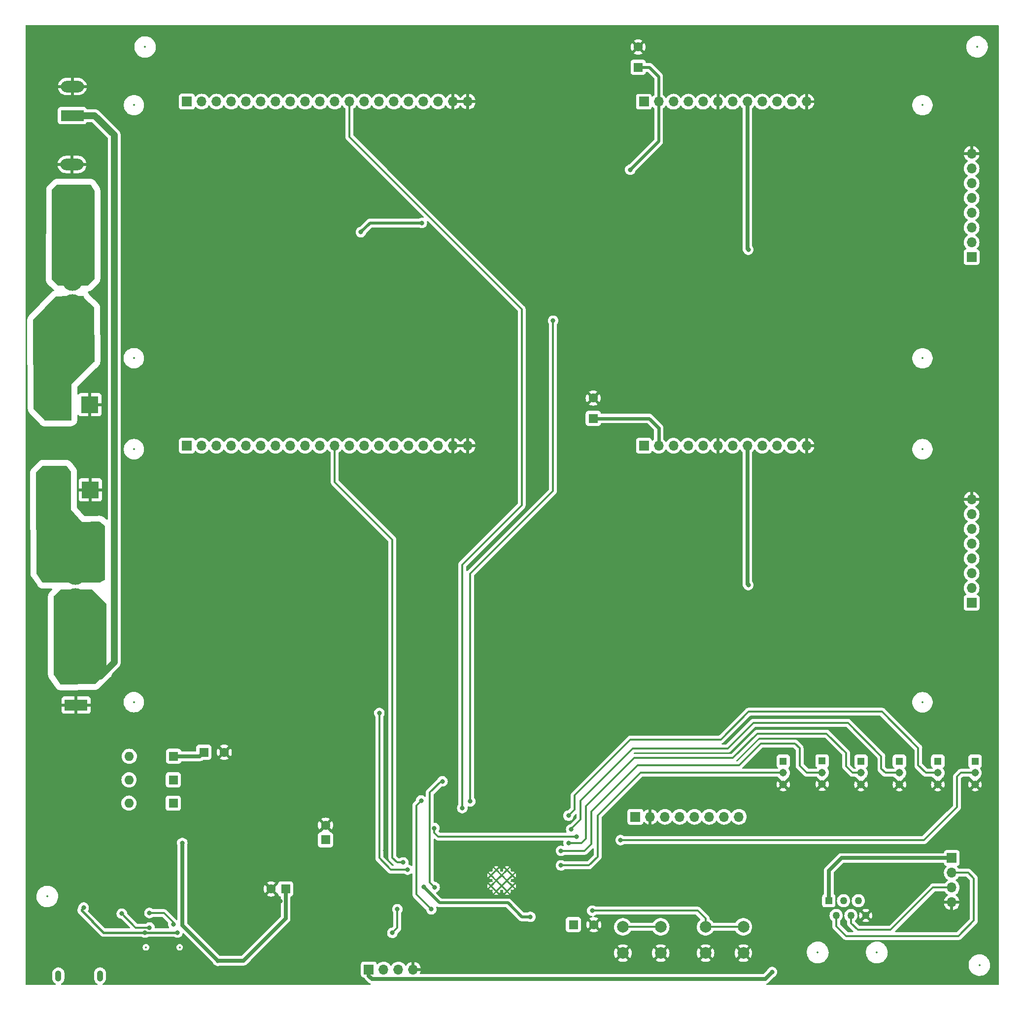
<source format=gbr>
%TF.GenerationSoftware,KiCad,Pcbnew,7.0.1*%
%TF.CreationDate,2024-06-25T12:01:31+02:00*%
%TF.ProjectId,ODRIVE_V1.0,4f445249-5645-45f5-9631-2e302e6b6963,rev?*%
%TF.SameCoordinates,Original*%
%TF.FileFunction,Copper,L2,Bot*%
%TF.FilePolarity,Positive*%
%FSLAX46Y46*%
G04 Gerber Fmt 4.6, Leading zero omitted, Abs format (unit mm)*
G04 Created by KiCad (PCBNEW 7.0.1) date 2024-06-25 12:01:31*
%MOMM*%
%LPD*%
G01*
G04 APERTURE LIST*
%TA.AperFunction,ComponentPad*%
%ADD10R,3.000000X3.000000*%
%TD*%
%TA.AperFunction,ComponentPad*%
%ADD11C,3.000000*%
%TD*%
%TA.AperFunction,ComponentPad*%
%ADD12R,1.308000X1.308000*%
%TD*%
%TA.AperFunction,ComponentPad*%
%ADD13C,1.308000*%
%TD*%
%TA.AperFunction,ComponentPad*%
%ADD14R,1.700000X1.700000*%
%TD*%
%TA.AperFunction,ComponentPad*%
%ADD15O,1.700000X1.700000*%
%TD*%
%TA.AperFunction,ComponentPad*%
%ADD16C,3.500000*%
%TD*%
%TA.AperFunction,ComponentPad*%
%ADD17R,1.600000X1.600000*%
%TD*%
%TA.AperFunction,ComponentPad*%
%ADD18C,1.600000*%
%TD*%
%TA.AperFunction,ComponentPad*%
%ADD19R,3.960000X1.980000*%
%TD*%
%TA.AperFunction,ComponentPad*%
%ADD20O,3.960000X1.980000*%
%TD*%
%TA.AperFunction,ComponentPad*%
%ADD21O,1.600000X1.600000*%
%TD*%
%TA.AperFunction,ComponentPad*%
%ADD22C,0.300000*%
%TD*%
%TA.AperFunction,ComponentPad*%
%ADD23R,1.268000X1.268000*%
%TD*%
%TA.AperFunction,ComponentPad*%
%ADD24C,1.268000*%
%TD*%
%TA.AperFunction,ComponentPad*%
%ADD25C,2.000000*%
%TD*%
%TA.AperFunction,ComponentPad*%
%ADD26O,1.050000X1.900000*%
%TD*%
%TA.AperFunction,ViaPad*%
%ADD27C,0.800000*%
%TD*%
%TA.AperFunction,ViaPad*%
%ADD28C,1.000000*%
%TD*%
%TA.AperFunction,Conductor*%
%ADD29C,1.200000*%
%TD*%
%TA.AperFunction,Conductor*%
%ADD30C,0.650000*%
%TD*%
%TA.AperFunction,Conductor*%
%ADD31C,0.350000*%
%TD*%
%TA.AperFunction,Conductor*%
%ADD32C,0.500000*%
%TD*%
%TA.AperFunction,Conductor*%
%ADD33C,0.300000*%
%TD*%
%TA.AperFunction,Conductor*%
%ADD34C,0.400000*%
%TD*%
%TA.AperFunction,Conductor*%
%ADD35C,0.600000*%
%TD*%
%ADD36C,0.350000*%
%ADD37C,0.200000*%
%ADD38O,0.450000X1.250000*%
G04 APERTURE END LIST*
D10*
%TO.P,J4,1,Pin_1*%
%TO.N,GND*%
X20800000Y-95500000D03*
D11*
%TO.P,J4,2,Pin_2*%
%TO.N,/onFuse*%
X15800000Y-95500000D03*
%TD*%
D12*
%TO.P,J13,1,1*%
%TO.N,VCC*%
X139850000Y-142150000D03*
D13*
%TO.P,J13,2,2*%
%TO.N,/IO33*%
X139850000Y-144150000D03*
%TO.P,J13,3,3*%
%TO.N,GND*%
X139850000Y-146150000D03*
%TD*%
D12*
%TO.P,J14,1,1*%
%TO.N,VCC*%
X146525000Y-142100000D03*
D13*
%TO.P,J14,2,2*%
%TO.N,/IO26*%
X146525000Y-144100000D03*
%TO.P,J14,3,3*%
%TO.N,GND*%
X146525000Y-146100000D03*
%TD*%
D14*
%TO.P,J6,1,Pin_1*%
%TO.N,+5V*%
X172212000Y-55468000D03*
D15*
%TO.P,J6,2,Pin_2*%
%TO.N,A2*%
X172212000Y-52928000D03*
%TO.P,J6,3,Pin_3*%
%TO.N,B2*%
X172212000Y-50388000D03*
%TO.P,J6,4,Pin_4*%
%TO.N,Z2*%
X172212000Y-47848000D03*
%TO.P,J6,5,Pin_5*%
%TO.N,A12*%
X172212000Y-45308000D03*
%TO.P,J6,6,Pin_6*%
%TO.N,B12*%
X172212000Y-42768000D03*
%TO.P,J6,7,Pin_7*%
%TO.N,Z12*%
X172212000Y-40228000D03*
%TO.P,J6,8,Pin_8*%
%TO.N,GND*%
X172212000Y-37688000D03*
%TD*%
D16*
%TO.P,F2,1A*%
%TO.N,/fuse2*%
X17700000Y-54450000D03*
%TO.P,F2,1B*%
X17700000Y-59530000D03*
%TO.P,F2,2A*%
%TO.N,/onFuse\u002A*%
X17700000Y-63590000D03*
%TO.P,F2,2B*%
X17700000Y-68670000D03*
%TD*%
D17*
%TO.P,C24,1*%
%TO.N,+3V3*%
X61200000Y-155650000D03*
D18*
%TO.P,C24,2*%
%TO.N,GND*%
X61200000Y-153150000D03*
%TD*%
D12*
%TO.P,J15,1,1*%
%TO.N,VCC*%
X153200000Y-142150000D03*
D13*
%TO.P,J15,2,2*%
%TO.N,/IO27*%
X153200000Y-144150000D03*
%TO.P,J15,3,3*%
%TO.N,GND*%
X153200000Y-146150000D03*
%TD*%
D14*
%TO.P,U5,1,VCC*%
%TO.N,VCC*%
X114430000Y-151700000D03*
D15*
%TO.P,U5,2,GND*%
%TO.N,GND*%
X116970000Y-151700000D03*
%TO.P,U5,3,SCL*%
%TO.N,SCL*%
X119510000Y-151700000D03*
%TO.P,U5,4,SDA*%
%TO.N,SDA*%
X122050000Y-151700000D03*
%TO.P,U5,5,XDA*%
%TO.N,unconnected-(U5-XDA-Pad5)*%
X124590000Y-151700000D03*
%TO.P,U5,6,XCL*%
%TO.N,unconnected-(U5-XCL-Pad6)*%
X127130000Y-151700000D03*
%TO.P,U5,7,AD0*%
%TO.N,unconnected-(U5-AD0-Pad7)*%
X129670000Y-151700000D03*
%TO.P,U5,8,INT*%
%TO.N,unconnected-(U5-INT-Pad8)*%
X132210000Y-151700000D03*
%TD*%
D19*
%TO.P,J2,1,Pin_1*%
%TO.N,VDD*%
X17700000Y-31150000D03*
D20*
%TO.P,J2,2,Pin_2*%
%TO.N,GND*%
X17700000Y-26150000D03*
%TD*%
D14*
%TO.P,U3,1*%
%TO.N,unconnected-(U3-Pad1)*%
X37385000Y-28735000D03*
D15*
%TO.P,U3,2*%
%TO.N,unconnected-(U3-Pad2)*%
X39925000Y-28735000D03*
%TO.P,U3,3*%
%TO.N,unconnected-(U3-Pad3)*%
X42465000Y-28735000D03*
%TO.P,U3,4*%
%TO.N,unconnected-(U3-Pad4)*%
X45005000Y-28735000D03*
%TO.P,U3,5*%
%TO.N,unconnected-(U3-Pad5)*%
X47545000Y-28735000D03*
%TO.P,U3,6*%
%TO.N,unconnected-(U3-Pad6)*%
X50085000Y-28735000D03*
%TO.P,U3,7*%
%TO.N,unconnected-(U3-Pad7)*%
X52625000Y-28735000D03*
%TO.P,U3,8*%
%TO.N,unconnected-(U3-Pad8)*%
X55165000Y-28735000D03*
%TO.P,U3,9*%
%TO.N,unconnected-(U3-Pad9)*%
X57705000Y-28735000D03*
%TO.P,U3,10*%
%TO.N,unconnected-(U3-Pad10)*%
X60245000Y-28735000D03*
%TO.P,U3,11*%
%TO.N,RX1*%
X62785000Y-28735000D03*
%TO.P,U3,12*%
%TO.N,TX1*%
X65325000Y-28735000D03*
%TO.P,U3,13*%
%TO.N,unconnected-(U3-Pad13)*%
X67865000Y-28735000D03*
%TO.P,U3,14*%
%TO.N,unconnected-(U3-Pad14)*%
X70405000Y-28735000D03*
%TO.P,U3,15*%
%TO.N,unconnected-(U3-Pad15)*%
X72945000Y-28735000D03*
%TO.P,U3,16*%
%TO.N,unconnected-(U3-Pad16)*%
X75485000Y-28735000D03*
%TO.P,U3,17*%
%TO.N,unconnected-(U3-Pad17)*%
X78025000Y-28735000D03*
%TO.P,U3,18*%
%TO.N,unconnected-(U3-Pad18)*%
X80565000Y-28735000D03*
%TO.P,U3,19*%
%TO.N,GND*%
X83105000Y-28735000D03*
%TO.P,U3,20*%
X85645000Y-28735000D03*
D14*
%TO.P,U3,21*%
%TO.N,unconnected-(U3-Pad21)*%
X115900000Y-28750000D03*
D15*
%TO.P,U3,22*%
%TO.N,/junction*%
X118440000Y-28750000D03*
%TO.P,U3,23*%
%TO.N,A2*%
X120980000Y-28750000D03*
%TO.P,U3,24*%
%TO.N,B2*%
X123520000Y-28750000D03*
%TO.P,U3,25*%
%TO.N,Z2*%
X126060000Y-28750000D03*
%TO.P,U3,26*%
%TO.N,GND*%
X128600000Y-28750000D03*
%TO.P,U3,27*%
%TO.N,unconnected-(U3-Pad27)*%
X131140000Y-28750000D03*
%TO.P,U3,28*%
%TO.N,+5V*%
X133680000Y-28750000D03*
%TO.P,U3,29*%
%TO.N,A12*%
X136220000Y-28750000D03*
%TO.P,U3,30*%
%TO.N,B12*%
X138760000Y-28750000D03*
%TO.P,U3,31*%
%TO.N,Z12*%
X141300000Y-28750000D03*
%TO.P,U3,32*%
%TO.N,GND*%
X143840000Y-28750000D03*
%TD*%
D17*
%TO.P,D3,1,K*%
%TO.N,VCC*%
X35110000Y-141300000D03*
D21*
%TO.P,D3,2,A*%
%TO.N,/junction1*%
X27490000Y-141300000D03*
%TD*%
D22*
%TO.P,U4,39_10,GND*%
%TO.N,GND*%
X92382500Y-164495000D03*
%TO.P,U4,39_11,GND*%
X90547500Y-164495000D03*
%TO.P,U4,39_12,GND*%
X93300000Y-163577500D03*
%TO.P,U4,39_13,GND*%
X91465000Y-163577500D03*
%TO.P,U4,39_14,GND*%
X89630000Y-163577500D03*
%TO.P,U4,39_15,GND*%
X92382500Y-162660000D03*
%TO.P,U4,39_16,GND*%
X90547500Y-162660000D03*
%TO.P,U4,39_17,GND*%
X93300000Y-161742500D03*
%TO.P,U4,39_18,GND*%
X91465000Y-161742500D03*
%TO.P,U4,39_19,GND*%
X89630000Y-161742500D03*
%TO.P,U4,39_20,GND*%
X92382500Y-160825000D03*
%TO.P,U4,39_21,GND*%
X90547500Y-160825000D03*
%TD*%
D17*
%TO.P,C19,1*%
%TO.N,VCC*%
X40300000Y-140600000D03*
D18*
%TO.P,C19,2*%
%TO.N,GND*%
X43800000Y-140600000D03*
%TD*%
D17*
%TO.P,C18,1*%
%TO.N,/junction1*%
X107200000Y-83200000D03*
D18*
%TO.P,C18,2*%
%TO.N,GND*%
X107200000Y-79700000D03*
%TD*%
D23*
%TO.P,J10,1,P1*%
%TO.N,VCC*%
X147670000Y-166130000D03*
D24*
%TO.P,J10,2,P2*%
%TO.N,H*%
X148940000Y-168670000D03*
%TO.P,J10,3,P3*%
%TO.N,unconnected-(J10-P3-Pad3)*%
X150210000Y-166130000D03*
%TO.P,J10,4,P4*%
%TO.N,L*%
X151480000Y-168670000D03*
%TO.P,J10,5,P5*%
%TO.N,unconnected-(J10-P5-Pad5)*%
X152750000Y-166130000D03*
%TO.P,J10,6,P6*%
%TO.N,GND*%
X154020000Y-168670000D03*
%TD*%
D17*
%TO.P,C21,1*%
%TO.N,/junction*%
X114918000Y-22843349D03*
D18*
%TO.P,C21,2*%
%TO.N,GND*%
X114918000Y-19343349D03*
%TD*%
D17*
%TO.P,C23,1*%
%TO.N,VCC*%
X54350000Y-164100000D03*
D18*
%TO.P,C23,2*%
%TO.N,GND*%
X51850000Y-164100000D03*
%TD*%
D19*
%TO.P,J12,1,Pin_1*%
%TO.N,GND*%
X18350000Y-132500000D03*
D20*
%TO.P,J12,2,Pin_2*%
%TO.N,VDD*%
X18350000Y-127500000D03*
%TD*%
D17*
%TO.P,D1,1,K*%
%TO.N,VCC*%
X35040000Y-149350000D03*
D21*
%TO.P,D1,2,A*%
%TO.N,+VDC*%
X27420000Y-149350000D03*
%TD*%
D12*
%TO.P,J18,1,1*%
%TO.N,VCC*%
X166400000Y-142150000D03*
D13*
%TO.P,J18,2,2*%
%TO.N,/IO12*%
X166400000Y-144150000D03*
%TO.P,J18,3,3*%
%TO.N,GND*%
X166400000Y-146150000D03*
%TD*%
D25*
%TO.P,SW3,1,A*%
%TO.N,GND*%
X132995000Y-175125000D03*
X126495000Y-175125000D03*
%TO.P,SW3,2,B*%
%TO.N,EN*%
X132995000Y-170625000D03*
X126495000Y-170625000D03*
%TD*%
D19*
%TO.P,J3,1,Pin_1*%
%TO.N,/fuse2*%
X17650000Y-44550000D03*
D20*
%TO.P,J3,2,Pin_2*%
%TO.N,GND*%
X17650000Y-39550000D03*
%TD*%
D12*
%TO.P,J17,1,1*%
%TO.N,VCC*%
X172800000Y-142150000D03*
D13*
%TO.P,J17,2,2*%
%TO.N,/IO13*%
X172800000Y-144150000D03*
%TO.P,J17,3,3*%
%TO.N,GND*%
X172800000Y-146150000D03*
%TD*%
D25*
%TO.P,SW4,1,A*%
%TO.N,IO0*%
X112295000Y-170625000D03*
X118795000Y-170625000D03*
%TO.P,SW4,2,B*%
%TO.N,GND*%
X112295000Y-175125000D03*
X118795000Y-175125000D03*
%TD*%
D16*
%TO.P,F1,1A*%
%TO.N,VDD*%
X18250000Y-119190000D03*
%TO.P,F1,1B*%
X18250000Y-114110000D03*
%TO.P,F1,2A*%
%TO.N,/onFuse*%
X18250000Y-110050000D03*
%TO.P,F1,2B*%
X18250000Y-104970000D03*
%TD*%
D14*
%TO.P,J8,1,Pin_1*%
%TO.N,VCC*%
X68640000Y-177950000D03*
D15*
%TO.P,J8,2,Pin_2*%
%TO.N,TXp*%
X71180000Y-177950000D03*
%TO.P,J8,3,Pin_3*%
%TO.N,RXp*%
X73720000Y-177950000D03*
%TO.P,J8,4,Pin_4*%
%TO.N,GND*%
X76260000Y-177950000D03*
%TD*%
D14*
%TO.P,U6,1*%
%TO.N,unconnected-(U6-Pad1)*%
X37385000Y-87885000D03*
D15*
%TO.P,U6,2*%
%TO.N,unconnected-(U6-Pad2)*%
X39925000Y-87885000D03*
%TO.P,U6,3*%
%TO.N,unconnected-(U6-Pad3)*%
X42465000Y-87885000D03*
%TO.P,U6,4*%
%TO.N,unconnected-(U6-Pad4)*%
X45005000Y-87885000D03*
%TO.P,U6,5*%
%TO.N,unconnected-(U6-Pad5)*%
X47545000Y-87885000D03*
%TO.P,U6,6*%
%TO.N,unconnected-(U6-Pad6)*%
X50085000Y-87885000D03*
%TO.P,U6,7*%
%TO.N,unconnected-(U6-Pad7)*%
X52625000Y-87885000D03*
%TO.P,U6,8*%
%TO.N,unconnected-(U6-Pad8)*%
X55165000Y-87885000D03*
%TO.P,U6,9*%
%TO.N,unconnected-(U6-Pad9)*%
X57705000Y-87885000D03*
%TO.P,U6,10*%
%TO.N,unconnected-(U6-Pad10)*%
X60245000Y-87885000D03*
%TO.P,U6,11*%
%TO.N,RX2*%
X62785000Y-87885000D03*
%TO.P,U6,12*%
%TO.N,TX2*%
X65325000Y-87885000D03*
%TO.P,U6,13*%
%TO.N,unconnected-(U6-Pad13)*%
X67865000Y-87885000D03*
%TO.P,U6,14*%
%TO.N,unconnected-(U6-Pad14)*%
X70405000Y-87885000D03*
%TO.P,U6,15*%
%TO.N,unconnected-(U6-Pad15)*%
X72945000Y-87885000D03*
%TO.P,U6,16*%
%TO.N,unconnected-(U6-Pad16)*%
X75485000Y-87885000D03*
%TO.P,U6,17*%
%TO.N,unconnected-(U6-Pad17)*%
X78025000Y-87885000D03*
%TO.P,U6,18*%
%TO.N,unconnected-(U6-Pad18)*%
X80565000Y-87885000D03*
%TO.P,U6,19*%
%TO.N,GND*%
X83105000Y-87885000D03*
%TO.P,U6,20*%
X85645000Y-87885000D03*
D14*
%TO.P,U6,21*%
%TO.N,unconnected-(U6-Pad21)*%
X115900000Y-87900000D03*
D15*
%TO.P,U6,22*%
%TO.N,/junction1*%
X118440000Y-87900000D03*
%TO.P,U6,23*%
%TO.N,A*%
X120980000Y-87900000D03*
%TO.P,U6,24*%
%TO.N,B*%
X123520000Y-87900000D03*
%TO.P,U6,25*%
%TO.N,Z*%
X126060000Y-87900000D03*
%TO.P,U6,26*%
%TO.N,GND*%
X128600000Y-87900000D03*
%TO.P,U6,27*%
%TO.N,unconnected-(U6-Pad27)*%
X131140000Y-87900000D03*
%TO.P,U6,28*%
%TO.N,+5C*%
X133680000Y-87900000D03*
%TO.P,U6,29*%
%TO.N,A1*%
X136220000Y-87900000D03*
%TO.P,U6,30*%
%TO.N,B1*%
X138760000Y-87900000D03*
%TO.P,U6,31*%
%TO.N,Z1*%
X141300000Y-87900000D03*
%TO.P,U6,32*%
%TO.N,GND*%
X143840000Y-87900000D03*
%TD*%
D17*
%TO.P,D2,1,K*%
%TO.N,VCC*%
X35060000Y-145350000D03*
D21*
%TO.P,D2,2,A*%
%TO.N,/junction*%
X27440000Y-145350000D03*
%TD*%
D12*
%TO.P,J16,1,1*%
%TO.N,VCC*%
X159800000Y-142150000D03*
D13*
%TO.P,J16,2,2*%
%TO.N,/IO14*%
X159800000Y-144150000D03*
%TO.P,J16,3,3*%
%TO.N,GND*%
X159800000Y-146150000D03*
%TD*%
D26*
%TO.P,J1,6*%
%TO.N,N/C*%
X15300000Y-179050000D03*
X22450000Y-179050000D03*
%TD*%
D14*
%TO.P,J9,1,Pin_1*%
%TO.N,VCC*%
X168800000Y-158780000D03*
D15*
%TO.P,J9,2,Pin_2*%
%TO.N,H*%
X168800000Y-161320000D03*
%TO.P,J9,3,Pin_3*%
%TO.N,L*%
X168800000Y-163860000D03*
%TO.P,J9,4,Pin_4*%
%TO.N,GND*%
X168800000Y-166400000D03*
%TD*%
D10*
%TO.P,J19,1,Pin_1*%
%TO.N,GND*%
X20700000Y-80850000D03*
D11*
%TO.P,J19,2,Pin_2*%
%TO.N,/onFuse\u002A*%
X15700000Y-80850000D03*
%TD*%
D17*
%TO.P,C17,1*%
%TO.N,+3V3*%
X103797349Y-170250000D03*
D18*
%TO.P,C17,2*%
%TO.N,GND*%
X107297349Y-170250000D03*
%TD*%
D14*
%TO.P,J5,1,Pin_1*%
%TO.N,+5C*%
X172212000Y-114904000D03*
D15*
%TO.P,J5,2,Pin_2*%
%TO.N,A*%
X172212000Y-112364000D03*
%TO.P,J5,3,Pin_3*%
%TO.N,B*%
X172212000Y-109824000D03*
%TO.P,J5,4,Pin_4*%
%TO.N,Z*%
X172212000Y-107284000D03*
%TO.P,J5,5,Pin_5*%
%TO.N,A1*%
X172212000Y-104744000D03*
%TO.P,J5,6,Pin_6*%
%TO.N,B1*%
X172212000Y-102204000D03*
%TO.P,J5,7,Pin_7*%
%TO.N,Z1*%
X172212000Y-99664000D03*
%TO.P,J5,8,Pin_8*%
%TO.N,GND*%
X172212000Y-97124000D03*
%TD*%
D27*
%TO.N,GND*%
X94200000Y-178150000D03*
X60791665Y-166200000D03*
X25650000Y-175550000D03*
X87100000Y-178150000D03*
X69250000Y-160300000D03*
X80000000Y-178150000D03*
X43650000Y-159700000D03*
X48500000Y-166200000D03*
X25750000Y-173500000D03*
X92710000Y-170530000D03*
X92710000Y-158465000D03*
X95250000Y-170530000D03*
X31100000Y-177250000D03*
X50958333Y-166200000D03*
X88875000Y-178150000D03*
X83550000Y-178150000D03*
X90650000Y-178150000D03*
X42554589Y-159694034D03*
X85325000Y-178150000D03*
X55874999Y-166200000D03*
X53416666Y-166200000D03*
X92425000Y-178150000D03*
X63250000Y-166200000D03*
X85725000Y-157830000D03*
X85090000Y-170530000D03*
X71500000Y-157500000D03*
X97750000Y-178150000D03*
X31050000Y-175900000D03*
X87630000Y-157830000D03*
X43650000Y-160700000D03*
X58333332Y-166200000D03*
X20350000Y-175200000D03*
X99525000Y-178150000D03*
X95975000Y-178150000D03*
X101300000Y-178150000D03*
X90170000Y-157830000D03*
X94615000Y-157830000D03*
X81775000Y-178150000D03*
X44750000Y-159700000D03*
X89535000Y-170530000D03*
%TO.N,VCC*%
X137922000Y-178404000D03*
X42700000Y-176450000D03*
X36595000Y-156200000D03*
D28*
%TO.N,/onFuse*%
X15000000Y-101250000D03*
X13400000Y-99500000D03*
X13400000Y-101250000D03*
X13350000Y-103700000D03*
X22000000Y-104250000D03*
X14950000Y-106350000D03*
X14950000Y-103700000D03*
X13350000Y-106350000D03*
X13350000Y-108900000D03*
X22000000Y-105850000D03*
X15000000Y-99500000D03*
X14950000Y-108900000D03*
D27*
%TO.N,TXp*%
X73540000Y-167600000D03*
X72690000Y-171650000D03*
%TO.N,EN*%
X107040000Y-167850000D03*
%TO.N,IO0*%
X104300000Y-155100000D03*
X79890000Y-153650000D03*
%TO.N,+5V*%
X133858000Y-54198000D03*
%TO.N,RX1*%
X86050000Y-149050000D03*
X100300000Y-66400000D03*
%TO.N,TX1*%
X84700000Y-150200000D03*
%TO.N,SCL*%
X79390000Y-167600000D03*
X77640000Y-148900000D03*
%TO.N,SDA*%
X81290000Y-145600000D03*
X79940000Y-163800000D03*
%TO.N,+3V3*%
X96400000Y-168900000D03*
X78050000Y-163750000D03*
%TO.N,/IO33*%
X101650000Y-160050000D03*
%TO.N,/IO26*%
X101650000Y-157550000D03*
%TO.N,/IO27*%
X102950000Y-156200000D03*
%TO.N,/IO14*%
X103400000Y-153850000D03*
%TO.N,RX2*%
X74550000Y-159550000D03*
%TO.N,TX2*%
X75300000Y-160800000D03*
X70450000Y-133850000D03*
D28*
%TO.N,VDD*%
X21950000Y-117900000D03*
X18300000Y-123200000D03*
X22000000Y-116150000D03*
X21950000Y-120100000D03*
X21950000Y-126200000D03*
X20300000Y-123350000D03*
X18250000Y-125150000D03*
X16500000Y-125100000D03*
X16550000Y-123150000D03*
X22000000Y-122250000D03*
X21950000Y-124000000D03*
X20250000Y-125100000D03*
%TO.N,/fuse2*%
X14850000Y-56700000D03*
X14950000Y-52850000D03*
X17700000Y-48000000D03*
X20500000Y-52400000D03*
X17700000Y-50050000D03*
X15850000Y-50000000D03*
X15850000Y-47950000D03*
X19700000Y-48050000D03*
X14900000Y-54850000D03*
X20450000Y-54400000D03*
X19700000Y-50100000D03*
X20400000Y-56250000D03*
D27*
%TO.N,Net-(J7-CC2)*%
X35050000Y-170200000D03*
X30950000Y-168250000D03*
%TO.N,Net-(J7-CC1)*%
X30950000Y-170749500D03*
X26200000Y-168350000D03*
%TO.N,+VDC*%
X19650000Y-167300000D03*
X30200000Y-171600000D03*
X35749500Y-171600000D03*
%TO.N,/junction*%
X77750000Y-49600000D03*
X113550000Y-40450000D03*
X67275000Y-51175000D03*
%TO.N,+5C*%
X133858000Y-111856000D03*
%TO.N,/IO13*%
X111900000Y-155700000D03*
%TO.N,/IO12*%
X102950000Y-151500000D03*
D28*
%TO.N,/onFuse\u002A*%
X12350000Y-68150000D03*
X16600000Y-72500000D03*
X14450000Y-74000000D03*
X18200000Y-72500000D03*
X12350000Y-72450000D03*
X14900000Y-77300000D03*
X13950000Y-68150000D03*
X16500000Y-77300000D03*
X13950000Y-70400000D03*
X13950000Y-72450000D03*
X16050000Y-74000000D03*
X12350000Y-70400000D03*
%TD*%
D29*
%TO.N,VDD*%
X24900000Y-125150000D02*
X22550000Y-127500000D01*
X24900000Y-34500000D02*
X24900000Y-125150000D01*
X22550000Y-127500000D02*
X18350000Y-127500000D01*
X21550000Y-31150000D02*
X24900000Y-34500000D01*
X17700000Y-31150000D02*
X21550000Y-31150000D01*
D30*
%TO.N,VCC*%
X147670000Y-161020000D02*
X147670000Y-166130000D01*
X36590000Y-170340000D02*
X36590000Y-156205000D01*
X69200000Y-179600000D02*
X68640000Y-179040000D01*
X35110000Y-141300000D02*
X39600000Y-141300000D01*
X168800000Y-158780000D02*
X149870000Y-158780000D01*
X47100000Y-176450000D02*
X54350000Y-169200000D01*
X42700000Y-176450000D02*
X47100000Y-176450000D01*
X36590000Y-156205000D02*
X36595000Y-156200000D01*
X54350000Y-169200000D02*
X54350000Y-164100000D01*
X68640000Y-179040000D02*
X68640000Y-177950000D01*
X137922000Y-178404000D02*
X136726000Y-179600000D01*
X147650000Y-161000000D02*
X147670000Y-161020000D01*
X149870000Y-158780000D02*
X147650000Y-161000000D01*
X42700000Y-176450000D02*
X36590000Y-170340000D01*
X39600000Y-141300000D02*
X40300000Y-140600000D01*
X136726000Y-179600000D02*
X69200000Y-179600000D01*
D31*
%TO.N,H*%
X171620000Y-161320000D02*
X172600000Y-162300000D01*
X168800000Y-161320000D02*
X171620000Y-161320000D01*
X169950000Y-172200000D02*
X150650000Y-172200000D01*
X172600000Y-169550000D02*
X169950000Y-172200000D01*
X148940000Y-170490000D02*
X148940000Y-168670000D01*
X172600000Y-162300000D02*
X172600000Y-169550000D01*
X150650000Y-172200000D02*
X148940000Y-170490000D01*
%TO.N,TXp*%
X72690000Y-171650000D02*
X73540000Y-170800000D01*
X73540000Y-170800000D02*
X73540000Y-167600000D01*
%TO.N,EN*%
X126495000Y-170625000D02*
X126495000Y-169205000D01*
X125140000Y-167850000D02*
X126495000Y-169205000D01*
X132995000Y-170625000D02*
X126495000Y-170625000D01*
X125140000Y-167850000D02*
X107040000Y-167850000D01*
%TO.N,IO0*%
X118795000Y-170625000D02*
X112295000Y-170625000D01*
X80582000Y-155100000D02*
X79890000Y-154408000D01*
X79890000Y-154408000D02*
X79890000Y-153650000D01*
X104300000Y-155100000D02*
X80582000Y-155100000D01*
D30*
%TO.N,+5V*%
X133858000Y-54198000D02*
X133680000Y-54020000D01*
X133680000Y-54020000D02*
X133680000Y-28750000D01*
D31*
%TO.N,RX1*%
X86050000Y-109900000D02*
X86050000Y-149050000D01*
X100300000Y-66400000D02*
X100300000Y-95650000D01*
X100300000Y-95650000D02*
X86050000Y-109900000D01*
%TO.N,TX1*%
X65325000Y-28735000D02*
X65325000Y-34825000D01*
X94900000Y-64400000D02*
X94900000Y-98150000D01*
X84700000Y-108350000D02*
X84700000Y-150200000D01*
X65325000Y-34825000D02*
X94900000Y-64400000D01*
X94900000Y-98150000D02*
X84700000Y-108350000D01*
%TO.N,SCL*%
X76790000Y-165000000D02*
X79390000Y-167600000D01*
X76790000Y-149750000D02*
X76790000Y-165000000D01*
X77640000Y-148900000D02*
X76790000Y-149750000D01*
%TO.N,SDA*%
X81040000Y-145600000D02*
X79115000Y-147525000D01*
X79115000Y-162975000D02*
X79940000Y-163800000D01*
X79115000Y-147525000D02*
X79115000Y-162975000D01*
X81290000Y-145600000D02*
X81040000Y-145600000D01*
%TO.N,L*%
X158300000Y-171150000D02*
X152650000Y-171150000D01*
X168800000Y-163860000D02*
X165590000Y-163860000D01*
X165590000Y-163860000D02*
X158300000Y-171150000D01*
X151480000Y-169980000D02*
X151480000Y-168670000D01*
X152650000Y-171150000D02*
X151480000Y-169980000D01*
D32*
%TO.N,+3V3*%
X78050000Y-163750000D02*
X80800000Y-166500000D01*
X92550000Y-166500000D02*
X94950000Y-168900000D01*
X94950000Y-168900000D02*
X96400000Y-168900000D01*
X80800000Y-166500000D02*
X92550000Y-166500000D01*
D31*
%TO.N,/IO33*%
X107950000Y-158550000D02*
X106450000Y-160050000D01*
X115300000Y-144150000D02*
X107950000Y-151500000D01*
X106450000Y-160050000D02*
X101650000Y-160050000D01*
X139850000Y-144150000D02*
X115300000Y-144150000D01*
X107950000Y-151500000D02*
X107950000Y-158550000D01*
%TO.N,/IO26*%
X101650000Y-157550000D02*
X105700000Y-157550000D01*
X106900000Y-156350000D02*
X106900000Y-150800000D01*
X142650000Y-142900000D02*
X143850000Y-144100000D01*
X142650000Y-139900000D02*
X142650000Y-142900000D01*
X143850000Y-144100000D02*
X146525000Y-144100000D01*
X141850000Y-139100000D02*
X142650000Y-139900000D01*
X105700000Y-157550000D02*
X106900000Y-156350000D01*
X106900000Y-150800000D02*
X114850000Y-142850000D01*
X136000000Y-139100000D02*
X141850000Y-139100000D01*
X132250000Y-142850000D02*
X136000000Y-139100000D01*
X114850000Y-142850000D02*
X132250000Y-142850000D01*
%TO.N,/IO27*%
X105950000Y-149850000D02*
X105950000Y-155450000D01*
X105950000Y-155450000D02*
X105200000Y-156200000D01*
X150650000Y-140750000D02*
X147300000Y-137400000D01*
X153200000Y-144150000D02*
X151750000Y-144150000D01*
X105200000Y-156200000D02*
X102950000Y-156200000D01*
X147300000Y-137400000D02*
X135400000Y-137400000D01*
X150650000Y-143050000D02*
X150650000Y-140750000D01*
X131200000Y-141600000D02*
X114200000Y-141600000D01*
X114200000Y-141600000D02*
X105950000Y-149850000D01*
X135400000Y-137400000D02*
X131200000Y-141600000D01*
X151750000Y-144150000D02*
X150650000Y-143050000D01*
%TO.N,/IO14*%
X114000000Y-139950000D02*
X105050000Y-148900000D01*
X157400000Y-144150000D02*
X156700000Y-143450000D01*
X156700000Y-141300000D02*
X150950000Y-135550000D01*
X130350000Y-139950000D02*
X114000000Y-139950000D01*
X103400000Y-153800000D02*
X103400000Y-153850000D01*
X134750000Y-135550000D02*
X130350000Y-139950000D01*
X150950000Y-135550000D02*
X134750000Y-135550000D01*
X156700000Y-143450000D02*
X156700000Y-141300000D01*
X105050000Y-148900000D02*
X105050000Y-152150000D01*
X159800000Y-144150000D02*
X157400000Y-144150000D01*
X105050000Y-152150000D02*
X103400000Y-153800000D01*
%TO.N,RX2*%
X74550000Y-159550000D02*
X73500000Y-159550000D01*
X72700000Y-158750000D02*
X72700000Y-104050000D01*
X62785000Y-87885000D02*
X62785000Y-94135000D01*
X73500000Y-159550000D02*
X72700000Y-158750000D01*
X72700000Y-104050000D02*
X62785000Y-94135000D01*
%TO.N,TX2*%
X72450000Y-160800000D02*
X75300000Y-160800000D01*
X70450000Y-158800000D02*
X72450000Y-160800000D01*
X70450000Y-133850000D02*
X70450000Y-158800000D01*
D33*
%TO.N,Net-(J7-CC2)*%
X30950000Y-168250000D02*
X33450000Y-168250000D01*
X35050000Y-169850000D02*
X35050000Y-170200000D01*
X33450000Y-168250000D02*
X35000000Y-169800000D01*
X35000000Y-169800000D02*
X35050000Y-169850000D01*
%TO.N,Net-(J7-CC1)*%
X28599500Y-170749500D02*
X26200000Y-168350000D01*
X30950000Y-170749500D02*
X28599500Y-170749500D01*
D34*
%TO.N,+VDC*%
X19300000Y-167850000D02*
X19300000Y-167650000D01*
X23050000Y-171600000D02*
X19300000Y-167850000D01*
X19300000Y-167650000D02*
X19650000Y-167300000D01*
X30200000Y-171600000D02*
X23050000Y-171600000D01*
X35749500Y-171600000D02*
X30200000Y-171600000D01*
D35*
%TO.N,/junction1*%
X116800000Y-83200000D02*
X107200000Y-83200000D01*
X118440000Y-84840000D02*
X116800000Y-83200000D01*
X118440000Y-87900000D02*
X118440000Y-84840000D01*
D32*
%TO.N,/junction*%
X68850000Y-49600000D02*
X77750000Y-49600000D01*
X118440000Y-35560000D02*
X113550000Y-40450000D01*
X118440000Y-28750000D02*
X118440000Y-35560000D01*
X118440000Y-24440000D02*
X116843349Y-22843349D01*
X118440000Y-28750000D02*
X118440000Y-24440000D01*
X116843349Y-22843349D02*
X114918000Y-22843349D01*
X67275000Y-51175000D02*
X68850000Y-49600000D01*
D30*
%TO.N,+5C*%
X133680000Y-111678000D02*
X133680000Y-87900000D01*
X133858000Y-111856000D02*
X133680000Y-111678000D01*
D31*
%TO.N,/IO13*%
X164050000Y-155700000D02*
X111900000Y-155700000D01*
X169700000Y-150050000D02*
X168450000Y-151300000D01*
X170350000Y-144150000D02*
X169700000Y-144800000D01*
X172800000Y-144150000D02*
X170350000Y-144150000D01*
X169700000Y-144800000D02*
X169700000Y-150050000D01*
X168450000Y-151300000D02*
X164050000Y-155700000D01*
%TO.N,/IO12*%
X133850000Y-133650000D02*
X156850000Y-133650000D01*
X163050000Y-142850000D02*
X164350000Y-144150000D01*
X102950000Y-151500000D02*
X104000000Y-150450000D01*
X113600000Y-138400000D02*
X129100000Y-138400000D01*
X104000000Y-148000000D02*
X113600000Y-138400000D01*
X156850000Y-133650000D02*
X163050000Y-139850000D01*
X129100000Y-138400000D02*
X133850000Y-133650000D01*
X164350000Y-144150000D02*
X166400000Y-144150000D01*
X163050000Y-139850000D02*
X163050000Y-142850000D01*
X104000000Y-150450000D02*
X104000000Y-148000000D01*
%TD*%
%TA.AperFunction,Conductor*%
%TO.N,GND*%
G36*
X171336290Y-162004939D02*
G01*
X171376518Y-162031819D01*
X171888181Y-162543483D01*
X171915061Y-162583711D01*
X171924500Y-162631164D01*
X171924500Y-169218837D01*
X171915061Y-169266290D01*
X171888181Y-169306518D01*
X169706518Y-171488181D01*
X169666290Y-171515061D01*
X169618837Y-171524500D01*
X159180163Y-171524500D01*
X159123868Y-171510985D01*
X159079845Y-171473385D01*
X159057690Y-171419898D01*
X159062232Y-171362182D01*
X159092482Y-171312819D01*
X163755301Y-166650000D01*
X167469364Y-166650000D01*
X167526569Y-166863492D01*
X167626399Y-167077576D01*
X167761893Y-167271081D01*
X167928918Y-167438106D01*
X168122423Y-167573600D01*
X168336507Y-167673430D01*
X168549999Y-167730635D01*
X168550000Y-167730636D01*
X168550000Y-166650000D01*
X169050000Y-166650000D01*
X169050000Y-167730635D01*
X169263492Y-167673430D01*
X169477576Y-167573600D01*
X169671081Y-167438106D01*
X169838106Y-167271081D01*
X169973600Y-167077576D01*
X170073430Y-166863492D01*
X170130636Y-166650000D01*
X169050000Y-166650000D01*
X168550000Y-166650000D01*
X167469364Y-166650000D01*
X163755301Y-166650000D01*
X165833482Y-164571819D01*
X165873710Y-164544939D01*
X165921163Y-164535500D01*
X167559783Y-164535500D01*
X167617040Y-164549511D01*
X167661357Y-164588375D01*
X167761505Y-164731401D01*
X167928599Y-164898495D01*
X168114597Y-165028732D01*
X168153460Y-165073048D01*
X168167471Y-165130305D01*
X168153461Y-165187561D01*
X168114595Y-165231880D01*
X167928919Y-165361892D01*
X167761890Y-165528921D01*
X167626400Y-165722421D01*
X167526569Y-165936507D01*
X167469364Y-166149999D01*
X167469364Y-166150000D01*
X170130636Y-166150000D01*
X170130635Y-166149999D01*
X170073430Y-165936507D01*
X169973599Y-165722421D01*
X169838109Y-165528921D01*
X169671081Y-165361893D01*
X169485404Y-165231880D01*
X169446539Y-165187562D01*
X169432528Y-165130305D01*
X169446539Y-165073048D01*
X169485402Y-165028732D01*
X169671401Y-164898495D01*
X169838495Y-164731401D01*
X169974035Y-164537830D01*
X170073903Y-164323663D01*
X170135063Y-164095408D01*
X170155659Y-163860000D01*
X170135063Y-163624592D01*
X170073903Y-163396337D01*
X169974035Y-163182171D01*
X169838495Y-162988599D01*
X169671401Y-162821505D01*
X169485839Y-162691573D01*
X169446975Y-162647257D01*
X169432964Y-162590000D01*
X169446975Y-162532743D01*
X169485839Y-162488426D01*
X169671401Y-162358495D01*
X169838495Y-162191401D01*
X169938642Y-162048375D01*
X169982960Y-162009511D01*
X170040217Y-161995500D01*
X171288837Y-161995500D01*
X171336290Y-162004939D01*
G37*
%TD.AperFunction*%
%TA.AperFunction,Conductor*%
G36*
X176842000Y-15607113D02*
G01*
X176887387Y-15652500D01*
X176904000Y-15714500D01*
X176904000Y-180486500D01*
X176887387Y-180548500D01*
X176842000Y-180593887D01*
X176780000Y-180610500D01*
X137068639Y-180610500D01*
X137002423Y-180591340D01*
X136956670Y-180539782D01*
X136945518Y-180471758D01*
X136972415Y-180408290D01*
X137029047Y-180368991D01*
X137033473Y-180367499D01*
X137074662Y-180353622D01*
X137074664Y-180353620D01*
X137075028Y-180353498D01*
X137094617Y-180344111D01*
X137094939Y-180343905D01*
X137094942Y-180343904D01*
X137159816Y-180302435D01*
X137162585Y-180300719D01*
X137228517Y-180261050D01*
X137228516Y-180261050D01*
X137228848Y-180260851D01*
X137245955Y-180247478D01*
X137246233Y-180247200D01*
X137300641Y-180192790D01*
X137302972Y-180190521D01*
X137358875Y-180137569D01*
X137358876Y-180137567D01*
X137359153Y-180137305D01*
X137373550Y-180119881D01*
X138233296Y-179260135D01*
X138270535Y-179234541D01*
X138374730Y-179188151D01*
X138527871Y-179076888D01*
X138654533Y-178936216D01*
X138749179Y-178772284D01*
X138807674Y-178592256D01*
X138827460Y-178404000D01*
X138807674Y-178215744D01*
X138769509Y-178098284D01*
X138749179Y-178035715D01*
X138654533Y-177871783D01*
X138527870Y-177731110D01*
X138374730Y-177619848D01*
X138201802Y-177542855D01*
X138016648Y-177503500D01*
X138016646Y-177503500D01*
X137827354Y-177503500D01*
X137827352Y-177503500D01*
X137642197Y-177542855D01*
X137469269Y-177619848D01*
X137316129Y-177731110D01*
X137189466Y-177871783D01*
X137094820Y-178035716D01*
X137090529Y-178048924D01*
X137060280Y-178098284D01*
X136420385Y-178738181D01*
X136380157Y-178765061D01*
X136332704Y-178774500D01*
X77559730Y-178774500D01*
X77500087Y-178759214D01*
X77455149Y-178717125D01*
X77435995Y-178658610D01*
X77447348Y-178598095D01*
X77533430Y-178413492D01*
X77590636Y-178200000D01*
X76134000Y-178200000D01*
X76072000Y-178183387D01*
X76026613Y-178138000D01*
X76010000Y-178076000D01*
X76010000Y-176619364D01*
X76510000Y-176619364D01*
X76510000Y-177700000D01*
X77590636Y-177700000D01*
X77590635Y-177699999D01*
X77533430Y-177486507D01*
X77433599Y-177272421D01*
X77430338Y-177267764D01*
X171695787Y-177267764D01*
X171725413Y-177537016D01*
X171768023Y-177699999D01*
X171793928Y-177799088D01*
X171847720Y-177925670D01*
X171899871Y-178048392D01*
X172040982Y-178279611D01*
X172152541Y-178413663D01*
X172214255Y-178487820D01*
X172415998Y-178668582D01*
X172641910Y-178818044D01*
X172705539Y-178847872D01*
X172887177Y-178933021D01*
X173146562Y-179011058D01*
X173146569Y-179011060D01*
X173414561Y-179050500D01*
X173617631Y-179050500D01*
X173617634Y-179050500D01*
X173820156Y-179035677D01*
X173820155Y-179035677D01*
X174084553Y-178976780D01*
X174337558Y-178880014D01*
X174573777Y-178747441D01*
X174788177Y-178581888D01*
X174976186Y-178386881D01*
X175133799Y-178166579D01*
X175257656Y-177925675D01*
X175345118Y-177669305D01*
X175394319Y-177402933D01*
X175404212Y-177132235D01*
X175374586Y-176862982D01*
X175306072Y-176600912D01*
X175200130Y-176351610D01*
X175059018Y-176120390D01*
X175059017Y-176120388D01*
X174885746Y-175912181D01*
X174780758Y-175818112D01*
X174684002Y-175731418D01*
X174458090Y-175581956D01*
X174458086Y-175581954D01*
X174212822Y-175466978D01*
X173953437Y-175388941D01*
X173953431Y-175388940D01*
X173685439Y-175349500D01*
X173482369Y-175349500D01*
X173482366Y-175349500D01*
X173279843Y-175364322D01*
X173015449Y-175423219D01*
X172762441Y-175519986D01*
X172526223Y-175652559D01*
X172311825Y-175818109D01*
X172123813Y-176013120D01*
X171966201Y-176233420D01*
X171842342Y-176474329D01*
X171754881Y-176730695D01*
X171705680Y-176997066D01*
X171695787Y-177267764D01*
X77430338Y-177267764D01*
X77298109Y-177078921D01*
X77131081Y-176911893D01*
X76937576Y-176776399D01*
X76723492Y-176676569D01*
X76510000Y-176619364D01*
X76010000Y-176619364D01*
X76009999Y-176619364D01*
X75796507Y-176676569D01*
X75582421Y-176776400D01*
X75388921Y-176911890D01*
X75221893Y-177078918D01*
X75091880Y-177264596D01*
X75047562Y-177303461D01*
X74990305Y-177317472D01*
X74933048Y-177303461D01*
X74888730Y-177264595D01*
X74863231Y-177228178D01*
X74758495Y-177078599D01*
X74591401Y-176911505D01*
X74397830Y-176775965D01*
X74183663Y-176676097D01*
X74122502Y-176659709D01*
X73955407Y-176614936D01*
X73720000Y-176594340D01*
X73484592Y-176614936D01*
X73256336Y-176676097D01*
X73042170Y-176775965D01*
X72848598Y-176911505D01*
X72681505Y-177078598D01*
X72551575Y-177264159D01*
X72507257Y-177303025D01*
X72450000Y-177317036D01*
X72392743Y-177303025D01*
X72348425Y-177264159D01*
X72269590Y-177151571D01*
X72218495Y-177078599D01*
X72051401Y-176911505D01*
X71857830Y-176775965D01*
X71643663Y-176676097D01*
X71582502Y-176659709D01*
X71415407Y-176614936D01*
X71180000Y-176594340D01*
X70944592Y-176614936D01*
X70716336Y-176676097D01*
X70502170Y-176775965D01*
X70308601Y-176911503D01*
X70186673Y-177033431D01*
X70133926Y-177064726D01*
X70072634Y-177066915D01*
X70017789Y-177039462D01*
X69982810Y-176989082D01*
X69954019Y-176911890D01*
X69933796Y-176857669D01*
X69847546Y-176742454D01*
X69732331Y-176656204D01*
X69597483Y-176605909D01*
X69537873Y-176599500D01*
X69537869Y-176599500D01*
X67742130Y-176599500D01*
X67682515Y-176605909D01*
X67547669Y-176656204D01*
X67432454Y-176742454D01*
X67346204Y-176857668D01*
X67301242Y-176978217D01*
X67295909Y-176992517D01*
X67290629Y-177041633D01*
X67289500Y-177052130D01*
X67289500Y-178847869D01*
X67295909Y-178907484D01*
X67321056Y-178974907D01*
X67346204Y-179042331D01*
X67432454Y-179157546D01*
X67547669Y-179243796D01*
X67682517Y-179294091D01*
X67742127Y-179300500D01*
X67767602Y-179300499D01*
X67817627Y-179311037D01*
X67859150Y-179340862D01*
X67885112Y-179384905D01*
X67886499Y-179389023D01*
X67895891Y-179408622D01*
X67937518Y-179473746D01*
X67939288Y-179476599D01*
X67979147Y-179542845D01*
X67992528Y-179559961D01*
X67992799Y-179560232D01*
X67992800Y-179560233D01*
X68047190Y-179614623D01*
X68049496Y-179616993D01*
X68102692Y-179673151D01*
X68120119Y-179687552D01*
X68588986Y-180156419D01*
X68595813Y-180163824D01*
X68628956Y-180202843D01*
X68690262Y-180249447D01*
X68692790Y-180251423D01*
X68752791Y-180299653D01*
X68752792Y-180299653D01*
X68753094Y-180299896D01*
X68771554Y-180311346D01*
X68771899Y-180311505D01*
X68771901Y-180311507D01*
X68841741Y-180343818D01*
X68844705Y-180345238D01*
X68892596Y-180368991D01*
X68905543Y-180375412D01*
X68954564Y-180419153D01*
X68974358Y-180481800D01*
X68959367Y-180545766D01*
X68913799Y-180593095D01*
X68850447Y-180610500D01*
X22996115Y-180610500D01*
X22933414Y-180593479D01*
X22887926Y-180547089D01*
X22872139Y-180484066D01*
X22890388Y-180421710D01*
X22937662Y-180377142D01*
X22953118Y-180368880D01*
X23022494Y-180331798D01*
X23178647Y-180203647D01*
X23306798Y-180047494D01*
X23402023Y-179869341D01*
X23460662Y-179676033D01*
X23475500Y-179525380D01*
X23475500Y-178574620D01*
X23460662Y-178423967D01*
X23402023Y-178230659D01*
X23306798Y-178052506D01*
X23202707Y-177925670D01*
X23178647Y-177896352D01*
X23060129Y-177799088D01*
X23022494Y-177768202D01*
X22894897Y-177700000D01*
X22844343Y-177672978D01*
X22844342Y-177672977D01*
X22844341Y-177672977D01*
X22747686Y-177643657D01*
X22651031Y-177614337D01*
X22450000Y-177594538D01*
X22248968Y-177614337D01*
X22055656Y-177672978D01*
X21877507Y-177768201D01*
X21721352Y-177896352D01*
X21593201Y-178052507D01*
X21497978Y-178230656D01*
X21439337Y-178423968D01*
X21424500Y-178574621D01*
X21424500Y-179525379D01*
X21439337Y-179676031D01*
X21439338Y-179676033D01*
X21497977Y-179869341D01*
X21593202Y-180047494D01*
X21643275Y-180108508D01*
X21721352Y-180203647D01*
X21791299Y-180261050D01*
X21877506Y-180331798D01*
X21907442Y-180347799D01*
X21962338Y-180377142D01*
X22009612Y-180421710D01*
X22027861Y-180484066D01*
X22012074Y-180547089D01*
X21966586Y-180593479D01*
X21903885Y-180610500D01*
X15846115Y-180610500D01*
X15783414Y-180593479D01*
X15737926Y-180547089D01*
X15722139Y-180484066D01*
X15740388Y-180421710D01*
X15787662Y-180377142D01*
X15803118Y-180368880D01*
X15872494Y-180331798D01*
X16028647Y-180203647D01*
X16156798Y-180047494D01*
X16252023Y-179869341D01*
X16310662Y-179676033D01*
X16325500Y-179525380D01*
X16325500Y-178574620D01*
X16310662Y-178423967D01*
X16252023Y-178230659D01*
X16156798Y-178052506D01*
X16052707Y-177925670D01*
X16028647Y-177896352D01*
X15910129Y-177799088D01*
X15872494Y-177768202D01*
X15744897Y-177700000D01*
X15694343Y-177672978D01*
X15694342Y-177672977D01*
X15694341Y-177672977D01*
X15597686Y-177643657D01*
X15501031Y-177614337D01*
X15300000Y-177594538D01*
X15098968Y-177614337D01*
X14905656Y-177672978D01*
X14727507Y-177768201D01*
X14571352Y-177896352D01*
X14443201Y-178052507D01*
X14347978Y-178230656D01*
X14289337Y-178423968D01*
X14274500Y-178574621D01*
X14274500Y-179525379D01*
X14289337Y-179676031D01*
X14289338Y-179676033D01*
X14347977Y-179869341D01*
X14443202Y-180047494D01*
X14493275Y-180108508D01*
X14571352Y-180203647D01*
X14641299Y-180261050D01*
X14727506Y-180331798D01*
X14757442Y-180347799D01*
X14812338Y-180377142D01*
X14859612Y-180421710D01*
X14877861Y-180484066D01*
X14862074Y-180547089D01*
X14816586Y-180593479D01*
X14753885Y-180610500D01*
X9764000Y-180610500D01*
X9702000Y-180593887D01*
X9656613Y-180548500D01*
X9640000Y-180486500D01*
X9640000Y-174137499D01*
X29779533Y-174137499D01*
X29799312Y-174287735D01*
X29849389Y-174408630D01*
X29857302Y-174427733D01*
X29949549Y-174547951D01*
X30069767Y-174640198D01*
X30162067Y-174678430D01*
X30209764Y-174698187D01*
X30322279Y-174713000D01*
X30322280Y-174713000D01*
X30397720Y-174713000D01*
X30397721Y-174713000D01*
X30453978Y-174705593D01*
X30510236Y-174698187D01*
X30650233Y-174640198D01*
X30770451Y-174547951D01*
X30862698Y-174427733D01*
X30920687Y-174287736D01*
X30940466Y-174137500D01*
X30940466Y-174137499D01*
X35559533Y-174137499D01*
X35579312Y-174287735D01*
X35629389Y-174408630D01*
X35637302Y-174427733D01*
X35729549Y-174547951D01*
X35849767Y-174640198D01*
X35942067Y-174678430D01*
X35989764Y-174698187D01*
X36102279Y-174713000D01*
X36102280Y-174713000D01*
X36177720Y-174713000D01*
X36177721Y-174713000D01*
X36233978Y-174705593D01*
X36290236Y-174698187D01*
X36430233Y-174640198D01*
X36550451Y-174547951D01*
X36642698Y-174427733D01*
X36700687Y-174287736D01*
X36720466Y-174137500D01*
X36700687Y-173987264D01*
X36642698Y-173847267D01*
X36550451Y-173727049D01*
X36430233Y-173634802D01*
X36430231Y-173634801D01*
X36290235Y-173576812D01*
X36177721Y-173562000D01*
X36177720Y-173562000D01*
X36102280Y-173562000D01*
X36102279Y-173562000D01*
X35989764Y-173576812D01*
X35849768Y-173634801D01*
X35729549Y-173727049D01*
X35637301Y-173847268D01*
X35579312Y-173987264D01*
X35559533Y-174137499D01*
X30940466Y-174137499D01*
X30920687Y-173987264D01*
X30862698Y-173847267D01*
X30770451Y-173727049D01*
X30650233Y-173634802D01*
X30650231Y-173634801D01*
X30510235Y-173576812D01*
X30397721Y-173562000D01*
X30397720Y-173562000D01*
X30322280Y-173562000D01*
X30322279Y-173562000D01*
X30209764Y-173576812D01*
X30069768Y-173634801D01*
X29949549Y-173727049D01*
X29857301Y-173847268D01*
X29799312Y-173987264D01*
X29779533Y-174137499D01*
X9640000Y-174137499D01*
X9640000Y-167892607D01*
X18595641Y-167892607D01*
X18606483Y-167951771D01*
X18607610Y-167959172D01*
X18614860Y-168018873D01*
X18618450Y-168028339D01*
X18624475Y-168049952D01*
X18626303Y-168059929D01*
X18650991Y-168114783D01*
X18653856Y-168121701D01*
X18669043Y-168161744D01*
X18675182Y-168177930D01*
X18680941Y-168186273D01*
X18691961Y-168205813D01*
X18696120Y-168215054D01*
X18696121Y-168215055D01*
X18696122Y-168215057D01*
X18710735Y-168233709D01*
X18733216Y-168262405D01*
X18737651Y-168268432D01*
X18771817Y-168317929D01*
X18816847Y-168357822D01*
X18822283Y-168362940D01*
X22537058Y-172077715D01*
X22542178Y-172083153D01*
X22582071Y-172128183D01*
X22631577Y-172162355D01*
X22637597Y-172166785D01*
X22684941Y-172203877D01*
X22684942Y-172203877D01*
X22684943Y-172203878D01*
X22694184Y-172208037D01*
X22713730Y-172219061D01*
X22722070Y-172224818D01*
X22778313Y-172246147D01*
X22785217Y-172249007D01*
X22840069Y-172273695D01*
X22850044Y-172275522D01*
X22871656Y-172281547D01*
X22881128Y-172285140D01*
X22940841Y-172292390D01*
X22948185Y-172293507D01*
X23007394Y-172304358D01*
X23064102Y-172300927D01*
X23067434Y-172300726D01*
X23074921Y-172300500D01*
X29591844Y-172300500D01*
X29630162Y-172306569D01*
X29664728Y-172324181D01*
X29747270Y-172384151D01*
X29747271Y-172384151D01*
X29747272Y-172384152D01*
X29920197Y-172461144D01*
X30105352Y-172500500D01*
X30105354Y-172500500D01*
X30294646Y-172500500D01*
X30294648Y-172500500D01*
X30418083Y-172474262D01*
X30479803Y-172461144D01*
X30652730Y-172384151D01*
X30735271Y-172324181D01*
X30769838Y-172306569D01*
X30808156Y-172300500D01*
X35141344Y-172300500D01*
X35179662Y-172306569D01*
X35214228Y-172324181D01*
X35296770Y-172384151D01*
X35296771Y-172384151D01*
X35296772Y-172384152D01*
X35469697Y-172461144D01*
X35654852Y-172500500D01*
X35654854Y-172500500D01*
X35844146Y-172500500D01*
X35844148Y-172500500D01*
X35967583Y-172474262D01*
X36029303Y-172461144D01*
X36202230Y-172384151D01*
X36312056Y-172304358D01*
X36355370Y-172272889D01*
X36398654Y-172224818D01*
X36482033Y-172132216D01*
X36576679Y-171968284D01*
X36630435Y-171802839D01*
X36664193Y-171750104D01*
X36719418Y-171720586D01*
X36782024Y-171721816D01*
X36836046Y-171753479D01*
X41838279Y-176755712D01*
X41868528Y-176805073D01*
X41872820Y-176818283D01*
X41967466Y-176982216D01*
X42094129Y-177122889D01*
X42247269Y-177234151D01*
X42420197Y-177311144D01*
X42605352Y-177350500D01*
X42605354Y-177350500D01*
X42794646Y-177350500D01*
X42794648Y-177350500D01*
X42918083Y-177324262D01*
X42979803Y-177311144D01*
X43016169Y-177294952D01*
X43035781Y-177286221D01*
X43086217Y-177275500D01*
X47061405Y-177275500D01*
X47071467Y-177275909D01*
X47076357Y-177276307D01*
X47122485Y-177280063D01*
X47198747Y-177269672D01*
X47201998Y-177269274D01*
X47278505Y-177260954D01*
X47278510Y-177260952D01*
X47278899Y-177260910D01*
X47300033Y-177255957D01*
X47300396Y-177255823D01*
X47300400Y-177255823D01*
X47372647Y-177229280D01*
X47375693Y-177228207D01*
X47448662Y-177203622D01*
X47448667Y-177203618D01*
X47449035Y-177203495D01*
X47468617Y-177194111D01*
X47468939Y-177193905D01*
X47468942Y-177193904D01*
X47533816Y-177152435D01*
X47536585Y-177150719D01*
X47602517Y-177111050D01*
X47602516Y-177111050D01*
X47602848Y-177110851D01*
X47619955Y-177097478D01*
X47620233Y-177097200D01*
X47674641Y-177042790D01*
X47676972Y-177040521D01*
X47732875Y-176987569D01*
X47732876Y-176987567D01*
X47733153Y-176987305D01*
X47747550Y-176969881D01*
X48368821Y-176348610D01*
X111424942Y-176348610D01*
X111471766Y-176385055D01*
X111690393Y-176503368D01*
X111925506Y-176584083D01*
X112170707Y-176625000D01*
X112419293Y-176625000D01*
X112664493Y-176584083D01*
X112899606Y-176503368D01*
X113118233Y-176385053D01*
X113165055Y-176348610D01*
X117924942Y-176348610D01*
X117971766Y-176385055D01*
X118190393Y-176503368D01*
X118425506Y-176584083D01*
X118670707Y-176625000D01*
X118919293Y-176625000D01*
X119164493Y-176584083D01*
X119399606Y-176503368D01*
X119618233Y-176385053D01*
X119665055Y-176348610D01*
X125624942Y-176348610D01*
X125671766Y-176385055D01*
X125890393Y-176503368D01*
X126125506Y-176584083D01*
X126370707Y-176625000D01*
X126619293Y-176625000D01*
X126864493Y-176584083D01*
X127099606Y-176503368D01*
X127318233Y-176385053D01*
X127365055Y-176348610D01*
X132124942Y-176348610D01*
X132171766Y-176385055D01*
X132390393Y-176503368D01*
X132625506Y-176584083D01*
X132870707Y-176625000D01*
X133119293Y-176625000D01*
X133364493Y-176584083D01*
X133599606Y-176503368D01*
X133818233Y-176385053D01*
X133865056Y-176348609D01*
X132995000Y-175478553D01*
X132124942Y-176348609D01*
X132124942Y-176348610D01*
X127365055Y-176348610D01*
X127365056Y-176348609D01*
X126495000Y-175478553D01*
X125624942Y-176348609D01*
X125624942Y-176348610D01*
X119665055Y-176348610D01*
X119665056Y-176348609D01*
X118795000Y-175478553D01*
X117924942Y-176348609D01*
X117924942Y-176348610D01*
X113165055Y-176348610D01*
X113165056Y-176348609D01*
X112295000Y-175478553D01*
X111424942Y-176348609D01*
X111424942Y-176348610D01*
X48368821Y-176348610D01*
X49592431Y-175125000D01*
X110789858Y-175125000D01*
X110810386Y-175372732D01*
X110871413Y-175613721D01*
X110971268Y-175841370D01*
X111071563Y-175994882D01*
X111071564Y-175994882D01*
X111941447Y-175125001D01*
X111941447Y-175125000D01*
X112648553Y-175125000D01*
X113518434Y-175994882D01*
X113618730Y-175841369D01*
X113718586Y-175613721D01*
X113779613Y-175372732D01*
X113800141Y-175125000D01*
X117289858Y-175125000D01*
X117310386Y-175372732D01*
X117371413Y-175613721D01*
X117471268Y-175841370D01*
X117571563Y-175994882D01*
X117571564Y-175994882D01*
X118441447Y-175125001D01*
X119148553Y-175125001D01*
X120018434Y-175994882D01*
X120118730Y-175841369D01*
X120218586Y-175613721D01*
X120279613Y-175372732D01*
X120300141Y-175125000D01*
X124989858Y-175125000D01*
X125010386Y-175372732D01*
X125071413Y-175613721D01*
X125171268Y-175841370D01*
X125271563Y-175994882D01*
X125271564Y-175994882D01*
X126141447Y-175125001D01*
X126848553Y-175125001D01*
X127718434Y-175994882D01*
X127818730Y-175841369D01*
X127918586Y-175613721D01*
X127979613Y-175372732D01*
X128000141Y-175125000D01*
X131489858Y-175125000D01*
X131510386Y-175372732D01*
X131571413Y-175613721D01*
X131671268Y-175841370D01*
X131771563Y-175994882D01*
X131771564Y-175994882D01*
X132641447Y-175125001D01*
X133348553Y-175125001D01*
X134218434Y-175994882D01*
X134318730Y-175841369D01*
X134418586Y-175613721D01*
X134479613Y-175372732D01*
X134500141Y-175125000D01*
X134497131Y-175088678D01*
X143890737Y-175088678D01*
X143920763Y-175361569D01*
X143951347Y-175478553D01*
X143990204Y-175627182D01*
X144034500Y-175731419D01*
X144097577Y-175879852D01*
X144178908Y-176013119D01*
X144240595Y-176114196D01*
X144416209Y-176325218D01*
X144620677Y-176508423D01*
X144849641Y-176659904D01*
X145098221Y-176776433D01*
X145361119Y-176855527D01*
X145632731Y-176895500D01*
X145838547Y-176895500D01*
X145838551Y-176895500D01*
X146043805Y-176880477D01*
X146146193Y-176857669D01*
X146311775Y-176820784D01*
X146568198Y-176722711D01*
X146807609Y-176588347D01*
X147024904Y-176420557D01*
X147215454Y-176222916D01*
X147375196Y-175999637D01*
X147500727Y-175755479D01*
X147549088Y-175613721D01*
X147589370Y-175495647D01*
X147639236Y-175225674D01*
X147644242Y-175088678D01*
X154050737Y-175088678D01*
X154080763Y-175361569D01*
X154111347Y-175478553D01*
X154150204Y-175627182D01*
X154194500Y-175731419D01*
X154257577Y-175879852D01*
X154338908Y-176013119D01*
X154400595Y-176114196D01*
X154576209Y-176325218D01*
X154780677Y-176508423D01*
X155009641Y-176659904D01*
X155258221Y-176776433D01*
X155521119Y-176855527D01*
X155792731Y-176895500D01*
X155998547Y-176895500D01*
X155998551Y-176895500D01*
X156203805Y-176880477D01*
X156306193Y-176857669D01*
X156471775Y-176820784D01*
X156728198Y-176722711D01*
X156967609Y-176588347D01*
X157184904Y-176420557D01*
X157375454Y-176222916D01*
X157535196Y-175999637D01*
X157660727Y-175755479D01*
X157709088Y-175613721D01*
X157749370Y-175495647D01*
X157799236Y-175225674D01*
X157809262Y-174951321D01*
X157794188Y-174814325D01*
X157779236Y-174678429D01*
X157709796Y-174412818D01*
X157602423Y-174160148D01*
X157459405Y-173925804D01*
X157283791Y-173714782D01*
X157079323Y-173531577D01*
X156850359Y-173380096D01*
X156601779Y-173263567D01*
X156338881Y-173184473D01*
X156067269Y-173144500D01*
X155861453Y-173144500D01*
X155861449Y-173144500D01*
X155656194Y-173159522D01*
X155388225Y-173219215D01*
X155131803Y-173317288D01*
X154892391Y-173451653D01*
X154675094Y-173619443D01*
X154484545Y-173817083D01*
X154324802Y-174040364D01*
X154199272Y-174284521D01*
X154110629Y-174544352D01*
X154060763Y-174814325D01*
X154050737Y-175088678D01*
X147644242Y-175088678D01*
X147649262Y-174951321D01*
X147634188Y-174814325D01*
X147619236Y-174678429D01*
X147549796Y-174412818D01*
X147442423Y-174160148D01*
X147299405Y-173925804D01*
X147123791Y-173714782D01*
X146919323Y-173531577D01*
X146690359Y-173380096D01*
X146441779Y-173263567D01*
X146178881Y-173184473D01*
X145907269Y-173144500D01*
X145701453Y-173144500D01*
X145701449Y-173144500D01*
X145496194Y-173159522D01*
X145228225Y-173219215D01*
X144971803Y-173317288D01*
X144732391Y-173451653D01*
X144515094Y-173619443D01*
X144324545Y-173817083D01*
X144164802Y-174040364D01*
X144039272Y-174284521D01*
X143950629Y-174544352D01*
X143900763Y-174814325D01*
X143890737Y-175088678D01*
X134497131Y-175088678D01*
X134479613Y-174877267D01*
X134418586Y-174636278D01*
X134318730Y-174408630D01*
X134218434Y-174255116D01*
X133348553Y-175125000D01*
X133348553Y-175125001D01*
X132641447Y-175125001D01*
X132641447Y-175125000D01*
X131771564Y-174255116D01*
X131671266Y-174408634D01*
X131571413Y-174636278D01*
X131510386Y-174877267D01*
X131489858Y-175125000D01*
X128000141Y-175125000D01*
X127979613Y-174877267D01*
X127918586Y-174636278D01*
X127818730Y-174408630D01*
X127718434Y-174255116D01*
X126848553Y-175125000D01*
X126848553Y-175125001D01*
X126141447Y-175125001D01*
X126141447Y-175125000D01*
X125271564Y-174255116D01*
X125171266Y-174408634D01*
X125071413Y-174636278D01*
X125010386Y-174877267D01*
X124989858Y-175125000D01*
X120300141Y-175125000D01*
X120279613Y-174877267D01*
X120218586Y-174636278D01*
X120118730Y-174408630D01*
X120018434Y-174255116D01*
X119148553Y-175125000D01*
X119148553Y-175125001D01*
X118441447Y-175125001D01*
X118441447Y-175125000D01*
X117571564Y-174255116D01*
X117471266Y-174408634D01*
X117371413Y-174636278D01*
X117310386Y-174877267D01*
X117289858Y-175125000D01*
X113800141Y-175125000D01*
X113779613Y-174877267D01*
X113718586Y-174636278D01*
X113618730Y-174408630D01*
X113518434Y-174255116D01*
X112648553Y-175125000D01*
X111941447Y-175125000D01*
X111071564Y-174255116D01*
X110971266Y-174408634D01*
X110871413Y-174636278D01*
X110810386Y-174877267D01*
X110789858Y-175125000D01*
X49592431Y-175125000D01*
X50816041Y-173901390D01*
X111424942Y-173901390D01*
X112295000Y-174771447D01*
X112295001Y-174771447D01*
X113165057Y-173901390D01*
X117924942Y-173901390D01*
X118795000Y-174771447D01*
X118795001Y-174771447D01*
X119665057Y-173901390D01*
X125624942Y-173901390D01*
X126495000Y-174771447D01*
X126495001Y-174771447D01*
X127365057Y-173901390D01*
X132124942Y-173901390D01*
X132995000Y-174771447D01*
X132995001Y-174771447D01*
X133865057Y-173901390D01*
X133865056Y-173901388D01*
X133818235Y-173864947D01*
X133599606Y-173746631D01*
X133364493Y-173665916D01*
X133119293Y-173625000D01*
X132870707Y-173625000D01*
X132625506Y-173665916D01*
X132390393Y-173746631D01*
X132171764Y-173864946D01*
X132124942Y-173901388D01*
X132124942Y-173901390D01*
X127365057Y-173901390D01*
X127365056Y-173901388D01*
X127318235Y-173864947D01*
X127099606Y-173746631D01*
X126864493Y-173665916D01*
X126619293Y-173625000D01*
X126370707Y-173625000D01*
X126125506Y-173665916D01*
X125890393Y-173746631D01*
X125671764Y-173864946D01*
X125624942Y-173901388D01*
X125624942Y-173901390D01*
X119665057Y-173901390D01*
X119665056Y-173901388D01*
X119618235Y-173864947D01*
X119399606Y-173746631D01*
X119164493Y-173665916D01*
X118919293Y-173625000D01*
X118670707Y-173625000D01*
X118425506Y-173665916D01*
X118190393Y-173746631D01*
X117971764Y-173864946D01*
X117924942Y-173901388D01*
X117924942Y-173901390D01*
X113165057Y-173901390D01*
X113165056Y-173901388D01*
X113118235Y-173864947D01*
X112899606Y-173746631D01*
X112664493Y-173665916D01*
X112419293Y-173625000D01*
X112170707Y-173625000D01*
X111925506Y-173665916D01*
X111690393Y-173746631D01*
X111471764Y-173864946D01*
X111424942Y-173901388D01*
X111424942Y-173901390D01*
X50816041Y-173901390D01*
X53067432Y-171650000D01*
X71784540Y-171650000D01*
X71804326Y-171838257D01*
X71862820Y-172018284D01*
X71957466Y-172182216D01*
X72084129Y-172322889D01*
X72237269Y-172434151D01*
X72410197Y-172511144D01*
X72595352Y-172550500D01*
X72595354Y-172550500D01*
X72784646Y-172550500D01*
X72784648Y-172550500D01*
X72908083Y-172524262D01*
X72969803Y-172511144D01*
X73142730Y-172434151D01*
X73211548Y-172384152D01*
X73295870Y-172322889D01*
X73312556Y-172304358D01*
X73422533Y-172182216D01*
X73517179Y-172018284D01*
X73575674Y-171838256D01*
X73585016Y-171749361D01*
X73596416Y-171708941D01*
X73620653Y-171674646D01*
X74000588Y-171294711D01*
X74006007Y-171289610D01*
X74049332Y-171251229D01*
X74082219Y-171203581D01*
X74086613Y-171197609D01*
X74122326Y-171152028D01*
X74126171Y-171143484D01*
X74137197Y-171123935D01*
X74138467Y-171122094D01*
X74142518Y-171116226D01*
X74149480Y-171097869D01*
X102496849Y-171097869D01*
X102503258Y-171157483D01*
X102553553Y-171292331D01*
X102639803Y-171407546D01*
X102755018Y-171493796D01*
X102889866Y-171544091D01*
X102949476Y-171550500D01*
X104645221Y-171550499D01*
X104704832Y-171544091D01*
X104839680Y-171493796D01*
X104954895Y-171407546D01*
X105013675Y-171329026D01*
X106571875Y-171329026D01*
X106644864Y-171380133D01*
X106851022Y-171476266D01*
X107070746Y-171535141D01*
X107297349Y-171554966D01*
X107523951Y-171535141D01*
X107743675Y-171476266D01*
X107949829Y-171380134D01*
X108022821Y-171329025D01*
X107297350Y-170603553D01*
X107297349Y-170603553D01*
X106571875Y-171329025D01*
X106571875Y-171329026D01*
X105013675Y-171329026D01*
X105041145Y-171292331D01*
X105091440Y-171157483D01*
X105097849Y-171097873D01*
X105097848Y-170250000D01*
X105992382Y-170250000D01*
X106012207Y-170476602D01*
X106071082Y-170696326D01*
X106167215Y-170902484D01*
X106218321Y-170975471D01*
X106218323Y-170975472D01*
X106943795Y-170250001D01*
X106943795Y-170250000D01*
X106943794Y-170249999D01*
X107650902Y-170249999D01*
X108376374Y-170975472D01*
X108427483Y-170902480D01*
X108523615Y-170696326D01*
X108542727Y-170625000D01*
X110789356Y-170625000D01*
X110809891Y-170872816D01*
X110809891Y-170872819D01*
X110809892Y-170872821D01*
X110870937Y-171113881D01*
X110915960Y-171216523D01*
X110970825Y-171341604D01*
X110970827Y-171341607D01*
X111106836Y-171549785D01*
X111275256Y-171732738D01*
X111275259Y-171732740D01*
X111471485Y-171885470D01*
X111471487Y-171885471D01*
X111471491Y-171885474D01*
X111690190Y-172003828D01*
X111925386Y-172084571D01*
X112170665Y-172125500D01*
X112419335Y-172125500D01*
X112664614Y-172084571D01*
X112899810Y-172003828D01*
X113118509Y-171885474D01*
X113314744Y-171732738D01*
X113483164Y-171549785D01*
X113609326Y-171356678D01*
X113654117Y-171315445D01*
X113713135Y-171300500D01*
X117376865Y-171300500D01*
X117435883Y-171315445D01*
X117480673Y-171356678D01*
X117606836Y-171549785D01*
X117775256Y-171732738D01*
X117775259Y-171732740D01*
X117971485Y-171885470D01*
X117971487Y-171885471D01*
X117971491Y-171885474D01*
X118190190Y-172003828D01*
X118425386Y-172084571D01*
X118670665Y-172125500D01*
X118919335Y-172125500D01*
X119164614Y-172084571D01*
X119399810Y-172003828D01*
X119618509Y-171885474D01*
X119814744Y-171732738D01*
X119983164Y-171549785D01*
X120119173Y-171341607D01*
X120219063Y-171113881D01*
X120280108Y-170872821D01*
X120300643Y-170625000D01*
X120280108Y-170377179D01*
X120219063Y-170136119D01*
X120119173Y-169908393D01*
X119983164Y-169700215D01*
X119814744Y-169517262D01*
X119770849Y-169483097D01*
X119618514Y-169364529D01*
X119618510Y-169364526D01*
X119618509Y-169364526D01*
X119399810Y-169246172D01*
X119399806Y-169246170D01*
X119399805Y-169246170D01*
X119164615Y-169165429D01*
X118919335Y-169124500D01*
X118670665Y-169124500D01*
X118425384Y-169165429D01*
X118190194Y-169246170D01*
X117971485Y-169364529D01*
X117775259Y-169517259D01*
X117775256Y-169517261D01*
X117775256Y-169517262D01*
X117711874Y-169586113D01*
X117606835Y-169700216D01*
X117480674Y-169893321D01*
X117435883Y-169934555D01*
X117376865Y-169949500D01*
X113713135Y-169949500D01*
X113654117Y-169934555D01*
X113609326Y-169893321D01*
X113602719Y-169883208D01*
X113483164Y-169700215D01*
X113314744Y-169517262D01*
X113270849Y-169483097D01*
X113118514Y-169364529D01*
X113118510Y-169364526D01*
X113118509Y-169364526D01*
X112899810Y-169246172D01*
X112899806Y-169246170D01*
X112899805Y-169246170D01*
X112664615Y-169165429D01*
X112419335Y-169124500D01*
X112170665Y-169124500D01*
X111925384Y-169165429D01*
X111690194Y-169246170D01*
X111471485Y-169364529D01*
X111275259Y-169517259D01*
X111275256Y-169517261D01*
X111275256Y-169517262D01*
X111106836Y-169700215D01*
X111072713Y-169752444D01*
X110970825Y-169908395D01*
X110891359Y-170089561D01*
X110870937Y-170136119D01*
X110842098Y-170250001D01*
X110809891Y-170377183D01*
X110789356Y-170625000D01*
X108542727Y-170625000D01*
X108582490Y-170476602D01*
X108602315Y-170250000D01*
X108582490Y-170023397D01*
X108523615Y-169803673D01*
X108427482Y-169597515D01*
X108376374Y-169524526D01*
X107650902Y-170249998D01*
X107650902Y-170249999D01*
X106943794Y-170249999D01*
X106218322Y-169524526D01*
X106218322Y-169524527D01*
X106167214Y-169597516D01*
X106071082Y-169803672D01*
X106012207Y-170023397D01*
X105992382Y-170250000D01*
X105097848Y-170250000D01*
X105097848Y-169402128D01*
X105091440Y-169342517D01*
X105041145Y-169207669D01*
X104954895Y-169092454D01*
X104839680Y-169006204D01*
X104704832Y-168955909D01*
X104645222Y-168949500D01*
X104645218Y-168949500D01*
X102949479Y-168949500D01*
X102889864Y-168955909D01*
X102755018Y-169006204D01*
X102639803Y-169092454D01*
X102553553Y-169207668D01*
X102503258Y-169342515D01*
X102503258Y-169342517D01*
X102497936Y-169392023D01*
X102496849Y-169402130D01*
X102496849Y-171097869D01*
X74149480Y-171097869D01*
X74163036Y-171062122D01*
X74165901Y-171055207D01*
X74189650Y-171002439D01*
X74191337Y-170993227D01*
X74197365Y-170971603D01*
X74200688Y-170962845D01*
X74207663Y-170905386D01*
X74208783Y-170898031D01*
X74219220Y-170841085D01*
X74215726Y-170783325D01*
X74215500Y-170775838D01*
X74215500Y-168243157D01*
X74223736Y-168198719D01*
X74247350Y-168160185D01*
X74272533Y-168132216D01*
X74367179Y-167968284D01*
X74392641Y-167889919D01*
X74425674Y-167788256D01*
X74445460Y-167600000D01*
X74425674Y-167411744D01*
X74375749Y-167258091D01*
X74367179Y-167231715D01*
X74272533Y-167067783D01*
X74145870Y-166927110D01*
X73992730Y-166815848D01*
X73819802Y-166738855D01*
X73634648Y-166699500D01*
X73634646Y-166699500D01*
X73445354Y-166699500D01*
X73445352Y-166699500D01*
X73260197Y-166738855D01*
X73087269Y-166815848D01*
X72934129Y-166927110D01*
X72807466Y-167067783D01*
X72712820Y-167231715D01*
X72654326Y-167411742D01*
X72634540Y-167599999D01*
X72654326Y-167788257D01*
X72712820Y-167968284D01*
X72807466Y-168132216D01*
X72832650Y-168160185D01*
X72856264Y-168198719D01*
X72864500Y-168243157D01*
X72864500Y-170468837D01*
X72855061Y-170516290D01*
X72828181Y-170556518D01*
X72671518Y-170713181D01*
X72631290Y-170740061D01*
X72607670Y-170744759D01*
X72608102Y-170746790D01*
X72410197Y-170788855D01*
X72237269Y-170865848D01*
X72084129Y-170977110D01*
X71957466Y-171117783D01*
X71862820Y-171281715D01*
X71804326Y-171461742D01*
X71784540Y-171650000D01*
X53067432Y-171650000D01*
X54906435Y-169810997D01*
X54913815Y-169804193D01*
X54952843Y-169771044D01*
X54999409Y-169709785D01*
X55001414Y-169707219D01*
X55049653Y-169647209D01*
X55049653Y-169647207D01*
X55049896Y-169646906D01*
X55061344Y-169628450D01*
X55061505Y-169628101D01*
X55061507Y-169628099D01*
X55093831Y-169558230D01*
X55095255Y-169555260D01*
X55129432Y-169486350D01*
X55129432Y-169486347D01*
X55129604Y-169486002D01*
X55136816Y-169465522D01*
X55136901Y-169465138D01*
X55153454Y-169389931D01*
X55154183Y-169386820D01*
X55172766Y-169312100D01*
X55172766Y-169312093D01*
X55172860Y-169311716D01*
X55175500Y-169290170D01*
X55175500Y-169212886D01*
X55175545Y-169209528D01*
X55175595Y-169207668D01*
X55177629Y-169132609D01*
X55177628Y-169132607D01*
X55177639Y-169132225D01*
X55175500Y-169109725D01*
X55175500Y-165510764D01*
X55185512Y-165461951D01*
X55213930Y-165421021D01*
X55256167Y-165394582D01*
X55281479Y-165385141D01*
X55392331Y-165343796D01*
X55507546Y-165257546D01*
X55593796Y-165142331D01*
X55644091Y-165007483D01*
X55650500Y-164947873D01*
X55650499Y-163252128D01*
X55644091Y-163192517D01*
X55593796Y-163057669D01*
X55507546Y-162942454D01*
X55392331Y-162856204D01*
X55257483Y-162805909D01*
X55197873Y-162799500D01*
X55197869Y-162799500D01*
X53502130Y-162799500D01*
X53442515Y-162805909D01*
X53307669Y-162856204D01*
X53192454Y-162942454D01*
X53106204Y-163057668D01*
X53055909Y-163192515D01*
X53055909Y-163192517D01*
X53051274Y-163235634D01*
X53048790Y-163258735D01*
X53047004Y-163258543D01*
X53031039Y-163314841D01*
X52981152Y-163360554D01*
X52933968Y-163369583D01*
X52203553Y-164100000D01*
X52203553Y-164100001D01*
X52933966Y-164830413D01*
X52981142Y-164839439D01*
X53031028Y-164885140D01*
X53047011Y-164941456D01*
X53048791Y-164941265D01*
X53055909Y-165007484D01*
X53068442Y-165041085D01*
X53106204Y-165142331D01*
X53192454Y-165257546D01*
X53307669Y-165343796D01*
X53418521Y-165385141D01*
X53443833Y-165394582D01*
X53486070Y-165421021D01*
X53514488Y-165461951D01*
X53524500Y-165510764D01*
X53524500Y-168806704D01*
X53515061Y-168854157D01*
X53488181Y-168894385D01*
X46794385Y-175588181D01*
X46754157Y-175615061D01*
X46706704Y-175624500D01*
X43093295Y-175624500D01*
X43045842Y-175615061D01*
X43005614Y-175588181D01*
X37451819Y-170034385D01*
X37424939Y-169994157D01*
X37415500Y-169946704D01*
X37415500Y-165179026D01*
X51124526Y-165179026D01*
X51197515Y-165230133D01*
X51403673Y-165326266D01*
X51623397Y-165385141D01*
X51850000Y-165404966D01*
X52076602Y-165385141D01*
X52296326Y-165326266D01*
X52502480Y-165230134D01*
X52575472Y-165179025D01*
X51850001Y-164453553D01*
X51850000Y-164453553D01*
X51124526Y-165179025D01*
X51124526Y-165179026D01*
X37415500Y-165179026D01*
X37415500Y-164099999D01*
X50545033Y-164099999D01*
X50564858Y-164326602D01*
X50623733Y-164546326D01*
X50719866Y-164752484D01*
X50770972Y-164825471D01*
X50770974Y-164825472D01*
X51496446Y-164100001D01*
X51496446Y-164100000D01*
X50770973Y-163374526D01*
X50770973Y-163374527D01*
X50719865Y-163447516D01*
X50623733Y-163653672D01*
X50564858Y-163873397D01*
X50545033Y-164099999D01*
X37415500Y-164099999D01*
X37415500Y-163020973D01*
X51124526Y-163020973D01*
X51850000Y-163746446D01*
X51850001Y-163746446D01*
X52575472Y-163020974D01*
X52575471Y-163020972D01*
X52502484Y-162969866D01*
X52296326Y-162873733D01*
X52076602Y-162814858D01*
X51850000Y-162795033D01*
X51623397Y-162814858D01*
X51403672Y-162873733D01*
X51197516Y-162969865D01*
X51124527Y-163020973D01*
X51124526Y-163020973D01*
X37415500Y-163020973D01*
X37415500Y-156608479D01*
X37421569Y-156570161D01*
X37445058Y-156497869D01*
X59899500Y-156497869D01*
X59905909Y-156557484D01*
X59914252Y-156579852D01*
X59956204Y-156692331D01*
X60042454Y-156807546D01*
X60157669Y-156893796D01*
X60292517Y-156944091D01*
X60352127Y-156950500D01*
X62047872Y-156950499D01*
X62107483Y-156944091D01*
X62242331Y-156893796D01*
X62357546Y-156807546D01*
X62443796Y-156692331D01*
X62494091Y-156557483D01*
X62500500Y-156497873D01*
X62500499Y-154802128D01*
X62494091Y-154742517D01*
X62443796Y-154607669D01*
X62357546Y-154492454D01*
X62242331Y-154406204D01*
X62107483Y-154355909D01*
X62047873Y-154349500D01*
X62047869Y-154349500D01*
X62041265Y-154348790D01*
X62041456Y-154347005D01*
X61985157Y-154331038D01*
X61939443Y-154281150D01*
X61930414Y-154233967D01*
X61200001Y-153503553D01*
X61200000Y-153503553D01*
X60469584Y-154233967D01*
X60460558Y-154281143D01*
X60414857Y-154331029D01*
X60358543Y-154347010D01*
X60358735Y-154348791D01*
X60352129Y-154349500D01*
X60352128Y-154349501D01*
X60324345Y-154352487D01*
X60292515Y-154355909D01*
X60157669Y-154406204D01*
X60042454Y-154492454D01*
X59956204Y-154607668D01*
X59905909Y-154742515D01*
X59905909Y-154742517D01*
X59899783Y-154799500D01*
X59899500Y-154802130D01*
X59899500Y-156497869D01*
X37445058Y-156497869D01*
X37480674Y-156388256D01*
X37500460Y-156200000D01*
X37480674Y-156011744D01*
X37450332Y-155918363D01*
X37422179Y-155831715D01*
X37327533Y-155667783D01*
X37200870Y-155527110D01*
X37047730Y-155415848D01*
X36874802Y-155338855D01*
X36689648Y-155299500D01*
X36689646Y-155299500D01*
X36500354Y-155299500D01*
X36500352Y-155299500D01*
X36315197Y-155338855D01*
X36142269Y-155415848D01*
X35989129Y-155527110D01*
X35862466Y-155667783D01*
X35767820Y-155831715D01*
X35709326Y-156011742D01*
X35689540Y-156200000D01*
X35709326Y-156388257D01*
X35758431Y-156539385D01*
X35764500Y-156577703D01*
X35764500Y-169345096D01*
X35749162Y-169404834D01*
X35706942Y-169449793D01*
X35648285Y-169468851D01*
X35587702Y-169457294D01*
X35540181Y-169417980D01*
X35530630Y-169404834D01*
X35527963Y-169401163D01*
X35492779Y-169372056D01*
X35484140Y-169364194D01*
X33970434Y-167850488D01*
X33957091Y-167833833D01*
X33904166Y-167784134D01*
X33901369Y-167781423D01*
X33881034Y-167761088D01*
X33877547Y-167758383D01*
X33868671Y-167750801D01*
X33835394Y-167719552D01*
X33816793Y-167709326D01*
X33800532Y-167698645D01*
X33783764Y-167685638D01*
X33764057Y-167677110D01*
X33741869Y-167667508D01*
X33731379Y-167662369D01*
X33691367Y-167640372D01*
X33670800Y-167635091D01*
X33652398Y-167628791D01*
X33632924Y-167620364D01*
X33587837Y-167613223D01*
X33576398Y-167610854D01*
X33532178Y-167599500D01*
X33532177Y-167599500D01*
X33510955Y-167599500D01*
X33491556Y-167597973D01*
X33470596Y-167594653D01*
X33470595Y-167594653D01*
X33448558Y-167596736D01*
X33425139Y-167598950D01*
X33413470Y-167599500D01*
X31626975Y-167599500D01*
X31588657Y-167593431D01*
X31554092Y-167575819D01*
X31402730Y-167465849D01*
X31402729Y-167465848D01*
X31402727Y-167465847D01*
X31229802Y-167388855D01*
X31044648Y-167349500D01*
X31044646Y-167349500D01*
X30855354Y-167349500D01*
X30855352Y-167349500D01*
X30670197Y-167388855D01*
X30497269Y-167465848D01*
X30344129Y-167577110D01*
X30217466Y-167717783D01*
X30122820Y-167881715D01*
X30064326Y-168061742D01*
X30044540Y-168250000D01*
X30064326Y-168438257D01*
X30122820Y-168618284D01*
X30217466Y-168782216D01*
X30344129Y-168922889D01*
X30497269Y-169034151D01*
X30670197Y-169111144D01*
X30855352Y-169150500D01*
X30855354Y-169150500D01*
X31044646Y-169150500D01*
X31044648Y-169150500D01*
X31168083Y-169124262D01*
X31229803Y-169111144D01*
X31402730Y-169034151D01*
X31554092Y-168924180D01*
X31588657Y-168906569D01*
X31626975Y-168900500D01*
X33129192Y-168900500D01*
X33176645Y-168909939D01*
X33216873Y-168936819D01*
X34141855Y-169861801D01*
X34174747Y-169920533D01*
X34172106Y-169987796D01*
X34164327Y-170011739D01*
X34164326Y-170011741D01*
X34164326Y-170011744D01*
X34151254Y-170136117D01*
X34144540Y-170200000D01*
X34164326Y-170388257D01*
X34222820Y-170568284D01*
X34306661Y-170713500D01*
X34323274Y-170775500D01*
X34306661Y-170837500D01*
X34261274Y-170882887D01*
X34199274Y-170899500D01*
X31977410Y-170899500D01*
X31911700Y-170880658D01*
X31865959Y-170829857D01*
X31854089Y-170762539D01*
X31855460Y-170749500D01*
X31835674Y-170561244D01*
X31779467Y-170388257D01*
X31777179Y-170381215D01*
X31682533Y-170217283D01*
X31555870Y-170076610D01*
X31402730Y-169965348D01*
X31229802Y-169888355D01*
X31044648Y-169849000D01*
X31044646Y-169849000D01*
X30855354Y-169849000D01*
X30855352Y-169849000D01*
X30670197Y-169888355D01*
X30497272Y-169965347D01*
X30430537Y-170013832D01*
X30345907Y-170075319D01*
X30311343Y-170092931D01*
X30273025Y-170099000D01*
X28920308Y-170099000D01*
X28872855Y-170089561D01*
X28832627Y-170062681D01*
X27134808Y-168364862D01*
X27110568Y-168330564D01*
X27099168Y-168290141D01*
X27094949Y-168250000D01*
X27085674Y-168161744D01*
X27085674Y-168161742D01*
X27027179Y-167981715D01*
X26932533Y-167817783D01*
X26805870Y-167677110D01*
X26652730Y-167565848D01*
X26479802Y-167488855D01*
X26294648Y-167449500D01*
X26294646Y-167449500D01*
X26105354Y-167449500D01*
X26105352Y-167449500D01*
X25920197Y-167488855D01*
X25747269Y-167565848D01*
X25594129Y-167677110D01*
X25467466Y-167817783D01*
X25372820Y-167981715D01*
X25314326Y-168161742D01*
X25294540Y-168349999D01*
X25314326Y-168538257D01*
X25372820Y-168718284D01*
X25467466Y-168882216D01*
X25594129Y-169022889D01*
X25747269Y-169134151D01*
X25920197Y-169211144D01*
X26105352Y-169250500D01*
X26105354Y-169250500D01*
X26129192Y-169250500D01*
X26176645Y-169259939D01*
X26216873Y-169286819D01*
X27617873Y-170687819D01*
X27648123Y-170737182D01*
X27652665Y-170794898D01*
X27630510Y-170848385D01*
X27586487Y-170885985D01*
X27530192Y-170899500D01*
X23391519Y-170899500D01*
X23344066Y-170890061D01*
X23303838Y-170863181D01*
X20409674Y-167969017D01*
X20380833Y-167923746D01*
X20373827Y-167870528D01*
X20389965Y-167819341D01*
X20477179Y-167668284D01*
X20535674Y-167488256D01*
X20555460Y-167300000D01*
X20535674Y-167111744D01*
X20495745Y-166988855D01*
X20477179Y-166931715D01*
X20382533Y-166767783D01*
X20255870Y-166627110D01*
X20102730Y-166515848D01*
X19929802Y-166438855D01*
X19744648Y-166399500D01*
X19744646Y-166399500D01*
X19555354Y-166399500D01*
X19555352Y-166399500D01*
X19370197Y-166438855D01*
X19197269Y-166515848D01*
X19044129Y-166627110D01*
X18917466Y-166767783D01*
X18822820Y-166931715D01*
X18764326Y-167111742D01*
X18757595Y-167175782D01*
X18731887Y-167239289D01*
X18696121Y-167284943D01*
X18691961Y-167294186D01*
X18680941Y-167313725D01*
X18675182Y-167322069D01*
X18653853Y-167378305D01*
X18650989Y-167385219D01*
X18626303Y-167440070D01*
X18624475Y-167450047D01*
X18618454Y-167471648D01*
X18614859Y-167481128D01*
X18607609Y-167540827D01*
X18606483Y-167548226D01*
X18595641Y-167607391D01*
X18599274Y-167667434D01*
X18599500Y-167674921D01*
X18599500Y-167825079D01*
X18599274Y-167832566D01*
X18595641Y-167892607D01*
X9640000Y-167892607D01*
X9640000Y-165467764D01*
X11545787Y-165467764D01*
X11575413Y-165737016D01*
X11578677Y-165749500D01*
X11643928Y-165999088D01*
X11708059Y-166150000D01*
X11749871Y-166248392D01*
X11890982Y-166479611D01*
X12027090Y-166643162D01*
X12064255Y-166687820D01*
X12265998Y-166868582D01*
X12491910Y-167018044D01*
X12584802Y-167061590D01*
X12737177Y-167133021D01*
X12996562Y-167211058D01*
X12996569Y-167211060D01*
X13264561Y-167250500D01*
X13467631Y-167250500D01*
X13467634Y-167250500D01*
X13670156Y-167235677D01*
X13683143Y-167232784D01*
X13934553Y-167176780D01*
X14187558Y-167080014D01*
X14423777Y-166947441D01*
X14638177Y-166781888D01*
X14826186Y-166586881D01*
X14983799Y-166366579D01*
X15107656Y-166125675D01*
X15195118Y-165869305D01*
X15244319Y-165602933D01*
X15254212Y-165332235D01*
X15224586Y-165062982D01*
X15156072Y-164800912D01*
X15050130Y-164551610D01*
X14977999Y-164433420D01*
X14909017Y-164320388D01*
X14735746Y-164112181D01*
X14630758Y-164018112D01*
X14534002Y-163931418D01*
X14308090Y-163781956D01*
X14305057Y-163780534D01*
X14062822Y-163666978D01*
X13803437Y-163588941D01*
X13803431Y-163588940D01*
X13535439Y-163549500D01*
X13332369Y-163549500D01*
X13332366Y-163549500D01*
X13129843Y-163564322D01*
X12865449Y-163623219D01*
X12612441Y-163719986D01*
X12376223Y-163852559D01*
X12161825Y-164018109D01*
X11973813Y-164213120D01*
X11816201Y-164433420D01*
X11692342Y-164674329D01*
X11604881Y-164930695D01*
X11555680Y-165197066D01*
X11545787Y-165467764D01*
X9640000Y-165467764D01*
X9640000Y-153150000D01*
X59895033Y-153150000D01*
X59914858Y-153376602D01*
X59973733Y-153596326D01*
X60069866Y-153802484D01*
X60120972Y-153875471D01*
X60120974Y-153875472D01*
X60846446Y-153150001D01*
X61553553Y-153150001D01*
X62279025Y-153875472D01*
X62330134Y-153802480D01*
X62426266Y-153596326D01*
X62485141Y-153376602D01*
X62504966Y-153149999D01*
X62485141Y-152923397D01*
X62426266Y-152703673D01*
X62330133Y-152497515D01*
X62279025Y-152424526D01*
X61553553Y-153150000D01*
X61553553Y-153150001D01*
X60846446Y-153150001D01*
X60846446Y-153150000D01*
X60120973Y-152424526D01*
X60120973Y-152424527D01*
X60069865Y-152497516D01*
X59973733Y-152703672D01*
X59914858Y-152923397D01*
X59895033Y-153150000D01*
X9640000Y-153150000D01*
X9640000Y-152070973D01*
X60474526Y-152070973D01*
X61200000Y-152796446D01*
X61200001Y-152796446D01*
X61925472Y-152070974D01*
X61925471Y-152070972D01*
X61852484Y-152019866D01*
X61646326Y-151923733D01*
X61426602Y-151864858D01*
X61200000Y-151845033D01*
X60973397Y-151864858D01*
X60753672Y-151923733D01*
X60547516Y-152019865D01*
X60474527Y-152070973D01*
X60474526Y-152070973D01*
X9640000Y-152070973D01*
X9640000Y-149350000D01*
X26114531Y-149350000D01*
X26134364Y-149576689D01*
X26193261Y-149796497D01*
X26289432Y-150002735D01*
X26419953Y-150189140D01*
X26580859Y-150350046D01*
X26767264Y-150480567D01*
X26767265Y-150480567D01*
X26767266Y-150480568D01*
X26973504Y-150576739D01*
X27193308Y-150635635D01*
X27420000Y-150655468D01*
X27646692Y-150635635D01*
X27866496Y-150576739D01*
X28072734Y-150480568D01*
X28259139Y-150350047D01*
X28411317Y-150197869D01*
X33739500Y-150197869D01*
X33743185Y-150232142D01*
X33745909Y-150257483D01*
X33796204Y-150392331D01*
X33882454Y-150507546D01*
X33997669Y-150593796D01*
X34132517Y-150644091D01*
X34192127Y-150650500D01*
X35887872Y-150650499D01*
X35947483Y-150644091D01*
X36082331Y-150593796D01*
X36197546Y-150507546D01*
X36283796Y-150392331D01*
X36334091Y-150257483D01*
X36340500Y-150197873D01*
X36340499Y-148502128D01*
X36334091Y-148442517D01*
X36283796Y-148307669D01*
X36197546Y-148192454D01*
X36082331Y-148106204D01*
X35947483Y-148055909D01*
X35887873Y-148049500D01*
X35887869Y-148049500D01*
X34192130Y-148049500D01*
X34132515Y-148055909D01*
X33997669Y-148106204D01*
X33882454Y-148192454D01*
X33796204Y-148307668D01*
X33745909Y-148442516D01*
X33739500Y-148502130D01*
X33739500Y-150197869D01*
X28411317Y-150197869D01*
X28420047Y-150189139D01*
X28550568Y-150002734D01*
X28646739Y-149796496D01*
X28705635Y-149576692D01*
X28725468Y-149350000D01*
X28705635Y-149123308D01*
X28646739Y-148903504D01*
X28550568Y-148697266D01*
X28539679Y-148681715D01*
X28420046Y-148510859D01*
X28259140Y-148349953D01*
X28072735Y-148219432D01*
X27866497Y-148123261D01*
X27646689Y-148064364D01*
X27420000Y-148044531D01*
X27193310Y-148064364D01*
X26973502Y-148123261D01*
X26767264Y-148219432D01*
X26580859Y-148349953D01*
X26419953Y-148510859D01*
X26289432Y-148697264D01*
X26193261Y-148903502D01*
X26134364Y-149123310D01*
X26114531Y-149350000D01*
X9640000Y-149350000D01*
X9640000Y-145349999D01*
X26134531Y-145349999D01*
X26154364Y-145576689D01*
X26213261Y-145796497D01*
X26309432Y-146002735D01*
X26439953Y-146189140D01*
X26600859Y-146350046D01*
X26787264Y-146480567D01*
X26787265Y-146480567D01*
X26787266Y-146480568D01*
X26993504Y-146576739D01*
X27213308Y-146635635D01*
X27440000Y-146655468D01*
X27666692Y-146635635D01*
X27886496Y-146576739D01*
X28092734Y-146480568D01*
X28279139Y-146350047D01*
X28431317Y-146197869D01*
X33759500Y-146197869D01*
X33765909Y-146257484D01*
X33771655Y-146272889D01*
X33816204Y-146392331D01*
X33902454Y-146507546D01*
X34017669Y-146593796D01*
X34152517Y-146644091D01*
X34212127Y-146650500D01*
X35907872Y-146650499D01*
X35967483Y-146644091D01*
X36102331Y-146593796D01*
X36217546Y-146507546D01*
X36303796Y-146392331D01*
X36354091Y-146257483D01*
X36360500Y-146197873D01*
X36360499Y-144502128D01*
X36354091Y-144442517D01*
X36303796Y-144307669D01*
X36217546Y-144192454D01*
X36102331Y-144106204D01*
X35967483Y-144055909D01*
X35907873Y-144049500D01*
X35907869Y-144049500D01*
X34212130Y-144049500D01*
X34152515Y-144055909D01*
X34017669Y-144106204D01*
X33902454Y-144192454D01*
X33816204Y-144307668D01*
X33765909Y-144442516D01*
X33759500Y-144502130D01*
X33759500Y-146197869D01*
X28431317Y-146197869D01*
X28440047Y-146189139D01*
X28570568Y-146002734D01*
X28666739Y-145796496D01*
X28725635Y-145576692D01*
X28745468Y-145350000D01*
X28725635Y-145123308D01*
X28666739Y-144903504D01*
X28570568Y-144697266D01*
X28568510Y-144694327D01*
X28440046Y-144510859D01*
X28279140Y-144349953D01*
X28092735Y-144219432D01*
X27886497Y-144123261D01*
X27666689Y-144064364D01*
X27440000Y-144044531D01*
X27213310Y-144064364D01*
X26993502Y-144123261D01*
X26787264Y-144219432D01*
X26600859Y-144349953D01*
X26439953Y-144510859D01*
X26309432Y-144697264D01*
X26213261Y-144903502D01*
X26154364Y-145123310D01*
X26134531Y-145349999D01*
X9640000Y-145349999D01*
X9640000Y-141300000D01*
X26184531Y-141300000D01*
X26204364Y-141526689D01*
X26263261Y-141746497D01*
X26359432Y-141952735D01*
X26489953Y-142139140D01*
X26650859Y-142300046D01*
X26837264Y-142430567D01*
X26837265Y-142430567D01*
X26837266Y-142430568D01*
X27043504Y-142526739D01*
X27263308Y-142585635D01*
X27490000Y-142605468D01*
X27716692Y-142585635D01*
X27936496Y-142526739D01*
X28142734Y-142430568D01*
X28329139Y-142300047D01*
X28481317Y-142147869D01*
X33809500Y-142147869D01*
X33815909Y-142207483D01*
X33866204Y-142342331D01*
X33952454Y-142457546D01*
X34067669Y-142543796D01*
X34202517Y-142594091D01*
X34262127Y-142600500D01*
X35957872Y-142600499D01*
X36017483Y-142594091D01*
X36152331Y-142543796D01*
X36267546Y-142457546D01*
X36353796Y-142342331D01*
X36404091Y-142207483D01*
X36404090Y-142207483D01*
X36404582Y-142206167D01*
X36431021Y-142163930D01*
X36471951Y-142135512D01*
X36520764Y-142125500D01*
X39561405Y-142125500D01*
X39571467Y-142125909D01*
X39576357Y-142126307D01*
X39622485Y-142130063D01*
X39698747Y-142119672D01*
X39701998Y-142119274D01*
X39778505Y-142110954D01*
X39778510Y-142110952D01*
X39778899Y-142110910D01*
X39800033Y-142105957D01*
X39800396Y-142105823D01*
X39800400Y-142105823D01*
X39872647Y-142079280D01*
X39875693Y-142078207D01*
X39948662Y-142053622D01*
X39948667Y-142053618D01*
X39949035Y-142053495D01*
X39968617Y-142044111D01*
X39968939Y-142043905D01*
X39968942Y-142043904D01*
X40033816Y-142002435D01*
X40036585Y-142000719D01*
X40099577Y-141962819D01*
X40102850Y-141960850D01*
X40119959Y-141947473D01*
X40120230Y-141947201D01*
X40120233Y-141947200D01*
X40130614Y-141936818D01*
X40170843Y-141909938D01*
X40218296Y-141900499D01*
X41147870Y-141900499D01*
X41147872Y-141900499D01*
X41207483Y-141894091D01*
X41342331Y-141843796D01*
X41457546Y-141757546D01*
X41516326Y-141679026D01*
X43074526Y-141679026D01*
X43147515Y-141730133D01*
X43353673Y-141826266D01*
X43573397Y-141885141D01*
X43800000Y-141904966D01*
X44026602Y-141885141D01*
X44246326Y-141826266D01*
X44452480Y-141730134D01*
X44525472Y-141679025D01*
X43800001Y-140953553D01*
X43800000Y-140953553D01*
X43074526Y-141679025D01*
X43074526Y-141679026D01*
X41516326Y-141679026D01*
X41543796Y-141642331D01*
X41594091Y-141507483D01*
X41600500Y-141447873D01*
X41600499Y-140600000D01*
X42495033Y-140600000D01*
X42514858Y-140826602D01*
X42573733Y-141046326D01*
X42669866Y-141252484D01*
X42720972Y-141325471D01*
X42720974Y-141325472D01*
X43446446Y-140600001D01*
X44153553Y-140600001D01*
X44879025Y-141325472D01*
X44930134Y-141252480D01*
X45026266Y-141046326D01*
X45085141Y-140826602D01*
X45104966Y-140599999D01*
X45085141Y-140373397D01*
X45026266Y-140153673D01*
X44930133Y-139947515D01*
X44879025Y-139874526D01*
X44153553Y-140600000D01*
X44153553Y-140600001D01*
X43446446Y-140600001D01*
X43446446Y-140600000D01*
X42720973Y-139874526D01*
X42720973Y-139874527D01*
X42669865Y-139947516D01*
X42573733Y-140153672D01*
X42514858Y-140373397D01*
X42495033Y-140600000D01*
X41600499Y-140600000D01*
X41600499Y-139752128D01*
X41594091Y-139692517D01*
X41543796Y-139557669D01*
X41516325Y-139520973D01*
X43074526Y-139520973D01*
X43800000Y-140246446D01*
X43800001Y-140246446D01*
X44525472Y-139520974D01*
X44525471Y-139520972D01*
X44452484Y-139469866D01*
X44246326Y-139373733D01*
X44026602Y-139314858D01*
X43800000Y-139295033D01*
X43573397Y-139314858D01*
X43353672Y-139373733D01*
X43147516Y-139469865D01*
X43074527Y-139520973D01*
X43074526Y-139520973D01*
X41516325Y-139520973D01*
X41457546Y-139442454D01*
X41342331Y-139356204D01*
X41207483Y-139305909D01*
X41147873Y-139299500D01*
X41147869Y-139299500D01*
X39452130Y-139299500D01*
X39392515Y-139305909D01*
X39257669Y-139356204D01*
X39142454Y-139442454D01*
X39056204Y-139557668D01*
X39005909Y-139692515D01*
X39005909Y-139692517D01*
X39002053Y-139728388D01*
X38999500Y-139752131D01*
X38999500Y-140350500D01*
X38982887Y-140412500D01*
X38937500Y-140457887D01*
X38875500Y-140474500D01*
X36520764Y-140474500D01*
X36471951Y-140464488D01*
X36431021Y-140436070D01*
X36404582Y-140393833D01*
X36389136Y-140352420D01*
X36353796Y-140257669D01*
X36267546Y-140142454D01*
X36152331Y-140056204D01*
X36017483Y-140005909D01*
X35957873Y-139999500D01*
X35957869Y-139999500D01*
X34262130Y-139999500D01*
X34202515Y-140005909D01*
X34067669Y-140056204D01*
X33952454Y-140142454D01*
X33866204Y-140257668D01*
X33815909Y-140392516D01*
X33814405Y-140406504D01*
X33811227Y-140436070D01*
X33809500Y-140452130D01*
X33809500Y-142147869D01*
X28481317Y-142147869D01*
X28490047Y-142139139D01*
X28620568Y-141952734D01*
X28716739Y-141746496D01*
X28775635Y-141526692D01*
X28795468Y-141300000D01*
X28775635Y-141073308D01*
X28716739Y-140853504D01*
X28620568Y-140647266D01*
X28618703Y-140644603D01*
X28490046Y-140460859D01*
X28329140Y-140299953D01*
X28142735Y-140169432D01*
X27936497Y-140073261D01*
X27716689Y-140014364D01*
X27490000Y-139994531D01*
X27263310Y-140014364D01*
X27043502Y-140073261D01*
X26837264Y-140169432D01*
X26650859Y-140299953D01*
X26489953Y-140460859D01*
X26359432Y-140647264D01*
X26263261Y-140853502D01*
X26204364Y-141073310D01*
X26184531Y-141300000D01*
X9640000Y-141300000D01*
X9640000Y-132750000D01*
X15870000Y-132750000D01*
X15870000Y-133537824D01*
X15876402Y-133597375D01*
X15926647Y-133732089D01*
X16012811Y-133847188D01*
X16127910Y-133933352D01*
X16262624Y-133983597D01*
X16322176Y-133990000D01*
X18100000Y-133990000D01*
X18100000Y-132750000D01*
X18600000Y-132750000D01*
X18600000Y-133990000D01*
X20377824Y-133990000D01*
X20437375Y-133983597D01*
X20572089Y-133933352D01*
X20687188Y-133847188D01*
X20773352Y-133732089D01*
X20823597Y-133597375D01*
X20830000Y-133537824D01*
X20830000Y-132750000D01*
X18600000Y-132750000D01*
X18100000Y-132750000D01*
X15870000Y-132750000D01*
X9640000Y-132750000D01*
X9640000Y-132250000D01*
X15870000Y-132250000D01*
X18100000Y-132250000D01*
X18100000Y-131010000D01*
X18600000Y-131010000D01*
X18600000Y-132250000D01*
X20830000Y-132250000D01*
X20830000Y-132126182D01*
X26514500Y-132126182D01*
X26553604Y-132385615D01*
X26630937Y-132636323D01*
X26744772Y-132872704D01*
X26871925Y-133059203D01*
X26892571Y-133089485D01*
X27071015Y-133281801D01*
X27071019Y-133281805D01*
X27276143Y-133445386D01*
X27503357Y-133576568D01*
X27747584Y-133672420D01*
X28003370Y-133730802D01*
X28059408Y-133735001D01*
X28199501Y-133745500D01*
X28199506Y-133745500D01*
X28330494Y-133745500D01*
X28330499Y-133745500D01*
X28453078Y-133736313D01*
X28526630Y-133730802D01*
X28782416Y-133672420D01*
X29026643Y-133576568D01*
X29253857Y-133445386D01*
X29458981Y-133281805D01*
X29620434Y-133107800D01*
X29637428Y-133089485D01*
X29637429Y-133089482D01*
X29637433Y-133089479D01*
X29785228Y-132872704D01*
X29899063Y-132636323D01*
X29976396Y-132385615D01*
X30015500Y-132126182D01*
X30015500Y-131863818D01*
X29976396Y-131604385D01*
X29899063Y-131353677D01*
X29785228Y-131117296D01*
X29637433Y-130900521D01*
X29637432Y-130900520D01*
X29637428Y-130900514D01*
X29458984Y-130708198D01*
X29458983Y-130708197D01*
X29458981Y-130708195D01*
X29266397Y-130554614D01*
X29253856Y-130544613D01*
X29087522Y-130448581D01*
X29026643Y-130413432D01*
X29026642Y-130413431D01*
X29026641Y-130413431D01*
X28782418Y-130317580D01*
X28526627Y-130259197D01*
X28330499Y-130244500D01*
X28330494Y-130244500D01*
X28199506Y-130244500D01*
X28199501Y-130244500D01*
X28003372Y-130259197D01*
X27747581Y-130317580D01*
X27503358Y-130413431D01*
X27276143Y-130544613D01*
X27071015Y-130708198D01*
X26892571Y-130900514D01*
X26792070Y-131047922D01*
X26744772Y-131117296D01*
X26630937Y-131353677D01*
X26553604Y-131604385D01*
X26514500Y-131863818D01*
X26514500Y-132126182D01*
X20830000Y-132126182D01*
X20830000Y-131462176D01*
X20823597Y-131402624D01*
X20773352Y-131267910D01*
X20687188Y-131152811D01*
X20572089Y-131066647D01*
X20437375Y-131016402D01*
X20377824Y-131010000D01*
X18600000Y-131010000D01*
X18100000Y-131010000D01*
X16322176Y-131010000D01*
X16262624Y-131016402D01*
X16127910Y-131066647D01*
X16012811Y-131152811D01*
X15926647Y-131267910D01*
X15876402Y-131402624D01*
X15870000Y-131462176D01*
X15870000Y-132250000D01*
X9640000Y-132250000D01*
X9640000Y-94850111D01*
X10444500Y-94850111D01*
X10444506Y-94853461D01*
X10494377Y-109815059D01*
X10506129Y-109965026D01*
X10511769Y-110001584D01*
X10545759Y-110148116D01*
X10601226Y-110287930D01*
X10617402Y-110321201D01*
X10617404Y-110321204D01*
X10693116Y-110451194D01*
X11666625Y-111867207D01*
X11734478Y-111965902D01*
X11809331Y-112061789D01*
X11809333Y-112061791D01*
X11895225Y-112147945D01*
X11922330Y-112172026D01*
X11939677Y-112187437D01*
X12069170Y-112284996D01*
X12069172Y-112284997D01*
X12212661Y-112360477D01*
X12289957Y-112386335D01*
X12366419Y-112411915D01*
X12404596Y-112421343D01*
X12424145Y-112426171D01*
X12543798Y-112448141D01*
X12665228Y-112455500D01*
X14100997Y-112455500D01*
X14157292Y-112469015D01*
X14201315Y-112506615D01*
X14223470Y-112560102D01*
X14218928Y-112617818D01*
X14188678Y-112667181D01*
X13853175Y-113002682D01*
X13728130Y-113155050D01*
X13701254Y-113195272D01*
X13608329Y-113369119D01*
X13551109Y-113557745D01*
X13541671Y-113605193D01*
X13522351Y-113801362D01*
X13522351Y-127261054D01*
X13533971Y-127413476D01*
X13539670Y-127450635D01*
X13574263Y-127599541D01*
X13631019Y-127741461D01*
X13647593Y-127775206D01*
X13725213Y-127906894D01*
X14815542Y-129471279D01*
X14891194Y-129566897D01*
X14977854Y-129652648D01*
X15022667Y-129691910D01*
X15153126Y-129788756D01*
X15297483Y-129863328D01*
X15428082Y-129905892D01*
X15451956Y-129913673D01*
X15509917Y-129927500D01*
X15630006Y-129948549D01*
X15751760Y-129954909D01*
X21535626Y-129905894D01*
X21729540Y-129885341D01*
X21776427Y-129875704D01*
X21962722Y-129818111D01*
X22134397Y-129725644D01*
X22174140Y-129698966D01*
X22324731Y-129575111D01*
X24252310Y-127647532D01*
X24377941Y-127494287D01*
X24404921Y-127453817D01*
X24498063Y-127278898D01*
X24555089Y-127089109D01*
X24557032Y-127079171D01*
X24569274Y-127044699D01*
X24591042Y-127015298D01*
X25605880Y-126000460D01*
X25621627Y-125987141D01*
X25623952Y-125985486D01*
X25686444Y-125919944D01*
X25688422Y-125917918D01*
X25715241Y-125891101D01*
X25720792Y-125884377D01*
X25726632Y-125877796D01*
X25768986Y-125833378D01*
X25786361Y-125806342D01*
X25795051Y-125794439D01*
X25815524Y-125769645D01*
X25844931Y-125715788D01*
X25849437Y-125708192D01*
X25882613Y-125656572D01*
X25894564Y-125626718D01*
X25900837Y-125613404D01*
X25916248Y-125585182D01*
X25934930Y-125526740D01*
X25937925Y-125518408D01*
X25960723Y-125461461D01*
X25960725Y-125461457D01*
X25966810Y-125429881D01*
X25970448Y-125415629D01*
X25980242Y-125384992D01*
X25987527Y-125324057D01*
X25988883Y-125315354D01*
X26000500Y-125255085D01*
X26000500Y-125222939D01*
X26001377Y-125208218D01*
X26005192Y-125176308D01*
X26000816Y-125115119D01*
X26000500Y-125106273D01*
X26000500Y-88626182D01*
X26534500Y-88626182D01*
X26573604Y-88885615D01*
X26650937Y-89136323D01*
X26764772Y-89372704D01*
X26900766Y-89572170D01*
X26912571Y-89589485D01*
X27091015Y-89781801D01*
X27091019Y-89781805D01*
X27296143Y-89945386D01*
X27523357Y-90076568D01*
X27767584Y-90172420D01*
X28023370Y-90230802D01*
X28079408Y-90235001D01*
X28219501Y-90245500D01*
X28219506Y-90245500D01*
X28350494Y-90245500D01*
X28350499Y-90245500D01*
X28473078Y-90236313D01*
X28546630Y-90230802D01*
X28802416Y-90172420D01*
X29046643Y-90076568D01*
X29273857Y-89945386D01*
X29478981Y-89781805D01*
X29578273Y-89674792D01*
X29657428Y-89589485D01*
X29657429Y-89589482D01*
X29657433Y-89589479D01*
X29805228Y-89372704D01*
X29919063Y-89136323D01*
X29996396Y-88885615D01*
X30011883Y-88782869D01*
X36034500Y-88782869D01*
X36040909Y-88842484D01*
X36046504Y-88857484D01*
X36091204Y-88977331D01*
X36177454Y-89092546D01*
X36292669Y-89178796D01*
X36427517Y-89229091D01*
X36487127Y-89235500D01*
X38282872Y-89235499D01*
X38342483Y-89229091D01*
X38477331Y-89178796D01*
X38592546Y-89092546D01*
X38678796Y-88977331D01*
X38727810Y-88845916D01*
X38762789Y-88795537D01*
X38817634Y-88768084D01*
X38878927Y-88770273D01*
X38931673Y-88801569D01*
X39053599Y-88923495D01*
X39247170Y-89059035D01*
X39461337Y-89158903D01*
X39689592Y-89220063D01*
X39925000Y-89240659D01*
X40160408Y-89220063D01*
X40388663Y-89158903D01*
X40602830Y-89059035D01*
X40796401Y-88923495D01*
X40963495Y-88756401D01*
X41093426Y-88570839D01*
X41137743Y-88531976D01*
X41195000Y-88517965D01*
X41252257Y-88531976D01*
X41296573Y-88570839D01*
X41426505Y-88756401D01*
X41593599Y-88923495D01*
X41787170Y-89059035D01*
X42001337Y-89158903D01*
X42229592Y-89220063D01*
X42465000Y-89240659D01*
X42700408Y-89220063D01*
X42928663Y-89158903D01*
X43142830Y-89059035D01*
X43336401Y-88923495D01*
X43503495Y-88756401D01*
X43633426Y-88570839D01*
X43677743Y-88531976D01*
X43735000Y-88517965D01*
X43792257Y-88531976D01*
X43836573Y-88570839D01*
X43966505Y-88756401D01*
X44133599Y-88923495D01*
X44327170Y-89059035D01*
X44541337Y-89158903D01*
X44769592Y-89220063D01*
X45005000Y-89240659D01*
X45240408Y-89220063D01*
X45468663Y-89158903D01*
X45682830Y-89059035D01*
X45876401Y-88923495D01*
X46043495Y-88756401D01*
X46173426Y-88570839D01*
X46217743Y-88531976D01*
X46275000Y-88517965D01*
X46332257Y-88531976D01*
X46376573Y-88570839D01*
X46506505Y-88756401D01*
X46673599Y-88923495D01*
X46867170Y-89059035D01*
X47081337Y-89158903D01*
X47309592Y-89220063D01*
X47545000Y-89240659D01*
X47780408Y-89220063D01*
X48008663Y-89158903D01*
X48222830Y-89059035D01*
X48416401Y-88923495D01*
X48583495Y-88756401D01*
X48713426Y-88570839D01*
X48757743Y-88531976D01*
X48815000Y-88517965D01*
X48872257Y-88531976D01*
X48916573Y-88570839D01*
X49046505Y-88756401D01*
X49213599Y-88923495D01*
X49407170Y-89059035D01*
X49621337Y-89158903D01*
X49849592Y-89220063D01*
X50085000Y-89240659D01*
X50320408Y-89220063D01*
X50548663Y-89158903D01*
X50762830Y-89059035D01*
X50956401Y-88923495D01*
X51123495Y-88756401D01*
X51253426Y-88570839D01*
X51297743Y-88531976D01*
X51355000Y-88517965D01*
X51412257Y-88531976D01*
X51456573Y-88570839D01*
X51586505Y-88756401D01*
X51753599Y-88923495D01*
X51947170Y-89059035D01*
X52161337Y-89158903D01*
X52389592Y-89220063D01*
X52625000Y-89240659D01*
X52860408Y-89220063D01*
X53088663Y-89158903D01*
X53302830Y-89059035D01*
X53496401Y-88923495D01*
X53663495Y-88756401D01*
X53793426Y-88570839D01*
X53837743Y-88531976D01*
X53895000Y-88517965D01*
X53952257Y-88531976D01*
X53996573Y-88570839D01*
X54126505Y-88756401D01*
X54293599Y-88923495D01*
X54487170Y-89059035D01*
X54701337Y-89158903D01*
X54929592Y-89220063D01*
X55165000Y-89240659D01*
X55400408Y-89220063D01*
X55628663Y-89158903D01*
X55842830Y-89059035D01*
X56036401Y-88923495D01*
X56203495Y-88756401D01*
X56333426Y-88570839D01*
X56377743Y-88531976D01*
X56435000Y-88517965D01*
X56492257Y-88531976D01*
X56536573Y-88570839D01*
X56666505Y-88756401D01*
X56833599Y-88923495D01*
X57027170Y-89059035D01*
X57241337Y-89158903D01*
X57469592Y-89220063D01*
X57705000Y-89240659D01*
X57940408Y-89220063D01*
X58168663Y-89158903D01*
X58382830Y-89059035D01*
X58576401Y-88923495D01*
X58743495Y-88756401D01*
X58873426Y-88570839D01*
X58917743Y-88531976D01*
X58975000Y-88517965D01*
X59032257Y-88531976D01*
X59076573Y-88570839D01*
X59206505Y-88756401D01*
X59373599Y-88923495D01*
X59567170Y-89059035D01*
X59781337Y-89158903D01*
X60009592Y-89220063D01*
X60245000Y-89240659D01*
X60480408Y-89220063D01*
X60708663Y-89158903D01*
X60922830Y-89059035D01*
X61116401Y-88923495D01*
X61283495Y-88756401D01*
X61413426Y-88570839D01*
X61457743Y-88531976D01*
X61515000Y-88517965D01*
X61572257Y-88531976D01*
X61616573Y-88570839D01*
X61746505Y-88756401D01*
X61913599Y-88923495D01*
X62056624Y-89023642D01*
X62095489Y-89067960D01*
X62109500Y-89125217D01*
X62109500Y-94110849D01*
X62109274Y-94118336D01*
X62105780Y-94176087D01*
X62116207Y-94232987D01*
X62117334Y-94240386D01*
X62124312Y-94297847D01*
X62127636Y-94306612D01*
X62133660Y-94328223D01*
X62135348Y-94337436D01*
X62147643Y-94364754D01*
X62159101Y-94390215D01*
X62161960Y-94397117D01*
X62182482Y-94451227D01*
X62187804Y-94458938D01*
X62198824Y-94478476D01*
X62202673Y-94487026D01*
X62202674Y-94487028D01*
X62238360Y-94532577D01*
X62242800Y-94538611D01*
X62275668Y-94586229D01*
X62318989Y-94624608D01*
X62324426Y-94629727D01*
X71988181Y-104293483D01*
X72015061Y-104333711D01*
X72024500Y-104381164D01*
X72024500Y-158725849D01*
X72024274Y-158733336D01*
X72020780Y-158791087D01*
X72031207Y-158847987D01*
X72032334Y-158855386D01*
X72039312Y-158912847D01*
X72042636Y-158921612D01*
X72048660Y-158943223D01*
X72050348Y-158952436D01*
X72055033Y-158962845D01*
X72074101Y-159005215D01*
X72076960Y-159012117D01*
X72097482Y-159066227D01*
X72102804Y-159073938D01*
X72113824Y-159093476D01*
X72117673Y-159102026D01*
X72117674Y-159102028D01*
X72150147Y-159143476D01*
X72153360Y-159147577D01*
X72157800Y-159153611D01*
X72190668Y-159201229D01*
X72233989Y-159239608D01*
X72239426Y-159244727D01*
X72907518Y-159912819D01*
X72937768Y-159962182D01*
X72942310Y-160019898D01*
X72920155Y-160073385D01*
X72876132Y-160110985D01*
X72819837Y-160124500D01*
X72781163Y-160124500D01*
X72733710Y-160115061D01*
X72693482Y-160088181D01*
X71161819Y-158556518D01*
X71134939Y-158516290D01*
X71125500Y-158468837D01*
X71125500Y-134493157D01*
X71133736Y-134448719D01*
X71157350Y-134410185D01*
X71182533Y-134382216D01*
X71277179Y-134218284D01*
X71277179Y-134218283D01*
X71335674Y-134038256D01*
X71355460Y-133850000D01*
X71335674Y-133661744D01*
X71277179Y-133481716D01*
X71277179Y-133481715D01*
X71182533Y-133317783D01*
X71055870Y-133177110D01*
X70902730Y-133065848D01*
X70729802Y-132988855D01*
X70544648Y-132949500D01*
X70544646Y-132949500D01*
X70355354Y-132949500D01*
X70355352Y-132949500D01*
X70170197Y-132988855D01*
X69997269Y-133065848D01*
X69844129Y-133177110D01*
X69717466Y-133317783D01*
X69622820Y-133481715D01*
X69564326Y-133661742D01*
X69544540Y-133850000D01*
X69564326Y-134038257D01*
X69622820Y-134218284D01*
X69717466Y-134382216D01*
X69742650Y-134410185D01*
X69766264Y-134448719D01*
X69774500Y-134493157D01*
X69774500Y-158775849D01*
X69774274Y-158783336D01*
X69770780Y-158841087D01*
X69781207Y-158897987D01*
X69782334Y-158905386D01*
X69789312Y-158962847D01*
X69792636Y-158971612D01*
X69798660Y-158993223D01*
X69800348Y-159002436D01*
X69807255Y-159017783D01*
X69824101Y-159055215D01*
X69826960Y-159062117D01*
X69847482Y-159116227D01*
X69852804Y-159123938D01*
X69863824Y-159143476D01*
X69866536Y-159149500D01*
X69867674Y-159152028D01*
X69903360Y-159197577D01*
X69907800Y-159203611D01*
X69940668Y-159251229D01*
X69983989Y-159289608D01*
X69989426Y-159294727D01*
X71955271Y-161260572D01*
X71960406Y-161266027D01*
X71998770Y-161309332D01*
X72046389Y-161342200D01*
X72052422Y-161346639D01*
X72097972Y-161382326D01*
X72106523Y-161386174D01*
X72126059Y-161397193D01*
X72133774Y-161402518D01*
X72187883Y-161423039D01*
X72194798Y-161425903D01*
X72247561Y-161449650D01*
X72256768Y-161451337D01*
X72278388Y-161457364D01*
X72287151Y-161460687D01*
X72287153Y-161460687D01*
X72287155Y-161460688D01*
X72344617Y-161467665D01*
X72351982Y-161468785D01*
X72408915Y-161479219D01*
X72466664Y-161475726D01*
X72474151Y-161475500D01*
X74657434Y-161475500D01*
X74695752Y-161481569D01*
X74730319Y-161499182D01*
X74847269Y-161584151D01*
X75020197Y-161661144D01*
X75205352Y-161700500D01*
X75205354Y-161700500D01*
X75394646Y-161700500D01*
X75394648Y-161700500D01*
X75518083Y-161674262D01*
X75579803Y-161661144D01*
X75752730Y-161584151D01*
X75752730Y-161584150D01*
X75916415Y-161465228D01*
X75918232Y-161467729D01*
X75947268Y-161447993D01*
X76006034Y-161441190D01*
X76061264Y-161462388D01*
X76100388Y-161506762D01*
X76114500Y-161564213D01*
X76114500Y-164975849D01*
X76114274Y-164983336D01*
X76110780Y-165041087D01*
X76121207Y-165097987D01*
X76122334Y-165105386D01*
X76129312Y-165162847D01*
X76132636Y-165171612D01*
X76138660Y-165193223D01*
X76140348Y-165202436D01*
X76148600Y-165220770D01*
X76164101Y-165255215D01*
X76166960Y-165262117D01*
X76187482Y-165316227D01*
X76192804Y-165323938D01*
X76203824Y-165343476D01*
X76207673Y-165352026D01*
X76207674Y-165352028D01*
X76233617Y-165385141D01*
X76243360Y-165397577D01*
X76247800Y-165403611D01*
X76280668Y-165451229D01*
X76323989Y-165489608D01*
X76329426Y-165494727D01*
X78459343Y-167624645D01*
X78483582Y-167658942D01*
X78494983Y-167699363D01*
X78504326Y-167788257D01*
X78562820Y-167968284D01*
X78657466Y-168132216D01*
X78784129Y-168272889D01*
X78937269Y-168384151D01*
X79110197Y-168461144D01*
X79295352Y-168500500D01*
X79295354Y-168500500D01*
X79484646Y-168500500D01*
X79484648Y-168500500D01*
X79608083Y-168474262D01*
X79669803Y-168461144D01*
X79842730Y-168384151D01*
X79889735Y-168350000D01*
X79995870Y-168272889D01*
X80008741Y-168258595D01*
X80122533Y-168132216D01*
X80217179Y-167968284D01*
X80275674Y-167788256D01*
X80295460Y-167600000D01*
X80275674Y-167411744D01*
X80238135Y-167296211D01*
X80233460Y-167239351D01*
X80254740Y-167186416D01*
X80297469Y-167148612D01*
X80352603Y-167133941D01*
X80408465Y-167145509D01*
X80471384Y-167174848D01*
X80474456Y-167176335D01*
X80537097Y-167207795D01*
X80542704Y-167210611D01*
X80561084Y-167216998D01*
X80562321Y-167217253D01*
X80562327Y-167217256D01*
X80635862Y-167232439D01*
X80639209Y-167233181D01*
X80712279Y-167250500D01*
X80712281Y-167250500D01*
X80713505Y-167250790D01*
X80732876Y-167252769D01*
X80734140Y-167252732D01*
X80734144Y-167252733D01*
X80809110Y-167250552D01*
X80812716Y-167250500D01*
X92187770Y-167250500D01*
X92235223Y-167259939D01*
X92275451Y-167286819D01*
X94374267Y-169385634D01*
X94386048Y-169399266D01*
X94400389Y-169418529D01*
X94400390Y-169418530D01*
X94424347Y-169438632D01*
X94438339Y-169450373D01*
X94446313Y-169457680D01*
X94450224Y-169461591D01*
X94454710Y-169465138D01*
X94474543Y-169480820D01*
X94477330Y-169483090D01*
X94534786Y-169531302D01*
X94534788Y-169531303D01*
X94535750Y-169532110D01*
X94552180Y-169542578D01*
X94553322Y-169543110D01*
X94553323Y-169543111D01*
X94621350Y-169574832D01*
X94624527Y-169576371D01*
X94653823Y-169591084D01*
X94692702Y-169610610D01*
X94711085Y-169616999D01*
X94712322Y-169617254D01*
X94712328Y-169617257D01*
X94785852Y-169632437D01*
X94789286Y-169633199D01*
X94835344Y-169644116D01*
X94863506Y-169650791D01*
X94882879Y-169652770D01*
X94884141Y-169652733D01*
X94884145Y-169652734D01*
X94956534Y-169650627D01*
X94959132Y-169650552D01*
X94962738Y-169650500D01*
X95860663Y-169650500D01*
X95898982Y-169656569D01*
X95933550Y-169674183D01*
X95947271Y-169684152D01*
X96120197Y-169761144D01*
X96305352Y-169800500D01*
X96305354Y-169800500D01*
X96494646Y-169800500D01*
X96494648Y-169800500D01*
X96633236Y-169771042D01*
X96679803Y-169761144D01*
X96852730Y-169684151D01*
X96892304Y-169655399D01*
X97005870Y-169572889D01*
X97049416Y-169524527D01*
X97132533Y-169432216D01*
X97227179Y-169268284D01*
X97285674Y-169088256D01*
X97305460Y-168900000D01*
X97285674Y-168711744D01*
X97232854Y-168549182D01*
X97227179Y-168531715D01*
X97132533Y-168367783D01*
X97005870Y-168227110D01*
X96852730Y-168115848D01*
X96679802Y-168038855D01*
X96494648Y-167999500D01*
X96494646Y-167999500D01*
X96305354Y-167999500D01*
X96305352Y-167999500D01*
X96120197Y-168038855D01*
X95947271Y-168115847D01*
X95933550Y-168125817D01*
X95898982Y-168143431D01*
X95860663Y-168149500D01*
X95312229Y-168149500D01*
X95264776Y-168140061D01*
X95224548Y-168113181D01*
X94961367Y-167850000D01*
X106134540Y-167850000D01*
X106154326Y-168038257D01*
X106212820Y-168218284D01*
X106307466Y-168382216D01*
X106434129Y-168522889D01*
X106587269Y-168634151D01*
X106760197Y-168711144D01*
X106956175Y-168752800D01*
X107014327Y-168782813D01*
X107049102Y-168838249D01*
X107050816Y-168903667D01*
X107018990Y-168960847D01*
X106962490Y-168993865D01*
X106851021Y-169023734D01*
X106644865Y-169119865D01*
X106571875Y-169170973D01*
X107297347Y-169896446D01*
X107297348Y-169896446D01*
X108022821Y-169170973D01*
X108022820Y-169170972D01*
X107949833Y-169119866D01*
X107743675Y-169023733D01*
X107523951Y-168964858D01*
X107354714Y-168950052D01*
X107294044Y-168927850D01*
X107252776Y-168878143D01*
X107242113Y-168814424D01*
X107264949Y-168753989D01*
X107315085Y-168713244D01*
X107319800Y-168711144D01*
X107319803Y-168711144D01*
X107492730Y-168634151D01*
X107514569Y-168618284D01*
X107609681Y-168549182D01*
X107644248Y-168531569D01*
X107682566Y-168525500D01*
X124808837Y-168525500D01*
X124856290Y-168534939D01*
X124896518Y-168561819D01*
X125587796Y-169253098D01*
X125621114Y-169313662D01*
X125616831Y-169382653D01*
X125576278Y-169438632D01*
X125475260Y-169517259D01*
X125475256Y-169517262D01*
X125306836Y-169700215D01*
X125272713Y-169752444D01*
X125170825Y-169908395D01*
X125091359Y-170089561D01*
X125070937Y-170136119D01*
X125042098Y-170250001D01*
X125009891Y-170377183D01*
X124989356Y-170625000D01*
X125009891Y-170872816D01*
X125009891Y-170872819D01*
X125009892Y-170872821D01*
X125070937Y-171113881D01*
X125115960Y-171216523D01*
X125170825Y-171341604D01*
X125170827Y-171341607D01*
X125306836Y-171549785D01*
X125475256Y-171732738D01*
X125475259Y-171732740D01*
X125671485Y-171885470D01*
X125671487Y-171885471D01*
X125671491Y-171885474D01*
X125890190Y-172003828D01*
X126125386Y-172084571D01*
X126370665Y-172125500D01*
X126619335Y-172125500D01*
X126864614Y-172084571D01*
X127099810Y-172003828D01*
X127318509Y-171885474D01*
X127514744Y-171732738D01*
X127683164Y-171549785D01*
X127809326Y-171356678D01*
X127854117Y-171315445D01*
X127913135Y-171300500D01*
X131576865Y-171300500D01*
X131635883Y-171315445D01*
X131680673Y-171356678D01*
X131806836Y-171549785D01*
X131975256Y-171732738D01*
X131975259Y-171732740D01*
X132171485Y-171885470D01*
X132171487Y-171885471D01*
X132171491Y-171885474D01*
X132390190Y-172003828D01*
X132625386Y-172084571D01*
X132870665Y-172125500D01*
X133119335Y-172125500D01*
X133364614Y-172084571D01*
X133599810Y-172003828D01*
X133818509Y-171885474D01*
X134014744Y-171732738D01*
X134183164Y-171549785D01*
X134319173Y-171341607D01*
X134419063Y-171113881D01*
X134480108Y-170872821D01*
X134500643Y-170625000D01*
X134480108Y-170377179D01*
X134419063Y-170136119D01*
X134319173Y-169908393D01*
X134183164Y-169700215D01*
X134014744Y-169517262D01*
X133970849Y-169483097D01*
X133818514Y-169364529D01*
X133818510Y-169364526D01*
X133818509Y-169364526D01*
X133599810Y-169246172D01*
X133599806Y-169246170D01*
X133599805Y-169246170D01*
X133364615Y-169165429D01*
X133119335Y-169124500D01*
X132870665Y-169124500D01*
X132625384Y-169165429D01*
X132390194Y-169246170D01*
X132171485Y-169364529D01*
X131975259Y-169517259D01*
X131975256Y-169517261D01*
X131975256Y-169517262D01*
X131911874Y-169586113D01*
X131806835Y-169700216D01*
X131680674Y-169893321D01*
X131635883Y-169934555D01*
X131576865Y-169949500D01*
X127913135Y-169949500D01*
X127854117Y-169934555D01*
X127809326Y-169893321D01*
X127802719Y-169883208D01*
X127683164Y-169700215D01*
X127514744Y-169517262D01*
X127470849Y-169483097D01*
X127318514Y-169364529D01*
X127318510Y-169364526D01*
X127318509Y-169364526D01*
X127236570Y-169320183D01*
X127187197Y-169271355D01*
X127171815Y-169203643D01*
X127174219Y-169163915D01*
X127163785Y-169106982D01*
X127162663Y-169099603D01*
X127161795Y-169092454D01*
X127155688Y-169042155D01*
X127155687Y-169042153D01*
X127155687Y-169042151D01*
X127152364Y-169033388D01*
X127146337Y-169011768D01*
X127144650Y-169002561D01*
X127120903Y-168949798D01*
X127118039Y-168942883D01*
X127115739Y-168936819D01*
X127097518Y-168888774D01*
X127092193Y-168881059D01*
X127081174Y-168861523D01*
X127077326Y-168852972D01*
X127065791Y-168838249D01*
X127041633Y-168807413D01*
X127037194Y-168801380D01*
X127004331Y-168753769D01*
X126961035Y-168715413D01*
X126955581Y-168710279D01*
X125634727Y-167389426D01*
X125629608Y-167383989D01*
X125591229Y-167340668D01*
X125543611Y-167307800D01*
X125537577Y-167303360D01*
X125516464Y-167286819D01*
X125492028Y-167267674D01*
X125492026Y-167267673D01*
X125483476Y-167263824D01*
X125463938Y-167252804D01*
X125456227Y-167247482D01*
X125402117Y-167226960D01*
X125395215Y-167224101D01*
X125363970Y-167210040D01*
X125342436Y-167200348D01*
X125333223Y-167198660D01*
X125311612Y-167192636D01*
X125302847Y-167189312D01*
X125245386Y-167182334D01*
X125237987Y-167181207D01*
X125181087Y-167170780D01*
X125125463Y-167174145D01*
X125123334Y-167174274D01*
X125115849Y-167174500D01*
X107682566Y-167174500D01*
X107644248Y-167168431D01*
X107609681Y-167150818D01*
X107492730Y-167065848D01*
X107319802Y-166988855D01*
X107134648Y-166949500D01*
X107134646Y-166949500D01*
X106945354Y-166949500D01*
X106945352Y-166949500D01*
X106760197Y-166988855D01*
X106587269Y-167065848D01*
X106434129Y-167177110D01*
X106307466Y-167317783D01*
X106212820Y-167481715D01*
X106154326Y-167661742D01*
X106134540Y-167850000D01*
X94961367Y-167850000D01*
X94188943Y-167077576D01*
X93923236Y-166811869D01*
X146535500Y-166811869D01*
X146541909Y-166871484D01*
X146562657Y-166927112D01*
X146592204Y-167006331D01*
X146678454Y-167121546D01*
X146793669Y-167207796D01*
X146928517Y-167258091D01*
X146988127Y-167264500D01*
X148351872Y-167264499D01*
X148411483Y-167258091D01*
X148546331Y-167207796D01*
X148661546Y-167121546D01*
X148747796Y-167006331D01*
X148798091Y-166871483D01*
X148804500Y-166811873D01*
X148804499Y-166129999D01*
X149070640Y-166129999D01*
X149090039Y-166339358D01*
X149147576Y-166541582D01*
X149241296Y-166729795D01*
X149368003Y-166897583D01*
X149523381Y-167039229D01*
X149702145Y-167149914D01*
X149859981Y-167211060D01*
X149898199Y-167225866D01*
X150104873Y-167264500D01*
X150315125Y-167264500D01*
X150315127Y-167264500D01*
X150521801Y-167225866D01*
X150670056Y-167168431D01*
X150717854Y-167149914D01*
X150728842Y-167143111D01*
X150896618Y-167039229D01*
X151051997Y-166897582D01*
X151178703Y-166729796D01*
X151272422Y-166541584D01*
X151279745Y-166515849D01*
X151329960Y-166339358D01*
X151338389Y-166248390D01*
X151349360Y-166130000D01*
X151349360Y-166129999D01*
X151610640Y-166129999D01*
X151630039Y-166339358D01*
X151687576Y-166541582D01*
X151781296Y-166729795D01*
X151908003Y-166897583D01*
X152063381Y-167039229D01*
X152242145Y-167149914D01*
X152399981Y-167211060D01*
X152438199Y-167225866D01*
X152644873Y-167264500D01*
X152855125Y-167264500D01*
X152855127Y-167264500D01*
X153061801Y-167225866D01*
X153210056Y-167168431D01*
X153257854Y-167149914D01*
X153268842Y-167143111D01*
X153436618Y-167039229D01*
X153591997Y-166897582D01*
X153718703Y-166729796D01*
X153812422Y-166541584D01*
X153819745Y-166515849D01*
X153869960Y-166339358D01*
X153878389Y-166248390D01*
X153889360Y-166130000D01*
X153869960Y-165920643D01*
X153869960Y-165920641D01*
X153812423Y-165718417D01*
X153718703Y-165530204D01*
X153591996Y-165362416D01*
X153436618Y-165220770D01*
X153257854Y-165110085D01*
X153061805Y-165034135D01*
X153061802Y-165034134D01*
X153061801Y-165034134D01*
X152855127Y-164995500D01*
X152644873Y-164995500D01*
X152467108Y-165028730D01*
X152438194Y-165034135D01*
X152242145Y-165110085D01*
X152063381Y-165220770D01*
X151908003Y-165362416D01*
X151781296Y-165530204D01*
X151687576Y-165718417D01*
X151630039Y-165920641D01*
X151610640Y-166129999D01*
X151349360Y-166129999D01*
X151329960Y-165920643D01*
X151329960Y-165920641D01*
X151272423Y-165718417D01*
X151178703Y-165530204D01*
X151051996Y-165362416D01*
X150896618Y-165220770D01*
X150717854Y-165110085D01*
X150521805Y-165034135D01*
X150521802Y-165034134D01*
X150521801Y-165034134D01*
X150315127Y-164995500D01*
X150104873Y-164995500D01*
X149927108Y-165028730D01*
X149898194Y-165034135D01*
X149702145Y-165110085D01*
X149523381Y-165220770D01*
X149368003Y-165362416D01*
X149241296Y-165530204D01*
X149147576Y-165718417D01*
X149090039Y-165920641D01*
X149070640Y-166129999D01*
X148804499Y-166129999D01*
X148804499Y-165448128D01*
X148798091Y-165388517D01*
X148747796Y-165253669D01*
X148661546Y-165138454D01*
X148546331Y-165052204D01*
X148546328Y-165052203D01*
X148545189Y-165051350D01*
X148508616Y-165007587D01*
X148495500Y-164952083D01*
X148495500Y-161373295D01*
X148504939Y-161325842D01*
X148531819Y-161285614D01*
X150175615Y-159641819D01*
X150215843Y-159614939D01*
X150263296Y-159605500D01*
X167330336Y-159605500D01*
X167388464Y-159619968D01*
X167433027Y-159659997D01*
X167453625Y-159716244D01*
X167455909Y-159737483D01*
X167506204Y-159872331D01*
X167592454Y-159987546D01*
X167707669Y-160073796D01*
X167807378Y-160110985D01*
X167839082Y-160122810D01*
X167889462Y-160157789D01*
X167916915Y-160212634D01*
X167914726Y-160273926D01*
X167883431Y-160326673D01*
X167761503Y-160448601D01*
X167625965Y-160642170D01*
X167526097Y-160856336D01*
X167464936Y-161084592D01*
X167444340Y-161319999D01*
X167464936Y-161555407D01*
X167503814Y-161700500D01*
X167526097Y-161783663D01*
X167625965Y-161997830D01*
X167761505Y-162191401D01*
X167928599Y-162358495D01*
X168114160Y-162488426D01*
X168153024Y-162532743D01*
X168167035Y-162590000D01*
X168153024Y-162647257D01*
X168114158Y-162691575D01*
X167941563Y-162812428D01*
X167928595Y-162821508D01*
X167761505Y-162988598D01*
X167661359Y-163131623D01*
X167617041Y-163170489D01*
X167559784Y-163184500D01*
X165614151Y-163184500D01*
X165606665Y-163184274D01*
X165604385Y-163184136D01*
X165548912Y-163180780D01*
X165492011Y-163191207D01*
X165484612Y-163192333D01*
X165427157Y-163199310D01*
X165418383Y-163202638D01*
X165396776Y-163208661D01*
X165387562Y-163210349D01*
X165334782Y-163234102D01*
X165327868Y-163236965D01*
X165273775Y-163257481D01*
X165266058Y-163262807D01*
X165246524Y-163273824D01*
X165237973Y-163277673D01*
X165192417Y-163313363D01*
X165186387Y-163317800D01*
X165138770Y-163350668D01*
X165100406Y-163393972D01*
X165095273Y-163399424D01*
X158056518Y-170438181D01*
X158016290Y-170465061D01*
X157968837Y-170474500D01*
X152981163Y-170474500D01*
X152933710Y-170465061D01*
X152893482Y-170438181D01*
X152191819Y-169736518D01*
X152164939Y-169696290D01*
X152155500Y-169648837D01*
X152155500Y-169644116D01*
X152158702Y-169628937D01*
X153414613Y-169628937D01*
X153512366Y-169689463D01*
X153708337Y-169765382D01*
X153914921Y-169804000D01*
X154125079Y-169804000D01*
X154331662Y-169765382D01*
X154527634Y-169689463D01*
X154625385Y-169628937D01*
X154020001Y-169023553D01*
X154020000Y-169023553D01*
X153414613Y-169628937D01*
X152158702Y-169628937D01*
X152166066Y-169594030D01*
X152195962Y-169552479D01*
X152321996Y-169437583D01*
X152326049Y-169432216D01*
X152448703Y-169269796D01*
X152542422Y-169081584D01*
X152542474Y-169081404D01*
X152599960Y-168879358D01*
X152605977Y-168814424D01*
X152619360Y-168670000D01*
X152619360Y-168669999D01*
X152881142Y-168669999D01*
X152900532Y-168879265D01*
X152958047Y-169081404D01*
X153051720Y-169269527D01*
X153058259Y-169278186D01*
X153666447Y-168670001D01*
X154373553Y-168670001D01*
X154981739Y-169278186D01*
X154988279Y-169269526D01*
X155081952Y-169081404D01*
X155139467Y-168879265D01*
X155158857Y-168669999D01*
X155139467Y-168460734D01*
X155081952Y-168258595D01*
X154988278Y-168070471D01*
X154981739Y-168061811D01*
X154373553Y-168670000D01*
X154373553Y-168670001D01*
X153666447Y-168670001D01*
X153666447Y-168670000D01*
X153058259Y-168061812D01*
X153058258Y-168061812D01*
X153051721Y-168070470D01*
X152958047Y-168258595D01*
X152900532Y-168460734D01*
X152881142Y-168669999D01*
X152619360Y-168669999D01*
X152603250Y-168496150D01*
X152599960Y-168460641D01*
X152542423Y-168258417D01*
X152448703Y-168070204D01*
X152321996Y-167902416D01*
X152166618Y-167760770D01*
X152086334Y-167711061D01*
X153414613Y-167711061D01*
X154020000Y-168316447D01*
X154020001Y-168316447D01*
X154625385Y-167711061D01*
X154625384Y-167711060D01*
X154527636Y-167650537D01*
X154331662Y-167574617D01*
X154125079Y-167536000D01*
X153914921Y-167536000D01*
X153708337Y-167574617D01*
X153512367Y-167650536D01*
X153414613Y-167711061D01*
X152086334Y-167711061D01*
X151987854Y-167650085D01*
X151791805Y-167574135D01*
X151791802Y-167574134D01*
X151791801Y-167574134D01*
X151585127Y-167535500D01*
X151374873Y-167535500D01*
X151171056Y-167573600D01*
X151168194Y-167574135D01*
X150972145Y-167650085D01*
X150793381Y-167760770D01*
X150638003Y-167902416D01*
X150511296Y-168070204D01*
X150417576Y-168258417D01*
X150360039Y-168460641D01*
X150340640Y-168669999D01*
X150360039Y-168879358D01*
X150417576Y-169081582D01*
X150511296Y-169269795D01*
X150638003Y-169437583D01*
X150764038Y-169552479D01*
X150793934Y-169594030D01*
X150804500Y-169644116D01*
X150804500Y-169955849D01*
X150804274Y-169963336D01*
X150800780Y-170021087D01*
X150811207Y-170077987D01*
X150812334Y-170085386D01*
X150819312Y-170142847D01*
X150822636Y-170151612D01*
X150828660Y-170173223D01*
X150830348Y-170182436D01*
X150838253Y-170200000D01*
X150854101Y-170235215D01*
X150856960Y-170242117D01*
X150877482Y-170296227D01*
X150882804Y-170303938D01*
X150893824Y-170323476D01*
X150897673Y-170332026D01*
X150897674Y-170332028D01*
X150933048Y-170377179D01*
X150933360Y-170377577D01*
X150937800Y-170383611D01*
X150970668Y-170431229D01*
X151013979Y-170469599D01*
X151019426Y-170474727D01*
X151857518Y-171312819D01*
X151887768Y-171362182D01*
X151892310Y-171419898D01*
X151870155Y-171473385D01*
X151826132Y-171510985D01*
X151769837Y-171524500D01*
X150981164Y-171524500D01*
X150933711Y-171515061D01*
X150893483Y-171488181D01*
X149651819Y-170246518D01*
X149624939Y-170206290D01*
X149615500Y-170158837D01*
X149615500Y-169644116D01*
X149626066Y-169594030D01*
X149655962Y-169552479D01*
X149781996Y-169437583D01*
X149786049Y-169432216D01*
X149908703Y-169269796D01*
X150002422Y-169081584D01*
X150002474Y-169081404D01*
X150059960Y-168879358D01*
X150065977Y-168814424D01*
X150079360Y-168670000D01*
X150063250Y-168496150D01*
X150059960Y-168460641D01*
X150002423Y-168258417D01*
X149908703Y-168070204D01*
X149781996Y-167902416D01*
X149626618Y-167760770D01*
X149447854Y-167650085D01*
X149251805Y-167574135D01*
X149251802Y-167574134D01*
X149251801Y-167574134D01*
X149045127Y-167535500D01*
X148834873Y-167535500D01*
X148631056Y-167573600D01*
X148628194Y-167574135D01*
X148432145Y-167650085D01*
X148253381Y-167760770D01*
X148098003Y-167902416D01*
X147971296Y-168070204D01*
X147877576Y-168258417D01*
X147820039Y-168460641D01*
X147800640Y-168669999D01*
X147820039Y-168879358D01*
X147877576Y-169081582D01*
X147971296Y-169269795D01*
X148098003Y-169437583D01*
X148224038Y-169552479D01*
X148253934Y-169594030D01*
X148264500Y-169644116D01*
X148264500Y-170465849D01*
X148264274Y-170473336D01*
X148260780Y-170531087D01*
X148271207Y-170587987D01*
X148272334Y-170595386D01*
X148279312Y-170652847D01*
X148282636Y-170661612D01*
X148288660Y-170683223D01*
X148290348Y-170692436D01*
X148299685Y-170713181D01*
X148314101Y-170745215D01*
X148316960Y-170752117D01*
X148337482Y-170806227D01*
X148342804Y-170813938D01*
X148353824Y-170833476D01*
X148357673Y-170842026D01*
X148357674Y-170842028D01*
X148374247Y-170863181D01*
X148393360Y-170887577D01*
X148397800Y-170893611D01*
X148430668Y-170941229D01*
X148473989Y-170979608D01*
X148479426Y-170984727D01*
X150155279Y-172660581D01*
X150160413Y-172666035D01*
X150198769Y-172709331D01*
X150246380Y-172742194D01*
X150252413Y-172746633D01*
X150297972Y-172782326D01*
X150306523Y-172786174D01*
X150326059Y-172797193D01*
X150333774Y-172802518D01*
X150387883Y-172823039D01*
X150394798Y-172825903D01*
X150447561Y-172849650D01*
X150456757Y-172851335D01*
X150456768Y-172851337D01*
X150478388Y-172857364D01*
X150487151Y-172860687D01*
X150487153Y-172860687D01*
X150487155Y-172860688D01*
X150544617Y-172867665D01*
X150551982Y-172868785D01*
X150608915Y-172879219D01*
X150666664Y-172875726D01*
X150674151Y-172875500D01*
X169925849Y-172875500D01*
X169933335Y-172875726D01*
X169991084Y-172879219D01*
X169991084Y-172879218D01*
X169991085Y-172879219D01*
X170047997Y-172868789D01*
X170055396Y-172867663D01*
X170112845Y-172860688D01*
X170121608Y-172857364D01*
X170143222Y-172851338D01*
X170152439Y-172849650D01*
X170152443Y-172849648D01*
X170152444Y-172849648D01*
X170205207Y-172825901D01*
X170212122Y-172823036D01*
X170266226Y-172802518D01*
X170273933Y-172797197D01*
X170293484Y-172786171D01*
X170302028Y-172782326D01*
X170347609Y-172746613D01*
X170353581Y-172742219D01*
X170401229Y-172709332D01*
X170439610Y-172666007D01*
X170444719Y-172660581D01*
X173060588Y-170044711D01*
X173066007Y-170039610D01*
X173109332Y-170001229D01*
X173142219Y-169953581D01*
X173146613Y-169947609D01*
X173182326Y-169902028D01*
X173186171Y-169893484D01*
X173197197Y-169873935D01*
X173198467Y-169872094D01*
X173202518Y-169866226D01*
X173223036Y-169812122D01*
X173225901Y-169805207D01*
X173228020Y-169800500D01*
X173241277Y-169771044D01*
X173249648Y-169752444D01*
X173249648Y-169752443D01*
X173249650Y-169752439D01*
X173251338Y-169743222D01*
X173257364Y-169721608D01*
X173260688Y-169712845D01*
X173267663Y-169655396D01*
X173268790Y-169647993D01*
X173279219Y-169591085D01*
X173275726Y-169533335D01*
X173275500Y-169525849D01*
X173275500Y-162324151D01*
X173275726Y-162316665D01*
X173275823Y-162315059D01*
X173279219Y-162258915D01*
X173268785Y-162201982D01*
X173267663Y-162194603D01*
X173267275Y-162191404D01*
X173260688Y-162137155D01*
X173260687Y-162137153D01*
X173260687Y-162137151D01*
X173257364Y-162128388D01*
X173251337Y-162106768D01*
X173249650Y-162097561D01*
X173225903Y-162044798D01*
X173223039Y-162037883D01*
X173217001Y-162021962D01*
X173202518Y-161983774D01*
X173197193Y-161976059D01*
X173186174Y-161956523D01*
X173182326Y-161947972D01*
X173146633Y-161902413D01*
X173142194Y-161896380D01*
X173109331Y-161848769D01*
X173066035Y-161810413D01*
X173060581Y-161805279D01*
X172114727Y-160859426D01*
X172109608Y-160853989D01*
X172071229Y-160810668D01*
X172023611Y-160777800D01*
X172017577Y-160773360D01*
X171972028Y-160737674D01*
X171972026Y-160737673D01*
X171963476Y-160733824D01*
X171943938Y-160722804D01*
X171936227Y-160717482D01*
X171882117Y-160696960D01*
X171875215Y-160694101D01*
X171849754Y-160682643D01*
X171822436Y-160670348D01*
X171813223Y-160668660D01*
X171791612Y-160662636D01*
X171782847Y-160659312D01*
X171725386Y-160652334D01*
X171717987Y-160651207D01*
X171661087Y-160640780D01*
X171605463Y-160644145D01*
X171603334Y-160644274D01*
X171595849Y-160644500D01*
X170040216Y-160644500D01*
X169982959Y-160630489D01*
X169938641Y-160591623D01*
X169911451Y-160552791D01*
X169838495Y-160448599D01*
X169716569Y-160326673D01*
X169685273Y-160273927D01*
X169683084Y-160212634D01*
X169710537Y-160157789D01*
X169760916Y-160122810D01*
X169892331Y-160073796D01*
X170007546Y-159987546D01*
X170093796Y-159872331D01*
X170144091Y-159737483D01*
X170150500Y-159677873D01*
X170150499Y-157882128D01*
X170144091Y-157822517D01*
X170093796Y-157687669D01*
X170007546Y-157572454D01*
X169892331Y-157486204D01*
X169757483Y-157435909D01*
X169697873Y-157429500D01*
X169697869Y-157429500D01*
X167902130Y-157429500D01*
X167842515Y-157435909D01*
X167707669Y-157486204D01*
X167592454Y-157572454D01*
X167506204Y-157687668D01*
X167455909Y-157822516D01*
X167453626Y-157843754D01*
X167433027Y-157900003D01*
X167388464Y-157940032D01*
X167330336Y-157954500D01*
X149908595Y-157954500D01*
X149898532Y-157954091D01*
X149896333Y-157953911D01*
X149847515Y-157949937D01*
X149847514Y-157949937D01*
X149771307Y-157960318D01*
X149767980Y-157960726D01*
X149691111Y-157969087D01*
X149669967Y-157974042D01*
X149597403Y-158000700D01*
X149594240Y-158001813D01*
X149520981Y-158026498D01*
X149501371Y-158035894D01*
X149436214Y-158077541D01*
X149433364Y-158079309D01*
X149367157Y-158119145D01*
X149350035Y-158132531D01*
X149295392Y-158187174D01*
X149292986Y-158189515D01*
X149236847Y-158242692D01*
X149222448Y-158260117D01*
X147120956Y-160361609D01*
X147105621Y-160374636D01*
X147095492Y-160381912D01*
X147052698Y-160429610D01*
X147048087Y-160434477D01*
X147034631Y-160447934D01*
X147022702Y-160462773D01*
X147018361Y-160467884D01*
X146975583Y-160515568D01*
X146969447Y-160526421D01*
X146958156Y-160543074D01*
X146950347Y-160552788D01*
X146921883Y-160610179D01*
X146918740Y-160616108D01*
X146887212Y-160671873D01*
X146883553Y-160683792D01*
X146876107Y-160702480D01*
X146870568Y-160713649D01*
X146855106Y-160775820D01*
X146853310Y-160782288D01*
X146834508Y-160843523D01*
X146833495Y-160855956D01*
X146830242Y-160875803D01*
X146827233Y-160887903D01*
X146825497Y-160951946D01*
X146825134Y-160958646D01*
X146819937Y-161022483D01*
X146821619Y-161034832D01*
X146822708Y-161054920D01*
X146822370Y-161067391D01*
X146834442Y-161130299D01*
X146835529Y-161136927D01*
X146843365Y-161194441D01*
X146844500Y-161211181D01*
X146844500Y-164952083D01*
X146831384Y-165007587D01*
X146794811Y-165051350D01*
X146793671Y-165052203D01*
X146793669Y-165052204D01*
X146732511Y-165097987D01*
X146678453Y-165138454D01*
X146592204Y-165253668D01*
X146541909Y-165388516D01*
X146535500Y-165448130D01*
X146535500Y-166811869D01*
X93923236Y-166811869D01*
X93125728Y-166014360D01*
X93113946Y-166000727D01*
X93099609Y-165981469D01*
X93061666Y-165949631D01*
X93053691Y-165942323D01*
X93049782Y-165938414D01*
X93049781Y-165938413D01*
X93049777Y-165938409D01*
X93025423Y-165919152D01*
X93022647Y-165916890D01*
X92964251Y-165867890D01*
X92947821Y-165857422D01*
X92878691Y-165825186D01*
X92875447Y-165823615D01*
X92807306Y-165789394D01*
X92788903Y-165782997D01*
X92714211Y-165767574D01*
X92710692Y-165766794D01*
X92636490Y-165749208D01*
X92617121Y-165747229D01*
X92540869Y-165749448D01*
X92537263Y-165749500D01*
X81162230Y-165749500D01*
X81114777Y-165740061D01*
X81074549Y-165713181D01*
X80410798Y-165049430D01*
X90205199Y-165049430D01*
X90315311Y-165107222D01*
X90468578Y-165145000D01*
X90626423Y-165145000D01*
X90779686Y-165107223D01*
X90889799Y-165049430D01*
X92040199Y-165049430D01*
X92150311Y-165107222D01*
X92303578Y-165145000D01*
X92461423Y-165145000D01*
X92614686Y-165107223D01*
X92724799Y-165049430D01*
X92382501Y-164707132D01*
X92382500Y-164707132D01*
X92040199Y-165049430D01*
X90889799Y-165049430D01*
X90547501Y-164707132D01*
X90547500Y-164707132D01*
X90205199Y-165049430D01*
X80410798Y-165049430D01*
X80210868Y-164849500D01*
X80180127Y-164798590D01*
X80176625Y-164739222D01*
X80201170Y-164685052D01*
X80248111Y-164648539D01*
X80392730Y-164584151D01*
X80392730Y-164584150D01*
X80392734Y-164584149D01*
X80545870Y-164472889D01*
X80672533Y-164332216D01*
X80767179Y-164168284D01*
X80778991Y-164131930D01*
X89287699Y-164131930D01*
X89397811Y-164189722D01*
X89551078Y-164227500D01*
X89708924Y-164227500D01*
X89757452Y-164215538D01*
X89816803Y-164215537D01*
X89869355Y-164243118D01*
X89903071Y-164291962D01*
X89910225Y-164350880D01*
X89892725Y-164494999D01*
X89911753Y-164651698D01*
X89967725Y-164799287D01*
X89993597Y-164836769D01*
X90335368Y-164495001D01*
X90335368Y-164495000D01*
X90759632Y-164495000D01*
X91101401Y-164836770D01*
X91127274Y-164799288D01*
X91183246Y-164651700D01*
X91202274Y-164495000D01*
X91184774Y-164350881D01*
X91191928Y-164291963D01*
X91225643Y-164243118D01*
X91278196Y-164215537D01*
X91337547Y-164215538D01*
X91386076Y-164227500D01*
X91543924Y-164227500D01*
X91592452Y-164215538D01*
X91651803Y-164215537D01*
X91704355Y-164243118D01*
X91738071Y-164291962D01*
X91745225Y-164350880D01*
X91727725Y-164494999D01*
X91746753Y-164651698D01*
X91802725Y-164799287D01*
X91828597Y-164836769D01*
X92170368Y-164495001D01*
X92170368Y-164495000D01*
X92594632Y-164495000D01*
X92936401Y-164836770D01*
X92962274Y-164799288D01*
X93018246Y-164651700D01*
X93037274Y-164495000D01*
X93019774Y-164350881D01*
X93026928Y-164291963D01*
X93060643Y-164243118D01*
X93113196Y-164215537D01*
X93172547Y-164215538D01*
X93221076Y-164227500D01*
X93378923Y-164227500D01*
X93532186Y-164189723D01*
X93642299Y-164131930D01*
X93300001Y-163789632D01*
X93300000Y-163789632D01*
X92977466Y-164112164D01*
X92913359Y-164176270D01*
X92913357Y-164176274D01*
X92594632Y-164495000D01*
X92170368Y-164495000D01*
X91851641Y-164176273D01*
X91851639Y-164176270D01*
X91465001Y-163789632D01*
X91465000Y-163789632D01*
X91142466Y-164112164D01*
X91078359Y-164176270D01*
X91078357Y-164176274D01*
X90759632Y-164495000D01*
X90335368Y-164495000D01*
X90016641Y-164176273D01*
X90016639Y-164176270D01*
X89630001Y-163789632D01*
X89630000Y-163789632D01*
X89287699Y-164131930D01*
X80778991Y-164131930D01*
X80785408Y-164112180D01*
X80825674Y-163988256D01*
X80845460Y-163800000D01*
X80825674Y-163611744D01*
X80814547Y-163577500D01*
X88975225Y-163577500D01*
X88994253Y-163734198D01*
X89050225Y-163881787D01*
X89076097Y-163919269D01*
X89417868Y-163577501D01*
X89417868Y-163577500D01*
X89842132Y-163577500D01*
X90165662Y-163901030D01*
X90165663Y-163901030D01*
X90224967Y-163960335D01*
X90547499Y-164282867D01*
X90893587Y-163936778D01*
X90893591Y-163936774D01*
X90929339Y-163901029D01*
X91252868Y-163577500D01*
X91677132Y-163577500D01*
X92000662Y-163901030D01*
X92000663Y-163901030D01*
X92059967Y-163960335D01*
X92382499Y-164282867D01*
X92728587Y-163936778D01*
X92728591Y-163936774D01*
X92764339Y-163901029D01*
X93087867Y-163577501D01*
X93512132Y-163577501D01*
X93853901Y-163919270D01*
X93879774Y-163881788D01*
X93935746Y-163734200D01*
X93954774Y-163577500D01*
X93935746Y-163420799D01*
X93879774Y-163273212D01*
X93853901Y-163235729D01*
X93853901Y-163235728D01*
X93512132Y-163577500D01*
X93512132Y-163577501D01*
X93087867Y-163577501D01*
X93087868Y-163577500D01*
X92769141Y-163258773D01*
X92769139Y-163258770D01*
X92382501Y-162872132D01*
X92382500Y-162872132D01*
X92059966Y-163194664D01*
X91995859Y-163258770D01*
X91995857Y-163258774D01*
X91677132Y-163577500D01*
X91252868Y-163577500D01*
X90934141Y-163258773D01*
X90934139Y-163258770D01*
X90547501Y-162872132D01*
X90547500Y-162872132D01*
X90224966Y-163194664D01*
X90160859Y-163258770D01*
X90160857Y-163258774D01*
X89842132Y-163577500D01*
X89417868Y-163577500D01*
X89076096Y-163235728D01*
X89050224Y-163273212D01*
X88994253Y-163420799D01*
X88975225Y-163577500D01*
X80814547Y-163577500D01*
X80767179Y-163431716D01*
X80767179Y-163431715D01*
X80672533Y-163267783D01*
X80545870Y-163127110D01*
X80392730Y-163015848D01*
X80219802Y-162938855D01*
X80021898Y-162896790D01*
X80022329Y-162894759D01*
X79998710Y-162890061D01*
X79958482Y-162863181D01*
X79826819Y-162731518D01*
X79799939Y-162691290D01*
X79790500Y-162643837D01*
X79790500Y-162296930D01*
X89287699Y-162296930D01*
X89397811Y-162354722D01*
X89551078Y-162392500D01*
X89708924Y-162392500D01*
X89757452Y-162380538D01*
X89816803Y-162380537D01*
X89869355Y-162408118D01*
X89903071Y-162456962D01*
X89910225Y-162515880D01*
X89892725Y-162659999D01*
X89910225Y-162804118D01*
X89903071Y-162863036D01*
X89869356Y-162911880D01*
X89816804Y-162939462D01*
X89757454Y-162939462D01*
X89708923Y-162927500D01*
X89551077Y-162927500D01*
X89397815Y-162965275D01*
X89287700Y-163023068D01*
X89629999Y-163365367D01*
X89976087Y-163019278D01*
X89976091Y-163019274D01*
X90011839Y-162983529D01*
X90335368Y-162660000D01*
X90759632Y-162660000D01*
X91083162Y-162983530D01*
X91083163Y-162983530D01*
X91142467Y-163042835D01*
X91464999Y-163365367D01*
X91811087Y-163019278D01*
X91811091Y-163019274D01*
X91846839Y-162983529D01*
X92170368Y-162660000D01*
X92594632Y-162660000D01*
X92918162Y-162983530D01*
X92918163Y-162983530D01*
X92977467Y-163042835D01*
X93300000Y-163365368D01*
X93300001Y-163365368D01*
X93642299Y-163023068D01*
X93532187Y-162965277D01*
X93378922Y-162927500D01*
X93221074Y-162927500D01*
X93172543Y-162939461D01*
X93113193Y-162939460D01*
X93060642Y-162911878D01*
X93026928Y-162863034D01*
X93019774Y-162804117D01*
X93037274Y-162659999D01*
X93019774Y-162515881D01*
X93026928Y-162456963D01*
X93060643Y-162408118D01*
X93113196Y-162380537D01*
X93172547Y-162380538D01*
X93221076Y-162392500D01*
X93378923Y-162392500D01*
X93532186Y-162354723D01*
X93642299Y-162296930D01*
X93300001Y-161954632D01*
X93300000Y-161954632D01*
X92977466Y-162277164D01*
X92913359Y-162341270D01*
X92913357Y-162341274D01*
X92594632Y-162660000D01*
X92170368Y-162660000D01*
X91851641Y-162341273D01*
X91851639Y-162341270D01*
X91465001Y-161954632D01*
X91465000Y-161954632D01*
X91142466Y-162277164D01*
X91078359Y-162341270D01*
X91078357Y-162341274D01*
X90759632Y-162660000D01*
X90335368Y-162660000D01*
X90016641Y-162341273D01*
X90016639Y-162341270D01*
X89630001Y-161954632D01*
X89630000Y-161954632D01*
X89287699Y-162296930D01*
X79790500Y-162296930D01*
X79790500Y-161742499D01*
X88975225Y-161742499D01*
X88994253Y-161899198D01*
X89050225Y-162046787D01*
X89076097Y-162084269D01*
X89417868Y-161742501D01*
X89417868Y-161742500D01*
X89842132Y-161742500D01*
X90165662Y-162066030D01*
X90165663Y-162066030D01*
X90224967Y-162125335D01*
X90547500Y-162447868D01*
X90547501Y-162447868D01*
X90899673Y-162095694D01*
X90899676Y-162095691D01*
X90929333Y-162066035D01*
X91252868Y-161742500D01*
X91677132Y-161742500D01*
X92000662Y-162066030D01*
X92000663Y-162066030D01*
X92059967Y-162125335D01*
X92382500Y-162447868D01*
X92382501Y-162447868D01*
X92734673Y-162095694D01*
X92734676Y-162095691D01*
X92764333Y-162066035D01*
X93087867Y-161742501D01*
X93512132Y-161742501D01*
X93853901Y-162084270D01*
X93879774Y-162046788D01*
X93935746Y-161899200D01*
X93954774Y-161742499D01*
X93935746Y-161585799D01*
X93879774Y-161438212D01*
X93853901Y-161400729D01*
X93853901Y-161400728D01*
X93512132Y-161742500D01*
X93512132Y-161742501D01*
X93087867Y-161742501D01*
X93087868Y-161742500D01*
X92769141Y-161423773D01*
X92769139Y-161423770D01*
X92382501Y-161037132D01*
X92382500Y-161037132D01*
X92059966Y-161359664D01*
X91995859Y-161423770D01*
X91995857Y-161423774D01*
X91677132Y-161742500D01*
X91252868Y-161742500D01*
X90934141Y-161423773D01*
X90934139Y-161423770D01*
X90547501Y-161037132D01*
X90547500Y-161037132D01*
X90224966Y-161359664D01*
X90160859Y-161423770D01*
X90160857Y-161423774D01*
X89842132Y-161742500D01*
X89417868Y-161742500D01*
X89076096Y-161400728D01*
X89050224Y-161438212D01*
X88994253Y-161585799D01*
X88975225Y-161742499D01*
X79790500Y-161742499D01*
X79790500Y-161188068D01*
X89287700Y-161188068D01*
X89629999Y-161530367D01*
X89976087Y-161184278D01*
X89976091Y-161184274D01*
X90011839Y-161148529D01*
X90335367Y-160825001D01*
X90759632Y-160825001D01*
X91083162Y-161148530D01*
X91083163Y-161148530D01*
X91142467Y-161207835D01*
X91464999Y-161530367D01*
X91811087Y-161184278D01*
X91811091Y-161184274D01*
X91846839Y-161148529D01*
X92170367Y-160825001D01*
X92594632Y-160825001D01*
X92918162Y-161148530D01*
X92918163Y-161148530D01*
X92977467Y-161207835D01*
X93300000Y-161530368D01*
X93300001Y-161530368D01*
X93642299Y-161188068D01*
X93532187Y-161130277D01*
X93378922Y-161092500D01*
X93221074Y-161092500D01*
X93172543Y-161104461D01*
X93113193Y-161104460D01*
X93060642Y-161076878D01*
X93026928Y-161028034D01*
X93019774Y-160969117D01*
X93037274Y-160824999D01*
X93018246Y-160668299D01*
X92962274Y-160520712D01*
X92936401Y-160483229D01*
X92936401Y-160483228D01*
X92594632Y-160825000D01*
X92594632Y-160825001D01*
X92170367Y-160825001D01*
X92170368Y-160825000D01*
X91828596Y-160483228D01*
X91802724Y-160520712D01*
X91746753Y-160668299D01*
X91727725Y-160825000D01*
X91745225Y-160969118D01*
X91738071Y-161028036D01*
X91704356Y-161076880D01*
X91651804Y-161104462D01*
X91592454Y-161104462D01*
X91543923Y-161092500D01*
X91386074Y-161092500D01*
X91337543Y-161104461D01*
X91278193Y-161104460D01*
X91225642Y-161076878D01*
X91191928Y-161028034D01*
X91184774Y-160969117D01*
X91202274Y-160824999D01*
X91183246Y-160668299D01*
X91127274Y-160520712D01*
X91101401Y-160483229D01*
X91101401Y-160483228D01*
X90759632Y-160825000D01*
X90759632Y-160825001D01*
X90335367Y-160825001D01*
X90335368Y-160825000D01*
X89993596Y-160483228D01*
X89967724Y-160520712D01*
X89911753Y-160668299D01*
X89892725Y-160825000D01*
X89910225Y-160969118D01*
X89903071Y-161028036D01*
X89869356Y-161076880D01*
X89816804Y-161104462D01*
X89757454Y-161104462D01*
X89708923Y-161092500D01*
X89551077Y-161092500D01*
X89397815Y-161130275D01*
X89287700Y-161188068D01*
X79790500Y-161188068D01*
X79790500Y-160270568D01*
X90205200Y-160270568D01*
X90547500Y-160612868D01*
X90547501Y-160612868D01*
X90889799Y-160270568D01*
X92040200Y-160270568D01*
X92382500Y-160612868D01*
X92382501Y-160612868D01*
X92724799Y-160270568D01*
X92614687Y-160212777D01*
X92461422Y-160175000D01*
X92303577Y-160175000D01*
X92150315Y-160212775D01*
X92040200Y-160270568D01*
X90889799Y-160270568D01*
X90779687Y-160212777D01*
X90626422Y-160175000D01*
X90468577Y-160175000D01*
X90315315Y-160212775D01*
X90205200Y-160270568D01*
X79790500Y-160270568D01*
X79790500Y-155563163D01*
X79804015Y-155506868D01*
X79841615Y-155462845D01*
X79895102Y-155440690D01*
X79952818Y-155445232D01*
X80002181Y-155475482D01*
X80087271Y-155560572D01*
X80092406Y-155566027D01*
X80130770Y-155609332D01*
X80178389Y-155642200D01*
X80184422Y-155646639D01*
X80229972Y-155682326D01*
X80238523Y-155686174D01*
X80258059Y-155697193D01*
X80265774Y-155702518D01*
X80319883Y-155723039D01*
X80326798Y-155725903D01*
X80379561Y-155749650D01*
X80388768Y-155751337D01*
X80410388Y-155757364D01*
X80419151Y-155760687D01*
X80419153Y-155760687D01*
X80419155Y-155760688D01*
X80476617Y-155767665D01*
X80483982Y-155768785D01*
X80540915Y-155779219D01*
X80598664Y-155775726D01*
X80606151Y-155775500D01*
X101970415Y-155775500D01*
X102026710Y-155789015D01*
X102070733Y-155826614D01*
X102092888Y-155880102D01*
X102088346Y-155937818D01*
X102064326Y-156011742D01*
X102044540Y-156200000D01*
X102064326Y-156388257D01*
X102115204Y-156544842D01*
X102119943Y-156601274D01*
X102099096Y-156653928D01*
X102057011Y-156691822D01*
X102002467Y-156707051D01*
X101946839Y-156696440D01*
X101929803Y-156688855D01*
X101744648Y-156649500D01*
X101744646Y-156649500D01*
X101555354Y-156649500D01*
X101555352Y-156649500D01*
X101370197Y-156688855D01*
X101197269Y-156765848D01*
X101044129Y-156877110D01*
X100917466Y-157017783D01*
X100822820Y-157181715D01*
X100764326Y-157361742D01*
X100744540Y-157550000D01*
X100764326Y-157738257D01*
X100822820Y-157918284D01*
X100917466Y-158082216D01*
X101044129Y-158222889D01*
X101197269Y-158334151D01*
X101370197Y-158411144D01*
X101555352Y-158450500D01*
X101555354Y-158450500D01*
X101744646Y-158450500D01*
X101744648Y-158450500D01*
X101893610Y-158418837D01*
X101929803Y-158411144D01*
X102102730Y-158334151D01*
X102140765Y-158306517D01*
X102219681Y-158249182D01*
X102254248Y-158231569D01*
X102292566Y-158225500D01*
X105675849Y-158225500D01*
X105683335Y-158225726D01*
X105741084Y-158229219D01*
X105741084Y-158229218D01*
X105741085Y-158229219D01*
X105797997Y-158218789D01*
X105805396Y-158217663D01*
X105862845Y-158210688D01*
X105871608Y-158207364D01*
X105893222Y-158201338D01*
X105902439Y-158199650D01*
X105902443Y-158199648D01*
X105902444Y-158199648D01*
X105955207Y-158175901D01*
X105962122Y-158173036D01*
X106016226Y-158152518D01*
X106023933Y-158147197D01*
X106043484Y-158136171D01*
X106052028Y-158132326D01*
X106097609Y-158096613D01*
X106103581Y-158092219D01*
X106151229Y-158059332D01*
X106189610Y-158016007D01*
X106194711Y-158010588D01*
X106843559Y-157361742D01*
X107062819Y-157142483D01*
X107112182Y-157112233D01*
X107169898Y-157107691D01*
X107223385Y-157129846D01*
X107260985Y-157173869D01*
X107274500Y-157230164D01*
X107274500Y-158218836D01*
X107265061Y-158266289D01*
X107238181Y-158306517D01*
X106206518Y-159338181D01*
X106166290Y-159365061D01*
X106118837Y-159374500D01*
X102292566Y-159374500D01*
X102254248Y-159368431D01*
X102219681Y-159350818D01*
X102102730Y-159265848D01*
X101929802Y-159188855D01*
X101744648Y-159149500D01*
X101744646Y-159149500D01*
X101555354Y-159149500D01*
X101555352Y-159149500D01*
X101370197Y-159188855D01*
X101197269Y-159265848D01*
X101044129Y-159377110D01*
X100917466Y-159517783D01*
X100822820Y-159681715D01*
X100764326Y-159861742D01*
X100744540Y-160050000D01*
X100764326Y-160238257D01*
X100822820Y-160418284D01*
X100917466Y-160582216D01*
X101044129Y-160722889D01*
X101197269Y-160834151D01*
X101370197Y-160911144D01*
X101555352Y-160950500D01*
X101555354Y-160950500D01*
X101744646Y-160950500D01*
X101744648Y-160950500D01*
X101868084Y-160924262D01*
X101929803Y-160911144D01*
X102102730Y-160834151D01*
X102180291Y-160777800D01*
X102219681Y-160749182D01*
X102254248Y-160731569D01*
X102292566Y-160725500D01*
X106425849Y-160725500D01*
X106433335Y-160725726D01*
X106491084Y-160729219D01*
X106491084Y-160729218D01*
X106491085Y-160729219D01*
X106547997Y-160718789D01*
X106555396Y-160717663D01*
X106612845Y-160710688D01*
X106621608Y-160707364D01*
X106643222Y-160701338D01*
X106652439Y-160699650D01*
X106652443Y-160699648D01*
X106652444Y-160699648D01*
X106705207Y-160675901D01*
X106712122Y-160673036D01*
X106766226Y-160652518D01*
X106773933Y-160647197D01*
X106793484Y-160636171D01*
X106802028Y-160632326D01*
X106847609Y-160596613D01*
X106853581Y-160592219D01*
X106901229Y-160559332D01*
X106939610Y-160516007D01*
X106944711Y-160510588D01*
X108410597Y-159044703D01*
X108416017Y-159039601D01*
X108459332Y-159001229D01*
X108492203Y-158953605D01*
X108496624Y-158947596D01*
X108532326Y-158902028D01*
X108536172Y-158893480D01*
X108547192Y-158873941D01*
X108552518Y-158866226D01*
X108573036Y-158812122D01*
X108575901Y-158805207D01*
X108599648Y-158752444D01*
X108599648Y-158752443D01*
X108599650Y-158752439D01*
X108601338Y-158743222D01*
X108607364Y-158721608D01*
X108610688Y-158712845D01*
X108617663Y-158655396D01*
X108618790Y-158647993D01*
X108629219Y-158591084D01*
X108625726Y-158533335D01*
X108625500Y-158525849D01*
X108625500Y-155700000D01*
X110994540Y-155700000D01*
X111014326Y-155888257D01*
X111072820Y-156068284D01*
X111167466Y-156232216D01*
X111294129Y-156372889D01*
X111447269Y-156484151D01*
X111620197Y-156561144D01*
X111805352Y-156600500D01*
X111805354Y-156600500D01*
X111994646Y-156600500D01*
X111994648Y-156600500D01*
X112137381Y-156570161D01*
X112179803Y-156561144D01*
X112352730Y-156484151D01*
X112352729Y-156484151D01*
X112469681Y-156399182D01*
X112504248Y-156381569D01*
X112542566Y-156375500D01*
X164025849Y-156375500D01*
X164033335Y-156375726D01*
X164091084Y-156379219D01*
X164091084Y-156379218D01*
X164091085Y-156379219D01*
X164147997Y-156368789D01*
X164155396Y-156367663D01*
X164212845Y-156360688D01*
X164221608Y-156357364D01*
X164243222Y-156351338D01*
X164252439Y-156349650D01*
X164252443Y-156349648D01*
X164252444Y-156349648D01*
X164305207Y-156325901D01*
X164312122Y-156323036D01*
X164366226Y-156302518D01*
X164373933Y-156297197D01*
X164393484Y-156286171D01*
X164402028Y-156282326D01*
X164447609Y-156246613D01*
X164453581Y-156242219D01*
X164501229Y-156209332D01*
X164539610Y-156166007D01*
X164544711Y-156160588D01*
X168956541Y-151748760D01*
X169015121Y-151690180D01*
X169015124Y-151690176D01*
X170160588Y-150544711D01*
X170166007Y-150539610D01*
X170209332Y-150501229D01*
X170242219Y-150453581D01*
X170246613Y-150447609D01*
X170282326Y-150402028D01*
X170286171Y-150393484D01*
X170297197Y-150373935D01*
X170300352Y-150369364D01*
X170302518Y-150366226D01*
X170323036Y-150312122D01*
X170325901Y-150305207D01*
X170349648Y-150252444D01*
X170349648Y-150252443D01*
X170349650Y-150252439D01*
X170351338Y-150243222D01*
X170357364Y-150221608D01*
X170360688Y-150212845D01*
X170367663Y-150155396D01*
X170368790Y-150147993D01*
X170379219Y-150091084D01*
X170375726Y-150033335D01*
X170375500Y-150025849D01*
X170375500Y-147123465D01*
X172180085Y-147123465D01*
X172283413Y-147187443D01*
X172482840Y-147264701D01*
X172693068Y-147304000D01*
X172906932Y-147304000D01*
X173117159Y-147264701D01*
X173316586Y-147187443D01*
X173419913Y-147123465D01*
X172800001Y-146503553D01*
X172800000Y-146503553D01*
X172180085Y-147123465D01*
X170375500Y-147123465D01*
X170375500Y-146150000D01*
X171641056Y-146150000D01*
X171660789Y-146362957D01*
X171719315Y-146568656D01*
X171814646Y-146760105D01*
X171823980Y-146772466D01*
X172446447Y-146150001D01*
X172446447Y-146150000D01*
X172446446Y-146149999D01*
X173153552Y-146149999D01*
X173776018Y-146772465D01*
X173785355Y-146760102D01*
X173880684Y-146568656D01*
X173939210Y-146362957D01*
X173958943Y-146150000D01*
X173939210Y-145937042D01*
X173880684Y-145731343D01*
X173785353Y-145539893D01*
X173776019Y-145527533D01*
X173153552Y-146149999D01*
X172446446Y-146149999D01*
X171823980Y-145527532D01*
X171814646Y-145539895D01*
X171719315Y-145731343D01*
X171660789Y-145937042D01*
X171641056Y-146150000D01*
X170375500Y-146150000D01*
X170375500Y-145131163D01*
X170384939Y-145083710D01*
X170411819Y-145043482D01*
X170593482Y-144861819D01*
X170633710Y-144834939D01*
X170681163Y-144825500D01*
X171801658Y-144825500D01*
X171856929Y-144838500D01*
X171900612Y-144874773D01*
X171943159Y-144931115D01*
X172101273Y-145075254D01*
X172101274Y-145075255D01*
X172101278Y-145075258D01*
X172118791Y-145086102D01*
X172165144Y-145137540D01*
X172170038Y-145166486D01*
X172800000Y-145796447D01*
X172800001Y-145796447D01*
X173429959Y-145166487D01*
X173434853Y-145137541D01*
X173481206Y-145086103D01*
X173498722Y-145075258D01*
X173656841Y-144931114D01*
X173785781Y-144760370D01*
X173785781Y-144760368D01*
X173785783Y-144760367D01*
X173881151Y-144568840D01*
X173939704Y-144363050D01*
X173953012Y-144219432D01*
X173959446Y-144150000D01*
X173943998Y-143983292D01*
X173939704Y-143936949D01*
X173881151Y-143731159D01*
X173785783Y-143539632D01*
X173687725Y-143409783D01*
X173663598Y-143350122D01*
X173672623Y-143286403D01*
X173712367Y-143235791D01*
X173811546Y-143161546D01*
X173897796Y-143046331D01*
X173948091Y-142911483D01*
X173954500Y-142851873D01*
X173954499Y-141448128D01*
X173948091Y-141388517D01*
X173897796Y-141253669D01*
X173811546Y-141138454D01*
X173696331Y-141052204D01*
X173561483Y-141001909D01*
X173501873Y-140995500D01*
X173501869Y-140995500D01*
X172098130Y-140995500D01*
X172038515Y-141001909D01*
X171903669Y-141052204D01*
X171788454Y-141138454D01*
X171702204Y-141253668D01*
X171651909Y-141388515D01*
X171651909Y-141388517D01*
X171645528Y-141447873D01*
X171645500Y-141448130D01*
X171645500Y-142851869D01*
X171651909Y-142911484D01*
X171665524Y-142947987D01*
X171702204Y-143046331D01*
X171756482Y-143118837D01*
X171786263Y-143158620D01*
X171788454Y-143161546D01*
X171887632Y-143235791D01*
X171927376Y-143286402D01*
X171936402Y-143350119D01*
X171912276Y-143409780D01*
X171901162Y-143424500D01*
X171900615Y-143425224D01*
X171856931Y-143461499D01*
X171801658Y-143474500D01*
X170374151Y-143474500D01*
X170366665Y-143474274D01*
X170364385Y-143474136D01*
X170308912Y-143470780D01*
X170252011Y-143481207D01*
X170244612Y-143482333D01*
X170187157Y-143489310D01*
X170178383Y-143492638D01*
X170156776Y-143498661D01*
X170147562Y-143500349D01*
X170094782Y-143524102D01*
X170087868Y-143526965D01*
X170033775Y-143547481D01*
X170026058Y-143552807D01*
X170006524Y-143563824D01*
X169997973Y-143567673D01*
X169952417Y-143603363D01*
X169946387Y-143607800D01*
X169898770Y-143640668D01*
X169860406Y-143683972D01*
X169855273Y-143689424D01*
X169239424Y-144305273D01*
X169233972Y-144310406D01*
X169190668Y-144348770D01*
X169157800Y-144396387D01*
X169153363Y-144402417D01*
X169117673Y-144447973D01*
X169113824Y-144456524D01*
X169102807Y-144476058D01*
X169097481Y-144483775D01*
X169076965Y-144537868D01*
X169074102Y-144544782D01*
X169050349Y-144597562D01*
X169048661Y-144606776D01*
X169042638Y-144628383D01*
X169039310Y-144637157D01*
X169032333Y-144694612D01*
X169031207Y-144702011D01*
X169020780Y-144758912D01*
X169024274Y-144816664D01*
X169024500Y-144824151D01*
X169024500Y-149718837D01*
X169015061Y-149766290D01*
X168988181Y-149806517D01*
X168482569Y-150312129D01*
X167983799Y-150810899D01*
X167983798Y-150810900D01*
X163806518Y-154988181D01*
X163766290Y-155015061D01*
X163718837Y-155024500D01*
X112542566Y-155024500D01*
X112504248Y-155018431D01*
X112469681Y-155000818D01*
X112352730Y-154915848D01*
X112179802Y-154838855D01*
X111994648Y-154799500D01*
X111994646Y-154799500D01*
X111805354Y-154799500D01*
X111805352Y-154799500D01*
X111620197Y-154838855D01*
X111447269Y-154915848D01*
X111294129Y-155027110D01*
X111167466Y-155167783D01*
X111072820Y-155331715D01*
X111014326Y-155511742D01*
X110994540Y-155700000D01*
X108625500Y-155700000D01*
X108625500Y-152597869D01*
X113079500Y-152597869D01*
X113085909Y-152657484D01*
X113103136Y-152703672D01*
X113136204Y-152792331D01*
X113222454Y-152907546D01*
X113337669Y-152993796D01*
X113472517Y-153044091D01*
X113532127Y-153050500D01*
X115327872Y-153050499D01*
X115387483Y-153044091D01*
X115522331Y-152993796D01*
X115637546Y-152907546D01*
X115723796Y-152792331D01*
X115773003Y-152660398D01*
X115807981Y-152610021D01*
X115862826Y-152582568D01*
X115924119Y-152584757D01*
X115976865Y-152616053D01*
X116098918Y-152738106D01*
X116292423Y-152873600D01*
X116506507Y-152973430D01*
X116719999Y-153030635D01*
X116720000Y-153030636D01*
X116720000Y-153030635D01*
X117220000Y-153030635D01*
X117433492Y-152973430D01*
X117647576Y-152873600D01*
X117841081Y-152738106D01*
X118008109Y-152571078D01*
X118138119Y-152385405D01*
X118182437Y-152346539D01*
X118239694Y-152332528D01*
X118296951Y-152346539D01*
X118341267Y-152385402D01*
X118471505Y-152571401D01*
X118638599Y-152738495D01*
X118832170Y-152874035D01*
X119046337Y-152973903D01*
X119274592Y-153035063D01*
X119510000Y-153055659D01*
X119745408Y-153035063D01*
X119973663Y-152973903D01*
X120187830Y-152874035D01*
X120381401Y-152738495D01*
X120548495Y-152571401D01*
X120678426Y-152385839D01*
X120722743Y-152346976D01*
X120780000Y-152332965D01*
X120837257Y-152346976D01*
X120881573Y-152385839D01*
X121011505Y-152571401D01*
X121178599Y-152738495D01*
X121372170Y-152874035D01*
X121586337Y-152973903D01*
X121814592Y-153035063D01*
X122050000Y-153055659D01*
X122285408Y-153035063D01*
X122513663Y-152973903D01*
X122727830Y-152874035D01*
X122921401Y-152738495D01*
X123088495Y-152571401D01*
X123218426Y-152385839D01*
X123262743Y-152346976D01*
X123320000Y-152332965D01*
X123377257Y-152346976D01*
X123421573Y-152385839D01*
X123551505Y-152571401D01*
X123718599Y-152738495D01*
X123912170Y-152874035D01*
X124126337Y-152973903D01*
X124354592Y-153035063D01*
X124590000Y-153055659D01*
X124825408Y-153035063D01*
X125053663Y-152973903D01*
X125267830Y-152874035D01*
X125461401Y-152738495D01*
X125628495Y-152571401D01*
X125758426Y-152385839D01*
X125802743Y-152346976D01*
X125860000Y-152332965D01*
X125917257Y-152346976D01*
X125961573Y-152385839D01*
X126091505Y-152571401D01*
X126258599Y-152738495D01*
X126452170Y-152874035D01*
X126666337Y-152973903D01*
X126894592Y-153035063D01*
X127130000Y-153055659D01*
X127365408Y-153035063D01*
X127593663Y-152973903D01*
X127807830Y-152874035D01*
X128001401Y-152738495D01*
X128168495Y-152571401D01*
X128298426Y-152385839D01*
X128342743Y-152346976D01*
X128400000Y-152332965D01*
X128457257Y-152346976D01*
X128501573Y-152385839D01*
X128631505Y-152571401D01*
X128798599Y-152738495D01*
X128992170Y-152874035D01*
X129206337Y-152973903D01*
X129434592Y-153035063D01*
X129670000Y-153055659D01*
X129905408Y-153035063D01*
X130133663Y-152973903D01*
X130347830Y-152874035D01*
X130541401Y-152738495D01*
X130708495Y-152571401D01*
X130838426Y-152385839D01*
X130882743Y-152346976D01*
X130940000Y-152332965D01*
X130997257Y-152346976D01*
X131041573Y-152385839D01*
X131171505Y-152571401D01*
X131338599Y-152738495D01*
X131532170Y-152874035D01*
X131746337Y-152973903D01*
X131974592Y-153035063D01*
X132210000Y-153055659D01*
X132445408Y-153035063D01*
X132673663Y-152973903D01*
X132887830Y-152874035D01*
X133081401Y-152738495D01*
X133248495Y-152571401D01*
X133384035Y-152377830D01*
X133483903Y-152163663D01*
X133545063Y-151935408D01*
X133565659Y-151700000D01*
X133545063Y-151464592D01*
X133483903Y-151236337D01*
X133384035Y-151022171D01*
X133248495Y-150828599D01*
X133081401Y-150661505D01*
X132887830Y-150525965D01*
X132673663Y-150426097D01*
X132612501Y-150409709D01*
X132445407Y-150364936D01*
X132210000Y-150344340D01*
X131974592Y-150364936D01*
X131746336Y-150426097D01*
X131532170Y-150525965D01*
X131338598Y-150661505D01*
X131171505Y-150828598D01*
X131041575Y-151014159D01*
X130997257Y-151053025D01*
X130940000Y-151067036D01*
X130882743Y-151053025D01*
X130838425Y-151014159D01*
X130708494Y-150828598D01*
X130541404Y-150661508D01*
X130541403Y-150661507D01*
X130541401Y-150661505D01*
X130347830Y-150525965D01*
X130133663Y-150426097D01*
X130072501Y-150409709D01*
X129905407Y-150364936D01*
X129670000Y-150344340D01*
X129434592Y-150364936D01*
X129206336Y-150426097D01*
X128992170Y-150525965D01*
X128798598Y-150661505D01*
X128631505Y-150828598D01*
X128501575Y-151014159D01*
X128457257Y-151053025D01*
X128400000Y-151067036D01*
X128342743Y-151053025D01*
X128298425Y-151014159D01*
X128168494Y-150828598D01*
X128001404Y-150661508D01*
X128001403Y-150661507D01*
X128001401Y-150661505D01*
X127807830Y-150525965D01*
X127593663Y-150426097D01*
X127532501Y-150409709D01*
X127365407Y-150364936D01*
X127130000Y-150344340D01*
X126894592Y-150364936D01*
X126666336Y-150426097D01*
X126452170Y-150525965D01*
X126258598Y-150661505D01*
X126091505Y-150828598D01*
X125961575Y-151014159D01*
X125917257Y-151053025D01*
X125860000Y-151067036D01*
X125802743Y-151053025D01*
X125758425Y-151014159D01*
X125628494Y-150828598D01*
X125461404Y-150661508D01*
X125461403Y-150661507D01*
X125461401Y-150661505D01*
X125267830Y-150525965D01*
X125053663Y-150426097D01*
X124992501Y-150409709D01*
X124825407Y-150364936D01*
X124590000Y-150344340D01*
X124354592Y-150364936D01*
X124126336Y-150426097D01*
X123912170Y-150525965D01*
X123718598Y-150661505D01*
X123551505Y-150828598D01*
X123421575Y-151014159D01*
X123377257Y-151053025D01*
X123320000Y-151067036D01*
X123262743Y-151053025D01*
X123218425Y-151014159D01*
X123088494Y-150828598D01*
X122921404Y-150661508D01*
X122921403Y-150661507D01*
X122921401Y-150661505D01*
X122727830Y-150525965D01*
X122513663Y-150426097D01*
X122452501Y-150409709D01*
X122285407Y-150364936D01*
X122050000Y-150344340D01*
X121814592Y-150364936D01*
X121586336Y-150426097D01*
X121372170Y-150525965D01*
X121178598Y-150661505D01*
X121011505Y-150828598D01*
X120881575Y-151014159D01*
X120837257Y-151053025D01*
X120780000Y-151067036D01*
X120722743Y-151053025D01*
X120678425Y-151014159D01*
X120548494Y-150828598D01*
X120381404Y-150661508D01*
X120381403Y-150661507D01*
X120381401Y-150661505D01*
X120187830Y-150525965D01*
X119973663Y-150426097D01*
X119912501Y-150409709D01*
X119745407Y-150364936D01*
X119510000Y-150344340D01*
X119274592Y-150364936D01*
X119046336Y-150426097D01*
X118832170Y-150525965D01*
X118638598Y-150661505D01*
X118471508Y-150828595D01*
X118341269Y-151014596D01*
X118296951Y-151053461D01*
X118239694Y-151067472D01*
X118182437Y-151053461D01*
X118138119Y-151014595D01*
X118008109Y-150828921D01*
X117841081Y-150661893D01*
X117647576Y-150526399D01*
X117433492Y-150426569D01*
X117220000Y-150369364D01*
X117220000Y-153030635D01*
X116720000Y-153030635D01*
X116720000Y-150369364D01*
X116719999Y-150369364D01*
X116506507Y-150426569D01*
X116292421Y-150526400D01*
X116098924Y-150661888D01*
X115976865Y-150783947D01*
X115924118Y-150815242D01*
X115862825Y-150817431D01*
X115807981Y-150789978D01*
X115773002Y-150739598D01*
X115744018Y-150661888D01*
X115723796Y-150607669D01*
X115637546Y-150492454D01*
X115522331Y-150406204D01*
X115387483Y-150355909D01*
X115327873Y-150349500D01*
X115327869Y-150349500D01*
X113532130Y-150349500D01*
X113472515Y-150355909D01*
X113337669Y-150406204D01*
X113222454Y-150492454D01*
X113136204Y-150607668D01*
X113085909Y-150742516D01*
X113079500Y-150802130D01*
X113079500Y-152597869D01*
X108625500Y-152597869D01*
X108625500Y-151831163D01*
X108634939Y-151783710D01*
X108661819Y-151743482D01*
X113281836Y-147123465D01*
X139230085Y-147123465D01*
X139333413Y-147187443D01*
X139532840Y-147264701D01*
X139743068Y-147304000D01*
X139956932Y-147304000D01*
X140167159Y-147264701D01*
X140366586Y-147187443D01*
X140469913Y-147123465D01*
X140419913Y-147073465D01*
X145905085Y-147073465D01*
X146008413Y-147137443D01*
X146207840Y-147214701D01*
X146418068Y-147254000D01*
X146631932Y-147254000D01*
X146842159Y-147214701D01*
X147041586Y-147137443D01*
X147064161Y-147123465D01*
X152580085Y-147123465D01*
X152683413Y-147187443D01*
X152882840Y-147264701D01*
X153093068Y-147304000D01*
X153306932Y-147304000D01*
X153517159Y-147264701D01*
X153716586Y-147187443D01*
X153819913Y-147123465D01*
X159180085Y-147123465D01*
X159283413Y-147187443D01*
X159482840Y-147264701D01*
X159693068Y-147304000D01*
X159906932Y-147304000D01*
X160117159Y-147264701D01*
X160316586Y-147187443D01*
X160419913Y-147123465D01*
X165780085Y-147123465D01*
X165883413Y-147187443D01*
X166082840Y-147264701D01*
X166293068Y-147304000D01*
X166506932Y-147304000D01*
X166717159Y-147264701D01*
X166916586Y-147187443D01*
X167019913Y-147123465D01*
X166400001Y-146503553D01*
X166400000Y-146503553D01*
X165780085Y-147123465D01*
X160419913Y-147123465D01*
X159800001Y-146503553D01*
X159800000Y-146503553D01*
X159180085Y-147123465D01*
X153819913Y-147123465D01*
X153200001Y-146503553D01*
X153200000Y-146503553D01*
X152580085Y-147123465D01*
X147064161Y-147123465D01*
X147144913Y-147073465D01*
X146525001Y-146453553D01*
X146525000Y-146453553D01*
X145905085Y-147073465D01*
X140419913Y-147073465D01*
X139850001Y-146503553D01*
X139850000Y-146503553D01*
X139230085Y-147123465D01*
X113281836Y-147123465D01*
X114255301Y-146150000D01*
X138691056Y-146150000D01*
X138710789Y-146362957D01*
X138769315Y-146568656D01*
X138864646Y-146760105D01*
X138873980Y-146772466D01*
X139496447Y-146150001D01*
X140203553Y-146150001D01*
X140826018Y-146772465D01*
X140835355Y-146760102D01*
X140930684Y-146568656D01*
X140989210Y-146362957D01*
X141008943Y-146150000D01*
X141004310Y-146100000D01*
X145366056Y-146100000D01*
X145385789Y-146312957D01*
X145444315Y-146518656D01*
X145539646Y-146710105D01*
X145548980Y-146722466D01*
X146171447Y-146100001D01*
X146878553Y-146100001D01*
X147501018Y-146722465D01*
X147510355Y-146710102D01*
X147605684Y-146518656D01*
X147664210Y-146312957D01*
X147679310Y-146150000D01*
X152041056Y-146150000D01*
X152060789Y-146362957D01*
X152119315Y-146568656D01*
X152214646Y-146760105D01*
X152223980Y-146772466D01*
X152846447Y-146150001D01*
X152846447Y-146150000D01*
X153553553Y-146150000D01*
X154176018Y-146772465D01*
X154185355Y-146760102D01*
X154280684Y-146568656D01*
X154339210Y-146362957D01*
X154358943Y-146150000D01*
X158641056Y-146150000D01*
X158660789Y-146362957D01*
X158719315Y-146568656D01*
X158814646Y-146760105D01*
X158823980Y-146772466D01*
X159446447Y-146150001D01*
X159446447Y-146150000D01*
X160153553Y-146150000D01*
X160776018Y-146772465D01*
X160785355Y-146760102D01*
X160880684Y-146568656D01*
X160939210Y-146362957D01*
X160958943Y-146150000D01*
X165241056Y-146150000D01*
X165260789Y-146362957D01*
X165319315Y-146568656D01*
X165414646Y-146760105D01*
X165423980Y-146772466D01*
X166046447Y-146150001D01*
X166753553Y-146150001D01*
X167376018Y-146772465D01*
X167385355Y-146760102D01*
X167480684Y-146568656D01*
X167539210Y-146362957D01*
X167558943Y-146150000D01*
X167539210Y-145937042D01*
X167480684Y-145731343D01*
X167385353Y-145539893D01*
X167376019Y-145527533D01*
X166753553Y-146150000D01*
X166753553Y-146150001D01*
X166046447Y-146150001D01*
X166046447Y-146150000D01*
X165423980Y-145527532D01*
X165414646Y-145539895D01*
X165319315Y-145731343D01*
X165260789Y-145937042D01*
X165241056Y-146150000D01*
X160958943Y-146150000D01*
X160939210Y-145937042D01*
X160880684Y-145731343D01*
X160785353Y-145539893D01*
X160776019Y-145527533D01*
X160153553Y-146150000D01*
X159446447Y-146150000D01*
X159446447Y-146149999D01*
X158823980Y-145527532D01*
X158814646Y-145539895D01*
X158719315Y-145731343D01*
X158660789Y-145937042D01*
X158641056Y-146150000D01*
X154358943Y-146150000D01*
X154339210Y-145937042D01*
X154280684Y-145731343D01*
X154185353Y-145539893D01*
X154176019Y-145527533D01*
X153553553Y-146150000D01*
X152846447Y-146150000D01*
X152846447Y-146149999D01*
X152223980Y-145527532D01*
X152214646Y-145539895D01*
X152119315Y-145731343D01*
X152060789Y-145937042D01*
X152041056Y-146150000D01*
X147679310Y-146150000D01*
X147683943Y-146100000D01*
X147664210Y-145887042D01*
X147605684Y-145681343D01*
X147510353Y-145489893D01*
X147501019Y-145477533D01*
X146878553Y-146100000D01*
X146878553Y-146100001D01*
X146171447Y-146100001D01*
X146171447Y-146100000D01*
X145548980Y-145477532D01*
X145539646Y-145489895D01*
X145444315Y-145681343D01*
X145385789Y-145887042D01*
X145366056Y-146100000D01*
X141004310Y-146100000D01*
X140989210Y-145937042D01*
X140930684Y-145731343D01*
X140835353Y-145539893D01*
X140826019Y-145527533D01*
X140203553Y-146150000D01*
X140203553Y-146150001D01*
X139496447Y-146150001D01*
X139496447Y-146150000D01*
X138873980Y-145527532D01*
X138864646Y-145539895D01*
X138769315Y-145731343D01*
X138710789Y-145937042D01*
X138691056Y-146150000D01*
X114255301Y-146150000D01*
X115543482Y-144861819D01*
X115583710Y-144834939D01*
X115631163Y-144825500D01*
X138851658Y-144825500D01*
X138906929Y-144838500D01*
X138950612Y-144874773D01*
X138993159Y-144931115D01*
X139151273Y-145075254D01*
X139151274Y-145075255D01*
X139151278Y-145075258D01*
X139168791Y-145086102D01*
X139215144Y-145137540D01*
X139220038Y-145166486D01*
X139850000Y-145796447D01*
X139850001Y-145796447D01*
X140479959Y-145166487D01*
X140484853Y-145137541D01*
X140531206Y-145086103D01*
X140548722Y-145075258D01*
X140706841Y-144931114D01*
X140835781Y-144760370D01*
X140835781Y-144760368D01*
X140835783Y-144760367D01*
X140931151Y-144568840D01*
X140989704Y-144363050D01*
X141003012Y-144219432D01*
X141009446Y-144150000D01*
X140993998Y-143983292D01*
X140989704Y-143936949D01*
X140931151Y-143731159D01*
X140835783Y-143539632D01*
X140737725Y-143409783D01*
X140713598Y-143350122D01*
X140722623Y-143286403D01*
X140762367Y-143235791D01*
X140861546Y-143161546D01*
X140947796Y-143046331D01*
X140998091Y-142911483D01*
X141004500Y-142851873D01*
X141004499Y-141448128D01*
X140998091Y-141388517D01*
X140947796Y-141253669D01*
X140861546Y-141138454D01*
X140746331Y-141052204D01*
X140611483Y-141001909D01*
X140551873Y-140995500D01*
X140551869Y-140995500D01*
X139148130Y-140995500D01*
X139088515Y-141001909D01*
X138953669Y-141052204D01*
X138838454Y-141138454D01*
X138752204Y-141253668D01*
X138701909Y-141388515D01*
X138701909Y-141388517D01*
X138695528Y-141447873D01*
X138695500Y-141448130D01*
X138695500Y-142851869D01*
X138701909Y-142911484D01*
X138715524Y-142947987D01*
X138752204Y-143046331D01*
X138806482Y-143118837D01*
X138836263Y-143158620D01*
X138838454Y-143161546D01*
X138937632Y-143235791D01*
X138977376Y-143286402D01*
X138986402Y-143350119D01*
X138962276Y-143409780D01*
X138951162Y-143424500D01*
X138950615Y-143425224D01*
X138906931Y-143461499D01*
X138851658Y-143474500D01*
X132880162Y-143474500D01*
X132823867Y-143460985D01*
X132779844Y-143423385D01*
X132757689Y-143369898D01*
X132762231Y-143312182D01*
X132792481Y-143262819D01*
X134511819Y-141543482D01*
X136243481Y-139811819D01*
X136283710Y-139784939D01*
X136331163Y-139775500D01*
X141518837Y-139775500D01*
X141566290Y-139784939D01*
X141606518Y-139811819D01*
X141938181Y-140143482D01*
X141965061Y-140183710D01*
X141974500Y-140231163D01*
X141974500Y-142875849D01*
X141974274Y-142883336D01*
X141970780Y-142941087D01*
X141981207Y-142997987D01*
X141982334Y-143005386D01*
X141989312Y-143062847D01*
X141992636Y-143071612D01*
X141998660Y-143093223D01*
X142000348Y-143102436D01*
X142007730Y-143118837D01*
X142024101Y-143155215D01*
X142026960Y-143162117D01*
X142047482Y-143216227D01*
X142052804Y-143223938D01*
X142063824Y-143243476D01*
X142065769Y-143247796D01*
X142067674Y-143252028D01*
X142094605Y-143286402D01*
X142103360Y-143297577D01*
X142107800Y-143303611D01*
X142140668Y-143351229D01*
X142183989Y-143389608D01*
X142189426Y-143394727D01*
X143355279Y-144560581D01*
X143360413Y-144566035D01*
X143398769Y-144609331D01*
X143446380Y-144642194D01*
X143452413Y-144646633D01*
X143497972Y-144682326D01*
X143506523Y-144686174D01*
X143526059Y-144697193D01*
X143533774Y-144702518D01*
X143587883Y-144723039D01*
X143594798Y-144725903D01*
X143647561Y-144749650D01*
X143656768Y-144751337D01*
X143678388Y-144757364D01*
X143687151Y-144760687D01*
X143687153Y-144760687D01*
X143687155Y-144760688D01*
X143744617Y-144767665D01*
X143751982Y-144768785D01*
X143808915Y-144779219D01*
X143866664Y-144775726D01*
X143874151Y-144775500D01*
X145526658Y-144775500D01*
X145581929Y-144788500D01*
X145625612Y-144824773D01*
X145668159Y-144881115D01*
X145826273Y-145025254D01*
X145826274Y-145025255D01*
X145826278Y-145025258D01*
X145843791Y-145036102D01*
X145890144Y-145087540D01*
X145895038Y-145116486D01*
X146525000Y-145746447D01*
X146525001Y-145746447D01*
X147154959Y-145116487D01*
X147159853Y-145087541D01*
X147206206Y-145036103D01*
X147223722Y-145025258D01*
X147381841Y-144881114D01*
X147510781Y-144710370D01*
X147510781Y-144710368D01*
X147510783Y-144710367D01*
X147606151Y-144518840D01*
X147664704Y-144313050D01*
X147673379Y-144219432D01*
X147684446Y-144100000D01*
X147664704Y-143886952D01*
X147664704Y-143886949D01*
X147606151Y-143681159D01*
X147510783Y-143489632D01*
X147412725Y-143359783D01*
X147388598Y-143300122D01*
X147397623Y-143236403D01*
X147437367Y-143185791D01*
X147536546Y-143111546D01*
X147622796Y-142996331D01*
X147673091Y-142861483D01*
X147679500Y-142801873D01*
X147679499Y-141398128D01*
X147673091Y-141338517D01*
X147622796Y-141203669D01*
X147536546Y-141088454D01*
X147421331Y-141002204D01*
X147286483Y-140951909D01*
X147226873Y-140945500D01*
X147226869Y-140945500D01*
X145823130Y-140945500D01*
X145763515Y-140951909D01*
X145628669Y-141002204D01*
X145513454Y-141088454D01*
X145427204Y-141203668D01*
X145376909Y-141338515D01*
X145376909Y-141338517D01*
X145371534Y-141388516D01*
X145370500Y-141398130D01*
X145370500Y-142801869D01*
X145376909Y-142861484D01*
X145395558Y-142911483D01*
X145427204Y-142996331D01*
X145476998Y-143062847D01*
X145511263Y-143108620D01*
X145513454Y-143111546D01*
X145612632Y-143185791D01*
X145652376Y-143236402D01*
X145661402Y-143300119D01*
X145637276Y-143359780D01*
X145632410Y-143366226D01*
X145625615Y-143375224D01*
X145581931Y-143411499D01*
X145526658Y-143424500D01*
X144181164Y-143424500D01*
X144133711Y-143415061D01*
X144093483Y-143388181D01*
X143361819Y-142656518D01*
X143334939Y-142616290D01*
X143325500Y-142568837D01*
X143325500Y-139924151D01*
X143325726Y-139916665D01*
X143325823Y-139915059D01*
X143329219Y-139858915D01*
X143318785Y-139801982D01*
X143317663Y-139794603D01*
X143316490Y-139784939D01*
X143310688Y-139737155D01*
X143310687Y-139737153D01*
X143310687Y-139737151D01*
X143307364Y-139728388D01*
X143301337Y-139706768D01*
X143299650Y-139697561D01*
X143275903Y-139644798D01*
X143273039Y-139637883D01*
X143252518Y-139583774D01*
X143247193Y-139576059D01*
X143236174Y-139556523D01*
X143232326Y-139547972D01*
X143196639Y-139502422D01*
X143192200Y-139496389D01*
X143159332Y-139448770D01*
X143116027Y-139410406D01*
X143110572Y-139405271D01*
X142344727Y-138639426D01*
X142339608Y-138633989D01*
X142301229Y-138590668D01*
X142253611Y-138557800D01*
X142247577Y-138553360D01*
X142202028Y-138517674D01*
X142202026Y-138517673D01*
X142193476Y-138513824D01*
X142173938Y-138502804D01*
X142166227Y-138497482D01*
X142112117Y-138476960D01*
X142105215Y-138474101D01*
X142079754Y-138462643D01*
X142052436Y-138450348D01*
X142043223Y-138448660D01*
X142021612Y-138442636D01*
X142012847Y-138439312D01*
X141955386Y-138432334D01*
X141947987Y-138431207D01*
X141891087Y-138420780D01*
X141835463Y-138424145D01*
X141833334Y-138424274D01*
X141825849Y-138424500D01*
X136024151Y-138424500D01*
X136016665Y-138424274D01*
X136014385Y-138424136D01*
X135958912Y-138420780D01*
X135902011Y-138431207D01*
X135894612Y-138432333D01*
X135837157Y-138439310D01*
X135828383Y-138442638D01*
X135806776Y-138448661D01*
X135797562Y-138450349D01*
X135744782Y-138474102D01*
X135737868Y-138476965D01*
X135683775Y-138497481D01*
X135676058Y-138502807D01*
X135656524Y-138513824D01*
X135647973Y-138517673D01*
X135602417Y-138553363D01*
X135596387Y-138557800D01*
X135548770Y-138590668D01*
X135510406Y-138633972D01*
X135505273Y-138639424D01*
X132006518Y-142138181D01*
X131966290Y-142165061D01*
X131918837Y-142174500D01*
X131880162Y-142174500D01*
X131823867Y-142160985D01*
X131779844Y-142123385D01*
X131757689Y-142069898D01*
X131762231Y-142012182D01*
X131792481Y-141962819D01*
X133699097Y-140056204D01*
X135643481Y-138111819D01*
X135683710Y-138084939D01*
X135731163Y-138075500D01*
X146968837Y-138075500D01*
X147016290Y-138084939D01*
X147056518Y-138111819D01*
X149938181Y-140993483D01*
X149965061Y-141033711D01*
X149974500Y-141081164D01*
X149974500Y-143025849D01*
X149974274Y-143033336D01*
X149970780Y-143091087D01*
X149981207Y-143147987D01*
X149982334Y-143155386D01*
X149989312Y-143212847D01*
X149992636Y-143221612D01*
X149998660Y-143243223D01*
X150000348Y-143252436D01*
X150000877Y-143253611D01*
X150024101Y-143305215D01*
X150026960Y-143312117D01*
X150047482Y-143366227D01*
X150052804Y-143373938D01*
X150063824Y-143393476D01*
X150067673Y-143402026D01*
X150067674Y-143402028D01*
X150092203Y-143433336D01*
X150103360Y-143447577D01*
X150107800Y-143453611D01*
X150140668Y-143501229D01*
X150183989Y-143539608D01*
X150189426Y-143544727D01*
X151255271Y-144610572D01*
X151260406Y-144616027D01*
X151298770Y-144659332D01*
X151346389Y-144692200D01*
X151352422Y-144696639D01*
X151397972Y-144732326D01*
X151406523Y-144736174D01*
X151426059Y-144747193D01*
X151433774Y-144752518D01*
X151487872Y-144773035D01*
X151487883Y-144773039D01*
X151494798Y-144775903D01*
X151547561Y-144799650D01*
X151556768Y-144801337D01*
X151578388Y-144807364D01*
X151587151Y-144810687D01*
X151587153Y-144810687D01*
X151587155Y-144810688D01*
X151644617Y-144817665D01*
X151651982Y-144818785D01*
X151708915Y-144829219D01*
X151766664Y-144825726D01*
X151774151Y-144825500D01*
X152201658Y-144825500D01*
X152256929Y-144838500D01*
X152300612Y-144874773D01*
X152343159Y-144931115D01*
X152501273Y-145075254D01*
X152501274Y-145075255D01*
X152501278Y-145075258D01*
X152518791Y-145086102D01*
X152565144Y-145137540D01*
X152570038Y-145166486D01*
X153200000Y-145796447D01*
X153200001Y-145796447D01*
X153829959Y-145166487D01*
X153834853Y-145137541D01*
X153881206Y-145086103D01*
X153898722Y-145075258D01*
X154056841Y-144931114D01*
X154185781Y-144760370D01*
X154185781Y-144760368D01*
X154185783Y-144760367D01*
X154281151Y-144568840D01*
X154339704Y-144363050D01*
X154353012Y-144219432D01*
X154359446Y-144150000D01*
X154343998Y-143983292D01*
X154339704Y-143936949D01*
X154281151Y-143731159D01*
X154185783Y-143539632D01*
X154087725Y-143409783D01*
X154063598Y-143350122D01*
X154072623Y-143286403D01*
X154112367Y-143235791D01*
X154211546Y-143161546D01*
X154297796Y-143046331D01*
X154348091Y-142911483D01*
X154354500Y-142851873D01*
X154354499Y-141448128D01*
X154348091Y-141388517D01*
X154297796Y-141253669D01*
X154211546Y-141138454D01*
X154096331Y-141052204D01*
X153961483Y-141001909D01*
X153901873Y-140995500D01*
X153901869Y-140995500D01*
X152498130Y-140995500D01*
X152438515Y-141001909D01*
X152303669Y-141052204D01*
X152188454Y-141138454D01*
X152102204Y-141253668D01*
X152051909Y-141388515D01*
X152051909Y-141388517D01*
X152045528Y-141447873D01*
X152045500Y-141448130D01*
X152045500Y-142851869D01*
X152051909Y-142911484D01*
X152065524Y-142947987D01*
X152102204Y-143046331D01*
X152156482Y-143118837D01*
X152186263Y-143158620D01*
X152188454Y-143161546D01*
X152287632Y-143235791D01*
X152327376Y-143286402D01*
X152336402Y-143350119D01*
X152312276Y-143409780D01*
X152301162Y-143424500D01*
X152300615Y-143425224D01*
X152256931Y-143461499D01*
X152201658Y-143474500D01*
X152081163Y-143474500D01*
X152033710Y-143465061D01*
X151993482Y-143438181D01*
X151361819Y-142806518D01*
X151334939Y-142766290D01*
X151325500Y-142718837D01*
X151325500Y-140774145D01*
X151325726Y-140766658D01*
X151325997Y-140762182D01*
X151329219Y-140708915D01*
X151318785Y-140651982D01*
X151317663Y-140644603D01*
X151310688Y-140587155D01*
X151307363Y-140578389D01*
X151301337Y-140556767D01*
X151299650Y-140547561D01*
X151292793Y-140532326D01*
X151275903Y-140494798D01*
X151273039Y-140487883D01*
X151252519Y-140433775D01*
X151247194Y-140426061D01*
X151236167Y-140406510D01*
X151232325Y-140397972D01*
X151196627Y-140352407D01*
X151192211Y-140346405D01*
X151159332Y-140298771D01*
X151116035Y-140260413D01*
X151110581Y-140255279D01*
X147794727Y-136939426D01*
X147789608Y-136933989D01*
X147751229Y-136890668D01*
X147703611Y-136857800D01*
X147697577Y-136853360D01*
X147652028Y-136817674D01*
X147652026Y-136817673D01*
X147643476Y-136813824D01*
X147623938Y-136802804D01*
X147616227Y-136797482D01*
X147562117Y-136776960D01*
X147555215Y-136774101D01*
X147529754Y-136762643D01*
X147502436Y-136750348D01*
X147493223Y-136748660D01*
X147471612Y-136742636D01*
X147462847Y-136739312D01*
X147405386Y-136732334D01*
X147397987Y-136731207D01*
X147341087Y-136720780D01*
X147285463Y-136724145D01*
X147283334Y-136724274D01*
X147275849Y-136724500D01*
X135424151Y-136724500D01*
X135416665Y-136724274D01*
X135414385Y-136724136D01*
X135358912Y-136720780D01*
X135302011Y-136731207D01*
X135294612Y-136732333D01*
X135237157Y-136739310D01*
X135228383Y-136742638D01*
X135206776Y-136748661D01*
X135197562Y-136750349D01*
X135144782Y-136774102D01*
X135137868Y-136776965D01*
X135083775Y-136797481D01*
X135076058Y-136802807D01*
X135056524Y-136813824D01*
X135047973Y-136817673D01*
X135002417Y-136853363D01*
X134996387Y-136857800D01*
X134948770Y-136890668D01*
X134910406Y-136933972D01*
X134905273Y-136939424D01*
X130956518Y-140888181D01*
X130916290Y-140915061D01*
X130868837Y-140924500D01*
X114280164Y-140924500D01*
X114223869Y-140910985D01*
X114179846Y-140873385D01*
X114157691Y-140819898D01*
X114162233Y-140762182D01*
X114192483Y-140712819D01*
X114243483Y-140661819D01*
X114283711Y-140634939D01*
X114331164Y-140625500D01*
X130325849Y-140625500D01*
X130333335Y-140625726D01*
X130391084Y-140629219D01*
X130391084Y-140629218D01*
X130391085Y-140629219D01*
X130447997Y-140618789D01*
X130455396Y-140617663D01*
X130512845Y-140610688D01*
X130521608Y-140607364D01*
X130543222Y-140601338D01*
X130552439Y-140599650D01*
X130552443Y-140599648D01*
X130552444Y-140599648D01*
X130605207Y-140575901D01*
X130612122Y-140573036D01*
X130666226Y-140552518D01*
X130672094Y-140548467D01*
X130673935Y-140547197D01*
X130693484Y-140536171D01*
X130702028Y-140532326D01*
X130747609Y-140496613D01*
X130753581Y-140492219D01*
X130801229Y-140459332D01*
X130839610Y-140416007D01*
X130844711Y-140410588D01*
X134993481Y-136261819D01*
X135033710Y-136234939D01*
X135081163Y-136225500D01*
X150618837Y-136225500D01*
X150666290Y-136234939D01*
X150706518Y-136261819D01*
X155988181Y-141543482D01*
X156015061Y-141583710D01*
X156024500Y-141631163D01*
X156024500Y-143425849D01*
X156024274Y-143433336D01*
X156020780Y-143491087D01*
X156031207Y-143547987D01*
X156032334Y-143555386D01*
X156039312Y-143612847D01*
X156042636Y-143621612D01*
X156048660Y-143643223D01*
X156050348Y-143652436D01*
X156062643Y-143679754D01*
X156074101Y-143705215D01*
X156076960Y-143712117D01*
X156097482Y-143766227D01*
X156102804Y-143773938D01*
X156113824Y-143793476D01*
X156117673Y-143802026D01*
X156117674Y-143802028D01*
X156153360Y-143847577D01*
X156157800Y-143853611D01*
X156190668Y-143901229D01*
X156233988Y-143939607D01*
X156239425Y-143944726D01*
X156905278Y-144610580D01*
X156910413Y-144616035D01*
X156948770Y-144659332D01*
X156996386Y-144692198D01*
X157002399Y-144696621D01*
X157047971Y-144732325D01*
X157056513Y-144736169D01*
X157076058Y-144747192D01*
X157083774Y-144752518D01*
X157137878Y-144773037D01*
X157144777Y-144775893D01*
X157197561Y-144799650D01*
X157206768Y-144801337D01*
X157228388Y-144807364D01*
X157237151Y-144810687D01*
X157237153Y-144810687D01*
X157237155Y-144810688D01*
X157294617Y-144817665D01*
X157301982Y-144818785D01*
X157358915Y-144829219D01*
X157416657Y-144825726D01*
X157424145Y-144825500D01*
X158801658Y-144825500D01*
X158856929Y-144838500D01*
X158900612Y-144874773D01*
X158943159Y-144931115D01*
X159101273Y-145075254D01*
X159101274Y-145075255D01*
X159101278Y-145075258D01*
X159118791Y-145086102D01*
X159165144Y-145137540D01*
X159170038Y-145166486D01*
X159800000Y-145796447D01*
X159800001Y-145796447D01*
X160429959Y-145166487D01*
X160434853Y-145137541D01*
X160481206Y-145086103D01*
X160498722Y-145075258D01*
X160656841Y-144931114D01*
X160785781Y-144760370D01*
X160785781Y-144760368D01*
X160785783Y-144760367D01*
X160881151Y-144568840D01*
X160939704Y-144363050D01*
X160953012Y-144219432D01*
X160959446Y-144150000D01*
X160943998Y-143983292D01*
X160939704Y-143936949D01*
X160881151Y-143731159D01*
X160785783Y-143539632D01*
X160687725Y-143409783D01*
X160663598Y-143350122D01*
X160672623Y-143286403D01*
X160712367Y-143235791D01*
X160811546Y-143161546D01*
X160897796Y-143046331D01*
X160948091Y-142911483D01*
X160954500Y-142851873D01*
X160954499Y-141448128D01*
X160948091Y-141388517D01*
X160897796Y-141253669D01*
X160811546Y-141138454D01*
X160696331Y-141052204D01*
X160561483Y-141001909D01*
X160501873Y-140995500D01*
X160501869Y-140995500D01*
X159098130Y-140995500D01*
X159038515Y-141001909D01*
X158903669Y-141052204D01*
X158788454Y-141138454D01*
X158702204Y-141253668D01*
X158651909Y-141388515D01*
X158651909Y-141388517D01*
X158645528Y-141447873D01*
X158645500Y-141448130D01*
X158645500Y-142851869D01*
X158651909Y-142911484D01*
X158665524Y-142947987D01*
X158702204Y-143046331D01*
X158756482Y-143118837D01*
X158786263Y-143158620D01*
X158788454Y-143161546D01*
X158887632Y-143235791D01*
X158927376Y-143286402D01*
X158936402Y-143350119D01*
X158912276Y-143409780D01*
X158901162Y-143424500D01*
X158900615Y-143425224D01*
X158856931Y-143461499D01*
X158801658Y-143474500D01*
X157731164Y-143474500D01*
X157683711Y-143465061D01*
X157643483Y-143438181D01*
X157411819Y-143206518D01*
X157384939Y-143166290D01*
X157375500Y-143118837D01*
X157375500Y-141324151D01*
X157375726Y-141316665D01*
X157376734Y-141300000D01*
X157379219Y-141258915D01*
X157368785Y-141201982D01*
X157367663Y-141194603D01*
X157360688Y-141137155D01*
X157360687Y-141137153D01*
X157360687Y-141137151D01*
X157357364Y-141128388D01*
X157351337Y-141106768D01*
X157349650Y-141097561D01*
X157325903Y-141044798D01*
X157323039Y-141037883D01*
X157319974Y-141029802D01*
X157302518Y-140983774D01*
X157297193Y-140976059D01*
X157286174Y-140956523D01*
X157282326Y-140947972D01*
X157246639Y-140902422D01*
X157242200Y-140896389D01*
X157209332Y-140848770D01*
X157166027Y-140810406D01*
X157160572Y-140805271D01*
X151444727Y-135089426D01*
X151439608Y-135083989D01*
X151401229Y-135040668D01*
X151353611Y-135007800D01*
X151347577Y-135003360D01*
X151302028Y-134967674D01*
X151302026Y-134967673D01*
X151293476Y-134963824D01*
X151273938Y-134952804D01*
X151266227Y-134947482D01*
X151212117Y-134926960D01*
X151205215Y-134924101D01*
X151179754Y-134912643D01*
X151152436Y-134900348D01*
X151143223Y-134898660D01*
X151121612Y-134892636D01*
X151112847Y-134889312D01*
X151055386Y-134882334D01*
X151047987Y-134881207D01*
X150991087Y-134870780D01*
X150935463Y-134874145D01*
X150933334Y-134874274D01*
X150925849Y-134874500D01*
X134774151Y-134874500D01*
X134766665Y-134874274D01*
X134764385Y-134874136D01*
X134708912Y-134870780D01*
X134652011Y-134881207D01*
X134644612Y-134882333D01*
X134587157Y-134889310D01*
X134578383Y-134892638D01*
X134556776Y-134898661D01*
X134547562Y-134900349D01*
X134494782Y-134924102D01*
X134487868Y-134926965D01*
X134433775Y-134947481D01*
X134426058Y-134952807D01*
X134406524Y-134963824D01*
X134397973Y-134967673D01*
X134352417Y-135003363D01*
X134346387Y-135007800D01*
X134298770Y-135040668D01*
X134260406Y-135083972D01*
X134255273Y-135089424D01*
X130106518Y-139238181D01*
X130066290Y-139265061D01*
X130018837Y-139274500D01*
X129380495Y-139274500D01*
X129316346Y-139256617D01*
X129270699Y-139208126D01*
X129256721Y-139143014D01*
X129278444Y-139080061D01*
X129329602Y-139037425D01*
X129332522Y-139036110D01*
X129355220Y-139025895D01*
X129362122Y-139023036D01*
X129416226Y-139002518D01*
X129423933Y-138997197D01*
X129443484Y-138986171D01*
X129452028Y-138982326D01*
X129497609Y-138946613D01*
X129503581Y-138942219D01*
X129551229Y-138909332D01*
X129589610Y-138866007D01*
X129594711Y-138860588D01*
X134093482Y-134361819D01*
X134133711Y-134334939D01*
X134181164Y-134325500D01*
X156518837Y-134325500D01*
X156566290Y-134334939D01*
X156606518Y-134361819D01*
X162338181Y-140093482D01*
X162365061Y-140133710D01*
X162374500Y-140181163D01*
X162374500Y-142825849D01*
X162374274Y-142833336D01*
X162370780Y-142891087D01*
X162381207Y-142947987D01*
X162382334Y-142955386D01*
X162389312Y-143012847D01*
X162392636Y-143021612D01*
X162398660Y-143043223D01*
X162400348Y-143052436D01*
X162405033Y-143062845D01*
X162424101Y-143105215D01*
X162426960Y-143112117D01*
X162447482Y-143166227D01*
X162452804Y-143173938D01*
X162463824Y-143193476D01*
X162465769Y-143197796D01*
X162467674Y-143202028D01*
X162494125Y-143235789D01*
X162503360Y-143247577D01*
X162507800Y-143253611D01*
X162540668Y-143301229D01*
X162583989Y-143339608D01*
X162589426Y-143344727D01*
X163855271Y-144610572D01*
X163860406Y-144616027D01*
X163898770Y-144659332D01*
X163946389Y-144692200D01*
X163952422Y-144696639D01*
X163997972Y-144732326D01*
X164006523Y-144736174D01*
X164026059Y-144747193D01*
X164033774Y-144752518D01*
X164087872Y-144773035D01*
X164087883Y-144773039D01*
X164094798Y-144775903D01*
X164147561Y-144799650D01*
X164156768Y-144801337D01*
X164178388Y-144807364D01*
X164187151Y-144810687D01*
X164187153Y-144810687D01*
X164187155Y-144810688D01*
X164244617Y-144817665D01*
X164251982Y-144818785D01*
X164308915Y-144829219D01*
X164366664Y-144825726D01*
X164374151Y-144825500D01*
X165401658Y-144825500D01*
X165456929Y-144838500D01*
X165500612Y-144874773D01*
X165543159Y-144931115D01*
X165701273Y-145075254D01*
X165701274Y-145075255D01*
X165701278Y-145075258D01*
X165718791Y-145086102D01*
X165765144Y-145137540D01*
X165770038Y-145166486D01*
X166400000Y-145796447D01*
X166400001Y-145796447D01*
X167029959Y-145166487D01*
X167034853Y-145137541D01*
X167081206Y-145086103D01*
X167098722Y-145075258D01*
X167256841Y-144931114D01*
X167385781Y-144760370D01*
X167385781Y-144760368D01*
X167385783Y-144760367D01*
X167481151Y-144568840D01*
X167539704Y-144363050D01*
X167553012Y-144219432D01*
X167559446Y-144150000D01*
X167543998Y-143983292D01*
X167539704Y-143936949D01*
X167481151Y-143731159D01*
X167385783Y-143539632D01*
X167287725Y-143409783D01*
X167263598Y-143350122D01*
X167272623Y-143286403D01*
X167312367Y-143235791D01*
X167411546Y-143161546D01*
X167497796Y-143046331D01*
X167548091Y-142911483D01*
X167554500Y-142851873D01*
X167554499Y-141448128D01*
X167548091Y-141388517D01*
X167497796Y-141253669D01*
X167411546Y-141138454D01*
X167296331Y-141052204D01*
X167161483Y-141001909D01*
X167101873Y-140995500D01*
X167101869Y-140995500D01*
X165698130Y-140995500D01*
X165638515Y-141001909D01*
X165503669Y-141052204D01*
X165388454Y-141138454D01*
X165302204Y-141253668D01*
X165251909Y-141388515D01*
X165251909Y-141388517D01*
X165245528Y-141447873D01*
X165245500Y-141448130D01*
X165245500Y-142851869D01*
X165251909Y-142911484D01*
X165265524Y-142947987D01*
X165302204Y-143046331D01*
X165356482Y-143118837D01*
X165386263Y-143158620D01*
X165388454Y-143161546D01*
X165487632Y-143235791D01*
X165527376Y-143286402D01*
X165536402Y-143350119D01*
X165512276Y-143409780D01*
X165501162Y-143424500D01*
X165500615Y-143425224D01*
X165456931Y-143461499D01*
X165401658Y-143474500D01*
X164681163Y-143474500D01*
X164633710Y-143465061D01*
X164593482Y-143438181D01*
X163761819Y-142606518D01*
X163734939Y-142566290D01*
X163725500Y-142518837D01*
X163725500Y-139874151D01*
X163725726Y-139866665D01*
X163726195Y-139858915D01*
X163729219Y-139808915D01*
X163718785Y-139751982D01*
X163717663Y-139744603D01*
X163716759Y-139737155D01*
X163710688Y-139687155D01*
X163710687Y-139687153D01*
X163710687Y-139687151D01*
X163707364Y-139678388D01*
X163701337Y-139656768D01*
X163699650Y-139647561D01*
X163675903Y-139594798D01*
X163673039Y-139587883D01*
X163668557Y-139576066D01*
X163652518Y-139533774D01*
X163647193Y-139526059D01*
X163636174Y-139506523D01*
X163632326Y-139497972D01*
X163596639Y-139452422D01*
X163592200Y-139446389D01*
X163559332Y-139398770D01*
X163516027Y-139360406D01*
X163510572Y-139355271D01*
X157344727Y-133189426D01*
X157339608Y-133183989D01*
X157301229Y-133140668D01*
X157253607Y-133107797D01*
X157247577Y-133103360D01*
X157229867Y-133089485D01*
X157202028Y-133067674D01*
X157202026Y-133067673D01*
X157193476Y-133063824D01*
X157173938Y-133052804D01*
X157166227Y-133047482D01*
X157112117Y-133026960D01*
X157105215Y-133024101D01*
X157079754Y-133012643D01*
X157052436Y-133000348D01*
X157043223Y-132998660D01*
X157021612Y-132992636D01*
X157012847Y-132989312D01*
X156955386Y-132982334D01*
X156947987Y-132981207D01*
X156891087Y-132970780D01*
X156835463Y-132974145D01*
X156833334Y-132974274D01*
X156825849Y-132974500D01*
X133874145Y-132974500D01*
X133866658Y-132974274D01*
X133808911Y-132970780D01*
X133752011Y-132981207D01*
X133744612Y-132982333D01*
X133687157Y-132989310D01*
X133678383Y-132992638D01*
X133656776Y-132998661D01*
X133647560Y-133000350D01*
X133594796Y-133024096D01*
X133587882Y-133026960D01*
X133533771Y-133047482D01*
X133526053Y-133052810D01*
X133506514Y-133063830D01*
X133497971Y-133067675D01*
X133452419Y-133103361D01*
X133446391Y-133107797D01*
X133398771Y-133140668D01*
X133360414Y-133183963D01*
X133355281Y-133189415D01*
X128856518Y-137688181D01*
X128816290Y-137715061D01*
X128768837Y-137724500D01*
X113624151Y-137724500D01*
X113616665Y-137724274D01*
X113614385Y-137724136D01*
X113558912Y-137720780D01*
X113502011Y-137731207D01*
X113494612Y-137732333D01*
X113437157Y-137739310D01*
X113428383Y-137742638D01*
X113406776Y-137748661D01*
X113397562Y-137750349D01*
X113344782Y-137774102D01*
X113337868Y-137776965D01*
X113283773Y-137797481D01*
X113276054Y-137802809D01*
X113256527Y-137813822D01*
X113247973Y-137817672D01*
X113202405Y-137853371D01*
X113196377Y-137857807D01*
X113148770Y-137890668D01*
X113110414Y-137933963D01*
X113105281Y-137939415D01*
X103539424Y-147505273D01*
X103533972Y-147510406D01*
X103490668Y-147548770D01*
X103457800Y-147596387D01*
X103453363Y-147602417D01*
X103417673Y-147647973D01*
X103413824Y-147656524D01*
X103402807Y-147676058D01*
X103397481Y-147683775D01*
X103376965Y-147737868D01*
X103374102Y-147744782D01*
X103350349Y-147797562D01*
X103348661Y-147806776D01*
X103342638Y-147828383D01*
X103339310Y-147837157D01*
X103332333Y-147894612D01*
X103331207Y-147902011D01*
X103320780Y-147958912D01*
X103324274Y-148016664D01*
X103324500Y-148024151D01*
X103324500Y-150118836D01*
X103315061Y-150166289D01*
X103288181Y-150206517D01*
X102931518Y-150563181D01*
X102891290Y-150590061D01*
X102867670Y-150594759D01*
X102868102Y-150596790D01*
X102670197Y-150638855D01*
X102497269Y-150715848D01*
X102344129Y-150827110D01*
X102217466Y-150967783D01*
X102122820Y-151131715D01*
X102064326Y-151311742D01*
X102044540Y-151500000D01*
X102064326Y-151688257D01*
X102122820Y-151868284D01*
X102217466Y-152032216D01*
X102344129Y-152172889D01*
X102497269Y-152284151D01*
X102670197Y-152361144D01*
X102855352Y-152400500D01*
X102855354Y-152400500D01*
X103044646Y-152400500D01*
X103044648Y-152400500D01*
X103168084Y-152374262D01*
X103229803Y-152361144D01*
X103402730Y-152284151D01*
X103555871Y-152172888D01*
X103682533Y-152032216D01*
X103777179Y-151868284D01*
X103835674Y-151688256D01*
X103845016Y-151599361D01*
X103856416Y-151558942D01*
X103880651Y-151524650D01*
X104162820Y-151242481D01*
X104212182Y-151212233D01*
X104269898Y-151207691D01*
X104323386Y-151229846D01*
X104360985Y-151273869D01*
X104374500Y-151330164D01*
X104374500Y-151818836D01*
X104365061Y-151866289D01*
X104338181Y-151906517D01*
X103318429Y-152926268D01*
X103289916Y-152947560D01*
X103256529Y-152959877D01*
X103120197Y-152988855D01*
X102947269Y-153065848D01*
X102794129Y-153177110D01*
X102667466Y-153317783D01*
X102572820Y-153481715D01*
X102514326Y-153661742D01*
X102494540Y-153850000D01*
X102514326Y-154038257D01*
X102572820Y-154218283D01*
X102584493Y-154238501D01*
X102601105Y-154300501D01*
X102584492Y-154362500D01*
X102539105Y-154407887D01*
X102477105Y-154424500D01*
X80913163Y-154424500D01*
X80865710Y-154415061D01*
X80825482Y-154388181D01*
X80688709Y-154251408D01*
X80659868Y-154206137D01*
X80652862Y-154152919D01*
X80669001Y-154101729D01*
X80717179Y-154018284D01*
X80775674Y-153838256D01*
X80795460Y-153650000D01*
X80775674Y-153461744D01*
X80717179Y-153281716D01*
X80717179Y-153281715D01*
X80622533Y-153117783D01*
X80495870Y-152977110D01*
X80342730Y-152865848D01*
X80169802Y-152788855D01*
X79984648Y-152749500D01*
X79984646Y-152749500D01*
X79914500Y-152749500D01*
X79852500Y-152732887D01*
X79807113Y-152687500D01*
X79790500Y-152625500D01*
X79790500Y-147856163D01*
X79799939Y-147808710D01*
X79826819Y-147768482D01*
X80111389Y-147483912D01*
X81064821Y-146530478D01*
X81117283Y-146499267D01*
X81178281Y-146496871D01*
X81195354Y-146500500D01*
X81384646Y-146500500D01*
X81384648Y-146500500D01*
X81508083Y-146474262D01*
X81569803Y-146461144D01*
X81742730Y-146384151D01*
X81895871Y-146272888D01*
X82022533Y-146132216D01*
X82117179Y-145968284D01*
X82175674Y-145788256D01*
X82195460Y-145600000D01*
X82175674Y-145411744D01*
X82117179Y-145231716D01*
X82117179Y-145231715D01*
X82022533Y-145067783D01*
X81895870Y-144927110D01*
X81742730Y-144815848D01*
X81569802Y-144738855D01*
X81384648Y-144699500D01*
X81384646Y-144699500D01*
X81195354Y-144699500D01*
X81195352Y-144699500D01*
X81010197Y-144738855D01*
X80837269Y-144815848D01*
X80684129Y-144927110D01*
X80557468Y-145067782D01*
X80484421Y-145194302D01*
X80464715Y-145219982D01*
X78654424Y-147030273D01*
X78648972Y-147035406D01*
X78605668Y-147073770D01*
X78572800Y-147121387D01*
X78568363Y-147127417D01*
X78532673Y-147172973D01*
X78528824Y-147181524D01*
X78517807Y-147201058D01*
X78512481Y-147208775D01*
X78491965Y-147262868D01*
X78489102Y-147269782D01*
X78465349Y-147322562D01*
X78463661Y-147331776D01*
X78457638Y-147353383D01*
X78454310Y-147362157D01*
X78447333Y-147419612D01*
X78446207Y-147427011D01*
X78435780Y-147483912D01*
X78439274Y-147541664D01*
X78439500Y-147549151D01*
X78439500Y-148124428D01*
X78421227Y-148189218D01*
X78371795Y-148234913D01*
X78305771Y-148248046D01*
X78242615Y-148224746D01*
X78092730Y-148115848D01*
X77919802Y-148038855D01*
X77734648Y-147999500D01*
X77734646Y-147999500D01*
X77545354Y-147999500D01*
X77545352Y-147999500D01*
X77360197Y-148038855D01*
X77187269Y-148115848D01*
X77034129Y-148227110D01*
X76907466Y-148367783D01*
X76812820Y-148531715D01*
X76754326Y-148711742D01*
X76744983Y-148800636D01*
X76733582Y-148841057D01*
X76709343Y-148875354D01*
X76329424Y-149255273D01*
X76323972Y-149260406D01*
X76280668Y-149298770D01*
X76247800Y-149346387D01*
X76243363Y-149352417D01*
X76207673Y-149397973D01*
X76203824Y-149406524D01*
X76192807Y-149426058D01*
X76187481Y-149433775D01*
X76166965Y-149487868D01*
X76164102Y-149494782D01*
X76140349Y-149547562D01*
X76138661Y-149556776D01*
X76132638Y-149578383D01*
X76129310Y-149587157D01*
X76122333Y-149644612D01*
X76121207Y-149652011D01*
X76110780Y-149708912D01*
X76114274Y-149766664D01*
X76114500Y-149774151D01*
X76114500Y-160035787D01*
X76100388Y-160093238D01*
X76061264Y-160137612D01*
X76006034Y-160158810D01*
X75947268Y-160152007D01*
X75918232Y-160132270D01*
X75916415Y-160134772D01*
X75752730Y-160015848D01*
X75579803Y-159938855D01*
X75518722Y-159925872D01*
X75458366Y-159893780D01*
X75424187Y-159834580D01*
X75426572Y-159766265D01*
X75435674Y-159738256D01*
X75455460Y-159550000D01*
X75435674Y-159361744D01*
X75383519Y-159201227D01*
X75377179Y-159181715D01*
X75282533Y-159017783D01*
X75155870Y-158877110D01*
X75002730Y-158765848D01*
X74829802Y-158688855D01*
X74644648Y-158649500D01*
X74644646Y-158649500D01*
X74455354Y-158649500D01*
X74455352Y-158649500D01*
X74270197Y-158688855D01*
X74097269Y-158765848D01*
X73980319Y-158850818D01*
X73945752Y-158868431D01*
X73907434Y-158874500D01*
X73831163Y-158874500D01*
X73783710Y-158865061D01*
X73743482Y-158838181D01*
X73411819Y-158506518D01*
X73384939Y-158466290D01*
X73375500Y-158418837D01*
X73375500Y-104074145D01*
X73375726Y-104066658D01*
X73375756Y-104066170D01*
X73379219Y-104008915D01*
X73368785Y-103951982D01*
X73367663Y-103944603D01*
X73360688Y-103887155D01*
X73357363Y-103878389D01*
X73351337Y-103856767D01*
X73349650Y-103847561D01*
X73325906Y-103794805D01*
X73323039Y-103787883D01*
X73302519Y-103733775D01*
X73297194Y-103726061D01*
X73286167Y-103706510D01*
X73282325Y-103697972D01*
X73246627Y-103652407D01*
X73242211Y-103646405D01*
X73209332Y-103598771D01*
X73166035Y-103560413D01*
X73160581Y-103555279D01*
X63496819Y-93891518D01*
X63469939Y-93851290D01*
X63460500Y-93803837D01*
X63460500Y-89125217D01*
X63474511Y-89067960D01*
X63513376Y-89023642D01*
X63656401Y-88923495D01*
X63823495Y-88756401D01*
X63953426Y-88570839D01*
X63997743Y-88531976D01*
X64055000Y-88517965D01*
X64112257Y-88531976D01*
X64156573Y-88570839D01*
X64286505Y-88756401D01*
X64453599Y-88923495D01*
X64647170Y-89059035D01*
X64861337Y-89158903D01*
X65089592Y-89220063D01*
X65325000Y-89240659D01*
X65560408Y-89220063D01*
X65788663Y-89158903D01*
X66002830Y-89059035D01*
X66196401Y-88923495D01*
X66363495Y-88756401D01*
X66493426Y-88570839D01*
X66537743Y-88531976D01*
X66595000Y-88517965D01*
X66652257Y-88531976D01*
X66696573Y-88570839D01*
X66826505Y-88756401D01*
X66993599Y-88923495D01*
X67187170Y-89059035D01*
X67401337Y-89158903D01*
X67629592Y-89220063D01*
X67865000Y-89240659D01*
X68100408Y-89220063D01*
X68328663Y-89158903D01*
X68542830Y-89059035D01*
X68736401Y-88923495D01*
X68903495Y-88756401D01*
X69033426Y-88570839D01*
X69077743Y-88531975D01*
X69135000Y-88517964D01*
X69192257Y-88531975D01*
X69236573Y-88570839D01*
X69366505Y-88756401D01*
X69533599Y-88923495D01*
X69727170Y-89059035D01*
X69941337Y-89158903D01*
X70169592Y-89220063D01*
X70405000Y-89240659D01*
X70640408Y-89220063D01*
X70868663Y-89158903D01*
X71082830Y-89059035D01*
X71276401Y-88923495D01*
X71443495Y-88756401D01*
X71573426Y-88570839D01*
X71617743Y-88531975D01*
X71675000Y-88517964D01*
X71732257Y-88531975D01*
X71776573Y-88570839D01*
X71906505Y-88756401D01*
X72073599Y-88923495D01*
X72267170Y-89059035D01*
X72481337Y-89158903D01*
X72709592Y-89220063D01*
X72945000Y-89240659D01*
X73180408Y-89220063D01*
X73408663Y-89158903D01*
X73622830Y-89059035D01*
X73816401Y-88923495D01*
X73983495Y-88756401D01*
X74113426Y-88570839D01*
X74157743Y-88531975D01*
X74215000Y-88517964D01*
X74272257Y-88531975D01*
X74316573Y-88570839D01*
X74446505Y-88756401D01*
X74613599Y-88923495D01*
X74807170Y-89059035D01*
X75021337Y-89158903D01*
X75249592Y-89220063D01*
X75485000Y-89240659D01*
X75720408Y-89220063D01*
X75948663Y-89158903D01*
X76162830Y-89059035D01*
X76356401Y-88923495D01*
X76523495Y-88756401D01*
X76653426Y-88570839D01*
X76697743Y-88531975D01*
X76755000Y-88517964D01*
X76812257Y-88531975D01*
X76856573Y-88570839D01*
X76986505Y-88756401D01*
X77153599Y-88923495D01*
X77347170Y-89059035D01*
X77561337Y-89158903D01*
X77789592Y-89220063D01*
X78025000Y-89240659D01*
X78260408Y-89220063D01*
X78488663Y-89158903D01*
X78702830Y-89059035D01*
X78896401Y-88923495D01*
X79063495Y-88756401D01*
X79193426Y-88570839D01*
X79237743Y-88531975D01*
X79295000Y-88517964D01*
X79352257Y-88531975D01*
X79396573Y-88570839D01*
X79526505Y-88756401D01*
X79693599Y-88923495D01*
X79887170Y-89059035D01*
X80101337Y-89158903D01*
X80329592Y-89220063D01*
X80565000Y-89240659D01*
X80800408Y-89220063D01*
X81028663Y-89158903D01*
X81242830Y-89059035D01*
X81436401Y-88923495D01*
X81603495Y-88756401D01*
X81733732Y-88570402D01*
X81778048Y-88531539D01*
X81835305Y-88517528D01*
X81892562Y-88531539D01*
X81936880Y-88570404D01*
X82066893Y-88756081D01*
X82233918Y-88923106D01*
X82427423Y-89058600D01*
X82641507Y-89158430D01*
X82854999Y-89215635D01*
X82855000Y-89215636D01*
X82855000Y-88135000D01*
X83355000Y-88135000D01*
X83355000Y-89215635D01*
X83568492Y-89158430D01*
X83782576Y-89058600D01*
X83976081Y-88923106D01*
X84143106Y-88756081D01*
X84273425Y-88569968D01*
X84317743Y-88531103D01*
X84375000Y-88517092D01*
X84432257Y-88531103D01*
X84476575Y-88569968D01*
X84606893Y-88756081D01*
X84773918Y-88923106D01*
X84967423Y-89058600D01*
X85181507Y-89158430D01*
X85394999Y-89215635D01*
X85395000Y-89215636D01*
X85395000Y-88135000D01*
X85895000Y-88135000D01*
X85895000Y-89215635D01*
X86108492Y-89158430D01*
X86322576Y-89058600D01*
X86516081Y-88923106D01*
X86683106Y-88756081D01*
X86818600Y-88562576D01*
X86918430Y-88348492D01*
X86975636Y-88135000D01*
X85895000Y-88135000D01*
X85395000Y-88135000D01*
X83355000Y-88135000D01*
X82855000Y-88135000D01*
X82855000Y-87635000D01*
X83355000Y-87635000D01*
X85395000Y-87635000D01*
X85395000Y-86554364D01*
X85895000Y-86554364D01*
X85895000Y-87635000D01*
X86975636Y-87635000D01*
X86975635Y-87634999D01*
X86918430Y-87421507D01*
X86818599Y-87207421D01*
X86683109Y-87013921D01*
X86516081Y-86846893D01*
X86322576Y-86711399D01*
X86108492Y-86611569D01*
X85895000Y-86554364D01*
X85395000Y-86554364D01*
X85394999Y-86554364D01*
X85181507Y-86611569D01*
X84967421Y-86711400D01*
X84773921Y-86846890D01*
X84606893Y-87013918D01*
X84476575Y-87200032D01*
X84432257Y-87238897D01*
X84375000Y-87252908D01*
X84317743Y-87238897D01*
X84273425Y-87200032D01*
X84143106Y-87013918D01*
X83976081Y-86846893D01*
X83782576Y-86711399D01*
X83568492Y-86611569D01*
X83355000Y-86554364D01*
X83355000Y-87635000D01*
X82855000Y-87635000D01*
X82855000Y-86554364D01*
X82854999Y-86554364D01*
X82641507Y-86611569D01*
X82427421Y-86711400D01*
X82233921Y-86846890D01*
X82066893Y-87013918D01*
X81936880Y-87199596D01*
X81892562Y-87238461D01*
X81835305Y-87252472D01*
X81778048Y-87238461D01*
X81733730Y-87199595D01*
X81625211Y-87044613D01*
X81603495Y-87013599D01*
X81436401Y-86846505D01*
X81242830Y-86710965D01*
X81028663Y-86611097D01*
X80967502Y-86594709D01*
X80800407Y-86549936D01*
X80565000Y-86529340D01*
X80329592Y-86549936D01*
X80101336Y-86611097D01*
X79887170Y-86710965D01*
X79693598Y-86846505D01*
X79526505Y-87013598D01*
X79396575Y-87199159D01*
X79352257Y-87238025D01*
X79295000Y-87252036D01*
X79237743Y-87238025D01*
X79193425Y-87199159D01*
X79085211Y-87044613D01*
X79063495Y-87013599D01*
X78896401Y-86846505D01*
X78702830Y-86710965D01*
X78488663Y-86611097D01*
X78427502Y-86594709D01*
X78260407Y-86549936D01*
X78025000Y-86529340D01*
X77789592Y-86549936D01*
X77561336Y-86611097D01*
X77347170Y-86710965D01*
X77153598Y-86846505D01*
X76986505Y-87013598D01*
X76856575Y-87199159D01*
X76812257Y-87238025D01*
X76755000Y-87252036D01*
X76697743Y-87238025D01*
X76653425Y-87199159D01*
X76545211Y-87044613D01*
X76523495Y-87013599D01*
X76356401Y-86846505D01*
X76162830Y-86710965D01*
X75948663Y-86611097D01*
X75887502Y-86594709D01*
X75720407Y-86549936D01*
X75485000Y-86529340D01*
X75249592Y-86549936D01*
X75021336Y-86611097D01*
X74807170Y-86710965D01*
X74613598Y-86846505D01*
X74446505Y-87013598D01*
X74316575Y-87199159D01*
X74272257Y-87238025D01*
X74215000Y-87252036D01*
X74157743Y-87238025D01*
X74113425Y-87199159D01*
X74005211Y-87044613D01*
X73983495Y-87013599D01*
X73816401Y-86846505D01*
X73622830Y-86710965D01*
X73408663Y-86611097D01*
X73347502Y-86594709D01*
X73180407Y-86549936D01*
X72945000Y-86529340D01*
X72709592Y-86549936D01*
X72481336Y-86611097D01*
X72267170Y-86710965D01*
X72073598Y-86846505D01*
X71906505Y-87013598D01*
X71776575Y-87199159D01*
X71732257Y-87238025D01*
X71675000Y-87252036D01*
X71617743Y-87238025D01*
X71573425Y-87199159D01*
X71465211Y-87044613D01*
X71443495Y-87013599D01*
X71276401Y-86846505D01*
X71082830Y-86710965D01*
X70868663Y-86611097D01*
X70807502Y-86594709D01*
X70640407Y-86549936D01*
X70405000Y-86529340D01*
X70169592Y-86549936D01*
X69941336Y-86611097D01*
X69727170Y-86710965D01*
X69533598Y-86846505D01*
X69366505Y-87013598D01*
X69236575Y-87199159D01*
X69192257Y-87238025D01*
X69135000Y-87252036D01*
X69077743Y-87238025D01*
X69033425Y-87199159D01*
X68925211Y-87044613D01*
X68903495Y-87013599D01*
X68736401Y-86846505D01*
X68542830Y-86710965D01*
X68328663Y-86611097D01*
X68267502Y-86594709D01*
X68100407Y-86549936D01*
X67865000Y-86529340D01*
X67629592Y-86549936D01*
X67401336Y-86611097D01*
X67187170Y-86710965D01*
X66993598Y-86846505D01*
X66826505Y-87013598D01*
X66696575Y-87199159D01*
X66652257Y-87238025D01*
X66595000Y-87252036D01*
X66537743Y-87238025D01*
X66493425Y-87199159D01*
X66385211Y-87044613D01*
X66363495Y-87013599D01*
X66196401Y-86846505D01*
X66002830Y-86710965D01*
X65788663Y-86611097D01*
X65727502Y-86594709D01*
X65560407Y-86549936D01*
X65325000Y-86529340D01*
X65089592Y-86549936D01*
X64861336Y-86611097D01*
X64647170Y-86710965D01*
X64453598Y-86846505D01*
X64286505Y-87013598D01*
X64156575Y-87199159D01*
X64112257Y-87238025D01*
X64055000Y-87252036D01*
X63997743Y-87238025D01*
X63953425Y-87199159D01*
X63845211Y-87044613D01*
X63823495Y-87013599D01*
X63656401Y-86846505D01*
X63462830Y-86710965D01*
X63248663Y-86611097D01*
X63187502Y-86594709D01*
X63020407Y-86549936D01*
X62785000Y-86529340D01*
X62549592Y-86549936D01*
X62321336Y-86611097D01*
X62107170Y-86710965D01*
X61913598Y-86846505D01*
X61746505Y-87013598D01*
X61616575Y-87199159D01*
X61572257Y-87238025D01*
X61515000Y-87252036D01*
X61457743Y-87238025D01*
X61413425Y-87199159D01*
X61305211Y-87044613D01*
X61283495Y-87013599D01*
X61116401Y-86846505D01*
X60922830Y-86710965D01*
X60708663Y-86611097D01*
X60647502Y-86594709D01*
X60480407Y-86549936D01*
X60245000Y-86529340D01*
X60009592Y-86549936D01*
X59781336Y-86611097D01*
X59567170Y-86710965D01*
X59373598Y-86846505D01*
X59206505Y-87013598D01*
X59076575Y-87199159D01*
X59032257Y-87238025D01*
X58975000Y-87252036D01*
X58917743Y-87238025D01*
X58873425Y-87199159D01*
X58765211Y-87044613D01*
X58743495Y-87013599D01*
X58576401Y-86846505D01*
X58382830Y-86710965D01*
X58168663Y-86611097D01*
X58107502Y-86594709D01*
X57940407Y-86549936D01*
X57705000Y-86529340D01*
X57469592Y-86549936D01*
X57241336Y-86611097D01*
X57027170Y-86710965D01*
X56833598Y-86846505D01*
X56666505Y-87013598D01*
X56536575Y-87199159D01*
X56492257Y-87238025D01*
X56435000Y-87252036D01*
X56377743Y-87238025D01*
X56333425Y-87199159D01*
X56225211Y-87044613D01*
X56203495Y-87013599D01*
X56036401Y-86846505D01*
X55842830Y-86710965D01*
X55628663Y-86611097D01*
X55567502Y-86594709D01*
X55400407Y-86549936D01*
X55165000Y-86529340D01*
X54929592Y-86549936D01*
X54701336Y-86611097D01*
X54487170Y-86710965D01*
X54293598Y-86846505D01*
X54126505Y-87013598D01*
X53996575Y-87199159D01*
X53952257Y-87238025D01*
X53895000Y-87252036D01*
X53837743Y-87238025D01*
X53793425Y-87199159D01*
X53685211Y-87044613D01*
X53663495Y-87013599D01*
X53496401Y-86846505D01*
X53302830Y-86710965D01*
X53088663Y-86611097D01*
X53027502Y-86594709D01*
X52860407Y-86549936D01*
X52625000Y-86529340D01*
X52389592Y-86549936D01*
X52161336Y-86611097D01*
X51947170Y-86710965D01*
X51753598Y-86846505D01*
X51586505Y-87013598D01*
X51456575Y-87199159D01*
X51412257Y-87238025D01*
X51355000Y-87252036D01*
X51297743Y-87238025D01*
X51253425Y-87199159D01*
X51145211Y-87044613D01*
X51123495Y-87013599D01*
X50956401Y-86846505D01*
X50762830Y-86710965D01*
X50548663Y-86611097D01*
X50487502Y-86594709D01*
X50320407Y-86549936D01*
X50085000Y-86529340D01*
X49849592Y-86549936D01*
X49621336Y-86611097D01*
X49407170Y-86710965D01*
X49213598Y-86846505D01*
X49046505Y-87013598D01*
X48916575Y-87199159D01*
X48872257Y-87238025D01*
X48815000Y-87252036D01*
X48757743Y-87238025D01*
X48713425Y-87199159D01*
X48605211Y-87044613D01*
X48583495Y-87013599D01*
X48416401Y-86846505D01*
X48222830Y-86710965D01*
X48008663Y-86611097D01*
X47947502Y-86594709D01*
X47780407Y-86549936D01*
X47545000Y-86529340D01*
X47309592Y-86549936D01*
X47081336Y-86611097D01*
X46867170Y-86710965D01*
X46673598Y-86846505D01*
X46506505Y-87013598D01*
X46376575Y-87199159D01*
X46332257Y-87238025D01*
X46275000Y-87252036D01*
X46217743Y-87238025D01*
X46173425Y-87199159D01*
X46065211Y-87044613D01*
X46043495Y-87013599D01*
X45876401Y-86846505D01*
X45682830Y-86710965D01*
X45468663Y-86611097D01*
X45407502Y-86594709D01*
X45240407Y-86549936D01*
X45005000Y-86529340D01*
X44769592Y-86549936D01*
X44541336Y-86611097D01*
X44327170Y-86710965D01*
X44133598Y-86846505D01*
X43966505Y-87013598D01*
X43836575Y-87199159D01*
X43792257Y-87238025D01*
X43735000Y-87252036D01*
X43677743Y-87238025D01*
X43633425Y-87199159D01*
X43525211Y-87044613D01*
X43503495Y-87013599D01*
X43336401Y-86846505D01*
X43142830Y-86710965D01*
X42928663Y-86611097D01*
X42867502Y-86594709D01*
X42700407Y-86549936D01*
X42465000Y-86529340D01*
X42229592Y-86549936D01*
X42001336Y-86611097D01*
X41787170Y-86710965D01*
X41593598Y-86846505D01*
X41426505Y-87013598D01*
X41296575Y-87199159D01*
X41252257Y-87238025D01*
X41195000Y-87252036D01*
X41137743Y-87238025D01*
X41093425Y-87199159D01*
X40985211Y-87044613D01*
X40963495Y-87013599D01*
X40796401Y-86846505D01*
X40602830Y-86710965D01*
X40388663Y-86611097D01*
X40327502Y-86594709D01*
X40160407Y-86549936D01*
X39925000Y-86529340D01*
X39689592Y-86549936D01*
X39461336Y-86611097D01*
X39247170Y-86710965D01*
X39053601Y-86846503D01*
X38931673Y-86968431D01*
X38878926Y-86999726D01*
X38817634Y-87001915D01*
X38762789Y-86974462D01*
X38727810Y-86924082D01*
X38720658Y-86904907D01*
X38678796Y-86792669D01*
X38592546Y-86677454D01*
X38477331Y-86591204D01*
X38342483Y-86540909D01*
X38282873Y-86534500D01*
X38282869Y-86534500D01*
X36487130Y-86534500D01*
X36427515Y-86540909D01*
X36292669Y-86591204D01*
X36177454Y-86677454D01*
X36091204Y-86792668D01*
X36046162Y-86913431D01*
X36040909Y-86927517D01*
X36034898Y-86983430D01*
X36034500Y-86987130D01*
X36034500Y-88782869D01*
X30011883Y-88782869D01*
X30035500Y-88626182D01*
X30035500Y-88363818D01*
X29996396Y-88104385D01*
X29919063Y-87853677D01*
X29805228Y-87617296D01*
X29657433Y-87400521D01*
X29657432Y-87400520D01*
X29657428Y-87400514D01*
X29478984Y-87208198D01*
X29478983Y-87208197D01*
X29478981Y-87208195D01*
X29273857Y-87044614D01*
X29273856Y-87044613D01*
X29046641Y-86913431D01*
X28802418Y-86817580D01*
X28546627Y-86759197D01*
X28350499Y-86744500D01*
X28350494Y-86744500D01*
X28219506Y-86744500D01*
X28219501Y-86744500D01*
X28023372Y-86759197D01*
X27767581Y-86817580D01*
X27523358Y-86913431D01*
X27296143Y-87044613D01*
X27091015Y-87208198D01*
X26912571Y-87400514D01*
X26888032Y-87436507D01*
X26764772Y-87617296D01*
X26650937Y-87853677D01*
X26573604Y-88104385D01*
X26534500Y-88363818D01*
X26534500Y-88626182D01*
X26000500Y-88626182D01*
X26000500Y-72976182D01*
X26514500Y-72976182D01*
X26553604Y-73235615D01*
X26630937Y-73486323D01*
X26744772Y-73722704D01*
X26880766Y-73922170D01*
X26892571Y-73939485D01*
X27071015Y-74131801D01*
X27071019Y-74131805D01*
X27276143Y-74295386D01*
X27503357Y-74426568D01*
X27747584Y-74522420D01*
X28003370Y-74580802D01*
X28059408Y-74585001D01*
X28199501Y-74595500D01*
X28199506Y-74595500D01*
X28330494Y-74595500D01*
X28330499Y-74595500D01*
X28453079Y-74586313D01*
X28526630Y-74580802D01*
X28782416Y-74522420D01*
X29026643Y-74426568D01*
X29253857Y-74295386D01*
X29458981Y-74131805D01*
X29628149Y-73949485D01*
X29637428Y-73939485D01*
X29637429Y-73939482D01*
X29637433Y-73939479D01*
X29785228Y-73722704D01*
X29899063Y-73486323D01*
X29976396Y-73235615D01*
X30015500Y-72976182D01*
X30015500Y-72713818D01*
X29976396Y-72454385D01*
X29899063Y-72203677D01*
X29785228Y-71967296D01*
X29637433Y-71750521D01*
X29637432Y-71750520D01*
X29637428Y-71750514D01*
X29458984Y-71558198D01*
X29458983Y-71558197D01*
X29458981Y-71558195D01*
X29266397Y-71404614D01*
X29253856Y-71394613D01*
X29087522Y-71298581D01*
X29026643Y-71263432D01*
X29026642Y-71263431D01*
X29026641Y-71263431D01*
X28782418Y-71167580D01*
X28526627Y-71109197D01*
X28330499Y-71094500D01*
X28330494Y-71094500D01*
X28199506Y-71094500D01*
X28199501Y-71094500D01*
X28003372Y-71109197D01*
X27747581Y-71167580D01*
X27503358Y-71263431D01*
X27276143Y-71394613D01*
X27071015Y-71558198D01*
X26892571Y-71750514D01*
X26792070Y-71897922D01*
X26744772Y-71967296D01*
X26630937Y-72203677D01*
X26553604Y-72454385D01*
X26514500Y-72713818D01*
X26514500Y-72976182D01*
X26000500Y-72976182D01*
X26000500Y-34602238D01*
X26002217Y-34581673D01*
X26002689Y-34578865D01*
X26000535Y-34488386D01*
X26000500Y-34485435D01*
X26000500Y-34447582D01*
X26000500Y-34447575D01*
X25999671Y-34438897D01*
X25999147Y-34430099D01*
X25997687Y-34368755D01*
X25990852Y-34337339D01*
X25988583Y-34322789D01*
X25985528Y-34290782D01*
X25968237Y-34231898D01*
X25966053Y-34223338D01*
X25953013Y-34163388D01*
X25953012Y-34163387D01*
X25940354Y-34133827D01*
X25935374Y-34119975D01*
X25926316Y-34089125D01*
X25898199Y-34034586D01*
X25894428Y-34026580D01*
X25870279Y-33970188D01*
X25870279Y-33970187D01*
X25852262Y-33943567D01*
X25844743Y-33930895D01*
X25830011Y-33902318D01*
X25830008Y-33902314D01*
X25792079Y-33854083D01*
X25786859Y-33846934D01*
X25752477Y-33796135D01*
X25729748Y-33773406D01*
X25719958Y-33762376D01*
X25700092Y-33737114D01*
X25653720Y-33696932D01*
X25647243Y-33690901D01*
X22400466Y-30444124D01*
X22387137Y-30428366D01*
X22385484Y-30426045D01*
X22319968Y-30363576D01*

... [105820 chars truncated]
</source>
